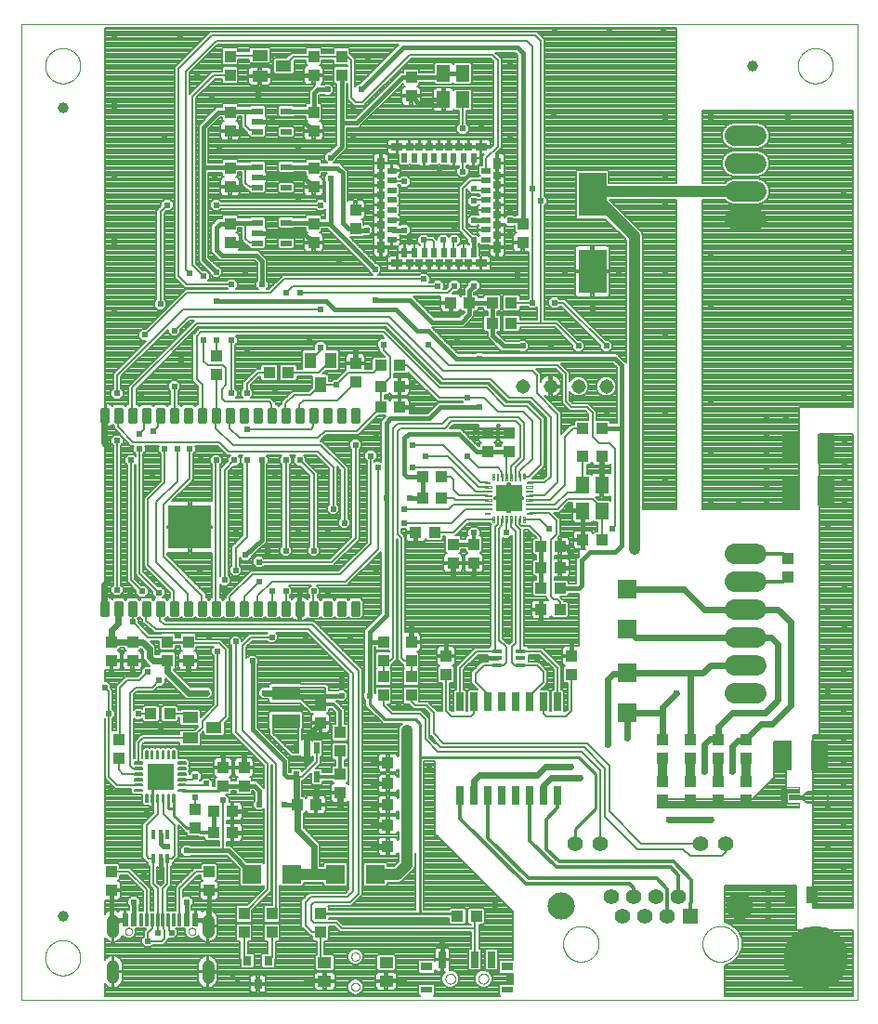
<source format=gtl>
G75*
%MOIN*%
%OFA0B0*%
%FSLAX25Y25*%
%IPPOS*%
%LPD*%
%AMOC8*
5,1,8,0,0,1.08239X$1,22.5*
%
%ADD10C,0.00000*%
%ADD11R,0.05906X0.11024*%
%ADD12R,0.04331X0.03937*%
%ADD13R,0.09843X0.15748*%
%ADD14R,0.03937X0.04331*%
%ADD15R,0.05504X0.05504*%
%ADD16C,0.05504*%
%ADD17C,0.09744*%
%ADD18C,0.04362*%
%ADD19R,0.02362X0.04528*%
%ADD20R,0.01181X0.04528*%
%ADD21C,0.07400*%
%ADD22C,0.05150*%
%ADD23R,0.06693X0.06693*%
%ADD24R,0.03150X0.03543*%
%ADD25R,0.10039X0.05118*%
%ADD26C,0.01831*%
%ADD27R,0.15748X0.15748*%
%ADD28R,0.04724X0.03937*%
%ADD29R,0.05512X0.03937*%
%ADD30R,0.03937X0.05512*%
%ADD31R,0.04331X0.06299*%
%ADD32R,0.03307X0.01969*%
%ADD33R,0.01969X0.03307*%
%ADD34R,0.02559X0.04331*%
%ADD35R,0.02559X0.02559*%
%ADD36R,0.04331X0.02559*%
%ADD37R,0.04000X0.02000*%
%ADD38C,0.00400*%
%ADD39R,0.02000X0.02000*%
%ADD40R,0.02992X0.06693*%
%ADD41R,0.03740X0.01575*%
%ADD42R,0.09646X0.09646*%
%ADD43C,0.00433*%
%ADD44C,0.00520*%
%ADD45R,0.01575X0.03740*%
%ADD46C,0.00551*%
%ADD47R,0.09449X0.09449*%
%ADD48R,0.02165X0.03937*%
%ADD49R,0.03937X0.02165*%
%ADD50R,0.04724X0.05906*%
%ADD51R,0.02756X0.05906*%
%ADD52R,0.03937X0.02362*%
%ADD53R,0.03937X0.03150*%
%ADD54C,0.23000*%
%ADD55C,0.03937*%
%ADD56C,0.02381*%
%ADD57C,0.01600*%
%ADD58C,0.01000*%
%ADD59C,0.02400*%
%ADD60C,0.01200*%
%ADD61C,0.00800*%
%ADD62C,0.03200*%
%ADD63C,0.04000*%
D10*
X0001394Y0011093D02*
X0001394Y0361093D01*
X0301394Y0361093D01*
X0301394Y0011093D01*
X0001394Y0011093D01*
X0010095Y0026093D02*
X0010097Y0026251D01*
X0010103Y0026409D01*
X0010113Y0026567D01*
X0010127Y0026725D01*
X0010145Y0026882D01*
X0010166Y0027039D01*
X0010192Y0027195D01*
X0010222Y0027351D01*
X0010255Y0027506D01*
X0010293Y0027659D01*
X0010334Y0027812D01*
X0010379Y0027964D01*
X0010428Y0028115D01*
X0010481Y0028264D01*
X0010537Y0028412D01*
X0010597Y0028558D01*
X0010661Y0028703D01*
X0010729Y0028846D01*
X0010800Y0028988D01*
X0010874Y0029128D01*
X0010952Y0029265D01*
X0011034Y0029401D01*
X0011118Y0029535D01*
X0011207Y0029666D01*
X0011298Y0029795D01*
X0011393Y0029922D01*
X0011490Y0030047D01*
X0011591Y0030169D01*
X0011695Y0030288D01*
X0011802Y0030405D01*
X0011912Y0030519D01*
X0012025Y0030630D01*
X0012140Y0030739D01*
X0012258Y0030844D01*
X0012379Y0030946D01*
X0012502Y0031046D01*
X0012628Y0031142D01*
X0012756Y0031235D01*
X0012886Y0031325D01*
X0013019Y0031411D01*
X0013154Y0031495D01*
X0013290Y0031574D01*
X0013429Y0031651D01*
X0013570Y0031723D01*
X0013712Y0031793D01*
X0013856Y0031858D01*
X0014002Y0031920D01*
X0014149Y0031978D01*
X0014298Y0032033D01*
X0014448Y0032084D01*
X0014599Y0032131D01*
X0014751Y0032174D01*
X0014904Y0032213D01*
X0015059Y0032249D01*
X0015214Y0032280D01*
X0015370Y0032308D01*
X0015526Y0032332D01*
X0015683Y0032352D01*
X0015841Y0032368D01*
X0015998Y0032380D01*
X0016157Y0032388D01*
X0016315Y0032392D01*
X0016473Y0032392D01*
X0016631Y0032388D01*
X0016790Y0032380D01*
X0016947Y0032368D01*
X0017105Y0032352D01*
X0017262Y0032332D01*
X0017418Y0032308D01*
X0017574Y0032280D01*
X0017729Y0032249D01*
X0017884Y0032213D01*
X0018037Y0032174D01*
X0018189Y0032131D01*
X0018340Y0032084D01*
X0018490Y0032033D01*
X0018639Y0031978D01*
X0018786Y0031920D01*
X0018932Y0031858D01*
X0019076Y0031793D01*
X0019218Y0031723D01*
X0019359Y0031651D01*
X0019498Y0031574D01*
X0019634Y0031495D01*
X0019769Y0031411D01*
X0019902Y0031325D01*
X0020032Y0031235D01*
X0020160Y0031142D01*
X0020286Y0031046D01*
X0020409Y0030946D01*
X0020530Y0030844D01*
X0020648Y0030739D01*
X0020763Y0030630D01*
X0020876Y0030519D01*
X0020986Y0030405D01*
X0021093Y0030288D01*
X0021197Y0030169D01*
X0021298Y0030047D01*
X0021395Y0029922D01*
X0021490Y0029795D01*
X0021581Y0029666D01*
X0021670Y0029535D01*
X0021754Y0029401D01*
X0021836Y0029265D01*
X0021914Y0029128D01*
X0021988Y0028988D01*
X0022059Y0028846D01*
X0022127Y0028703D01*
X0022191Y0028558D01*
X0022251Y0028412D01*
X0022307Y0028264D01*
X0022360Y0028115D01*
X0022409Y0027964D01*
X0022454Y0027812D01*
X0022495Y0027659D01*
X0022533Y0027506D01*
X0022566Y0027351D01*
X0022596Y0027195D01*
X0022622Y0027039D01*
X0022643Y0026882D01*
X0022661Y0026725D01*
X0022675Y0026567D01*
X0022685Y0026409D01*
X0022691Y0026251D01*
X0022693Y0026093D01*
X0022691Y0025935D01*
X0022685Y0025777D01*
X0022675Y0025619D01*
X0022661Y0025461D01*
X0022643Y0025304D01*
X0022622Y0025147D01*
X0022596Y0024991D01*
X0022566Y0024835D01*
X0022533Y0024680D01*
X0022495Y0024527D01*
X0022454Y0024374D01*
X0022409Y0024222D01*
X0022360Y0024071D01*
X0022307Y0023922D01*
X0022251Y0023774D01*
X0022191Y0023628D01*
X0022127Y0023483D01*
X0022059Y0023340D01*
X0021988Y0023198D01*
X0021914Y0023058D01*
X0021836Y0022921D01*
X0021754Y0022785D01*
X0021670Y0022651D01*
X0021581Y0022520D01*
X0021490Y0022391D01*
X0021395Y0022264D01*
X0021298Y0022139D01*
X0021197Y0022017D01*
X0021093Y0021898D01*
X0020986Y0021781D01*
X0020876Y0021667D01*
X0020763Y0021556D01*
X0020648Y0021447D01*
X0020530Y0021342D01*
X0020409Y0021240D01*
X0020286Y0021140D01*
X0020160Y0021044D01*
X0020032Y0020951D01*
X0019902Y0020861D01*
X0019769Y0020775D01*
X0019634Y0020691D01*
X0019498Y0020612D01*
X0019359Y0020535D01*
X0019218Y0020463D01*
X0019076Y0020393D01*
X0018932Y0020328D01*
X0018786Y0020266D01*
X0018639Y0020208D01*
X0018490Y0020153D01*
X0018340Y0020102D01*
X0018189Y0020055D01*
X0018037Y0020012D01*
X0017884Y0019973D01*
X0017729Y0019937D01*
X0017574Y0019906D01*
X0017418Y0019878D01*
X0017262Y0019854D01*
X0017105Y0019834D01*
X0016947Y0019818D01*
X0016790Y0019806D01*
X0016631Y0019798D01*
X0016473Y0019794D01*
X0016315Y0019794D01*
X0016157Y0019798D01*
X0015998Y0019806D01*
X0015841Y0019818D01*
X0015683Y0019834D01*
X0015526Y0019854D01*
X0015370Y0019878D01*
X0015214Y0019906D01*
X0015059Y0019937D01*
X0014904Y0019973D01*
X0014751Y0020012D01*
X0014599Y0020055D01*
X0014448Y0020102D01*
X0014298Y0020153D01*
X0014149Y0020208D01*
X0014002Y0020266D01*
X0013856Y0020328D01*
X0013712Y0020393D01*
X0013570Y0020463D01*
X0013429Y0020535D01*
X0013290Y0020612D01*
X0013154Y0020691D01*
X0013019Y0020775D01*
X0012886Y0020861D01*
X0012756Y0020951D01*
X0012628Y0021044D01*
X0012502Y0021140D01*
X0012379Y0021240D01*
X0012258Y0021342D01*
X0012140Y0021447D01*
X0012025Y0021556D01*
X0011912Y0021667D01*
X0011802Y0021781D01*
X0011695Y0021898D01*
X0011591Y0022017D01*
X0011490Y0022139D01*
X0011393Y0022264D01*
X0011298Y0022391D01*
X0011207Y0022520D01*
X0011118Y0022651D01*
X0011034Y0022785D01*
X0010952Y0022921D01*
X0010874Y0023058D01*
X0010800Y0023198D01*
X0010729Y0023340D01*
X0010661Y0023483D01*
X0010597Y0023628D01*
X0010537Y0023774D01*
X0010481Y0023922D01*
X0010428Y0024071D01*
X0010379Y0024222D01*
X0010334Y0024374D01*
X0010293Y0024527D01*
X0010255Y0024680D01*
X0010222Y0024835D01*
X0010192Y0024991D01*
X0010166Y0025147D01*
X0010145Y0025304D01*
X0010127Y0025461D01*
X0010113Y0025619D01*
X0010103Y0025777D01*
X0010097Y0025935D01*
X0010095Y0026093D01*
X0038736Y0035581D02*
X0038738Y0035652D01*
X0038744Y0035723D01*
X0038754Y0035794D01*
X0038768Y0035863D01*
X0038785Y0035932D01*
X0038807Y0036000D01*
X0038832Y0036067D01*
X0038861Y0036132D01*
X0038893Y0036195D01*
X0038929Y0036257D01*
X0038968Y0036316D01*
X0039011Y0036373D01*
X0039056Y0036428D01*
X0039105Y0036480D01*
X0039156Y0036529D01*
X0039210Y0036575D01*
X0039267Y0036619D01*
X0039325Y0036659D01*
X0039386Y0036695D01*
X0039449Y0036729D01*
X0039514Y0036758D01*
X0039580Y0036784D01*
X0039648Y0036807D01*
X0039716Y0036825D01*
X0039786Y0036840D01*
X0039856Y0036851D01*
X0039927Y0036858D01*
X0039998Y0036861D01*
X0040069Y0036860D01*
X0040140Y0036855D01*
X0040211Y0036846D01*
X0040281Y0036833D01*
X0040350Y0036817D01*
X0040418Y0036796D01*
X0040485Y0036772D01*
X0040551Y0036744D01*
X0040614Y0036712D01*
X0040676Y0036677D01*
X0040736Y0036639D01*
X0040794Y0036597D01*
X0040849Y0036553D01*
X0040902Y0036505D01*
X0040952Y0036454D01*
X0040999Y0036401D01*
X0041043Y0036345D01*
X0041084Y0036287D01*
X0041122Y0036226D01*
X0041156Y0036164D01*
X0041186Y0036099D01*
X0041213Y0036034D01*
X0041237Y0035966D01*
X0041256Y0035898D01*
X0041272Y0035829D01*
X0041284Y0035758D01*
X0041292Y0035688D01*
X0041296Y0035617D01*
X0041296Y0035545D01*
X0041292Y0035474D01*
X0041284Y0035404D01*
X0041272Y0035333D01*
X0041256Y0035264D01*
X0041237Y0035196D01*
X0041213Y0035128D01*
X0041186Y0035063D01*
X0041156Y0034998D01*
X0041122Y0034936D01*
X0041084Y0034875D01*
X0041043Y0034817D01*
X0040999Y0034761D01*
X0040952Y0034708D01*
X0040902Y0034657D01*
X0040849Y0034609D01*
X0040794Y0034565D01*
X0040736Y0034523D01*
X0040676Y0034485D01*
X0040614Y0034450D01*
X0040551Y0034418D01*
X0040485Y0034390D01*
X0040418Y0034366D01*
X0040350Y0034345D01*
X0040281Y0034329D01*
X0040211Y0034316D01*
X0040140Y0034307D01*
X0040069Y0034302D01*
X0039998Y0034301D01*
X0039927Y0034304D01*
X0039856Y0034311D01*
X0039786Y0034322D01*
X0039716Y0034337D01*
X0039648Y0034355D01*
X0039580Y0034378D01*
X0039514Y0034404D01*
X0039449Y0034433D01*
X0039386Y0034467D01*
X0039325Y0034503D01*
X0039267Y0034543D01*
X0039210Y0034587D01*
X0039156Y0034633D01*
X0039105Y0034682D01*
X0039056Y0034734D01*
X0039011Y0034789D01*
X0038968Y0034846D01*
X0038929Y0034905D01*
X0038893Y0034967D01*
X0038861Y0035030D01*
X0038832Y0035095D01*
X0038807Y0035162D01*
X0038785Y0035230D01*
X0038768Y0035299D01*
X0038754Y0035368D01*
X0038744Y0035439D01*
X0038738Y0035510D01*
X0038736Y0035581D01*
X0061492Y0035581D02*
X0061494Y0035652D01*
X0061500Y0035723D01*
X0061510Y0035794D01*
X0061524Y0035863D01*
X0061541Y0035932D01*
X0061563Y0036000D01*
X0061588Y0036067D01*
X0061617Y0036132D01*
X0061649Y0036195D01*
X0061685Y0036257D01*
X0061724Y0036316D01*
X0061767Y0036373D01*
X0061812Y0036428D01*
X0061861Y0036480D01*
X0061912Y0036529D01*
X0061966Y0036575D01*
X0062023Y0036619D01*
X0062081Y0036659D01*
X0062142Y0036695D01*
X0062205Y0036729D01*
X0062270Y0036758D01*
X0062336Y0036784D01*
X0062404Y0036807D01*
X0062472Y0036825D01*
X0062542Y0036840D01*
X0062612Y0036851D01*
X0062683Y0036858D01*
X0062754Y0036861D01*
X0062825Y0036860D01*
X0062896Y0036855D01*
X0062967Y0036846D01*
X0063037Y0036833D01*
X0063106Y0036817D01*
X0063174Y0036796D01*
X0063241Y0036772D01*
X0063307Y0036744D01*
X0063370Y0036712D01*
X0063432Y0036677D01*
X0063492Y0036639D01*
X0063550Y0036597D01*
X0063605Y0036553D01*
X0063658Y0036505D01*
X0063708Y0036454D01*
X0063755Y0036401D01*
X0063799Y0036345D01*
X0063840Y0036287D01*
X0063878Y0036226D01*
X0063912Y0036164D01*
X0063942Y0036099D01*
X0063969Y0036034D01*
X0063993Y0035966D01*
X0064012Y0035898D01*
X0064028Y0035829D01*
X0064040Y0035758D01*
X0064048Y0035688D01*
X0064052Y0035617D01*
X0064052Y0035545D01*
X0064048Y0035474D01*
X0064040Y0035404D01*
X0064028Y0035333D01*
X0064012Y0035264D01*
X0063993Y0035196D01*
X0063969Y0035128D01*
X0063942Y0035063D01*
X0063912Y0034998D01*
X0063878Y0034936D01*
X0063840Y0034875D01*
X0063799Y0034817D01*
X0063755Y0034761D01*
X0063708Y0034708D01*
X0063658Y0034657D01*
X0063605Y0034609D01*
X0063550Y0034565D01*
X0063492Y0034523D01*
X0063432Y0034485D01*
X0063370Y0034450D01*
X0063307Y0034418D01*
X0063241Y0034390D01*
X0063174Y0034366D01*
X0063106Y0034345D01*
X0063037Y0034329D01*
X0062967Y0034316D01*
X0062896Y0034307D01*
X0062825Y0034302D01*
X0062754Y0034301D01*
X0062683Y0034304D01*
X0062612Y0034311D01*
X0062542Y0034322D01*
X0062472Y0034337D01*
X0062404Y0034355D01*
X0062336Y0034378D01*
X0062270Y0034404D01*
X0062205Y0034433D01*
X0062142Y0034467D01*
X0062081Y0034503D01*
X0062023Y0034543D01*
X0061966Y0034587D01*
X0061912Y0034633D01*
X0061861Y0034682D01*
X0061812Y0034734D01*
X0061767Y0034789D01*
X0061724Y0034846D01*
X0061685Y0034905D01*
X0061649Y0034967D01*
X0061617Y0035030D01*
X0061588Y0035095D01*
X0061563Y0035162D01*
X0061541Y0035230D01*
X0061524Y0035299D01*
X0061510Y0035368D01*
X0061500Y0035439D01*
X0061494Y0035510D01*
X0061492Y0035581D01*
X0119918Y0026506D02*
X0119920Y0026583D01*
X0119926Y0026659D01*
X0119936Y0026735D01*
X0119950Y0026810D01*
X0119967Y0026885D01*
X0119989Y0026958D01*
X0120014Y0027031D01*
X0120044Y0027102D01*
X0120076Y0027171D01*
X0120113Y0027238D01*
X0120152Y0027304D01*
X0120195Y0027367D01*
X0120242Y0027428D01*
X0120291Y0027487D01*
X0120344Y0027543D01*
X0120399Y0027596D01*
X0120457Y0027646D01*
X0120517Y0027693D01*
X0120580Y0027737D01*
X0120645Y0027778D01*
X0120712Y0027815D01*
X0120781Y0027849D01*
X0120851Y0027879D01*
X0120923Y0027905D01*
X0120997Y0027927D01*
X0121071Y0027946D01*
X0121146Y0027961D01*
X0121222Y0027972D01*
X0121298Y0027979D01*
X0121375Y0027982D01*
X0121451Y0027981D01*
X0121528Y0027976D01*
X0121604Y0027967D01*
X0121680Y0027954D01*
X0121754Y0027937D01*
X0121828Y0027917D01*
X0121901Y0027892D01*
X0121972Y0027864D01*
X0122042Y0027832D01*
X0122110Y0027797D01*
X0122176Y0027758D01*
X0122240Y0027716D01*
X0122301Y0027670D01*
X0122361Y0027621D01*
X0122417Y0027570D01*
X0122471Y0027515D01*
X0122522Y0027458D01*
X0122570Y0027398D01*
X0122615Y0027336D01*
X0122656Y0027271D01*
X0122694Y0027205D01*
X0122729Y0027137D01*
X0122759Y0027066D01*
X0122787Y0026995D01*
X0122810Y0026922D01*
X0122830Y0026848D01*
X0122846Y0026773D01*
X0122858Y0026697D01*
X0122866Y0026621D01*
X0122870Y0026544D01*
X0122870Y0026468D01*
X0122866Y0026391D01*
X0122858Y0026315D01*
X0122846Y0026239D01*
X0122830Y0026164D01*
X0122810Y0026090D01*
X0122787Y0026017D01*
X0122759Y0025946D01*
X0122729Y0025875D01*
X0122694Y0025807D01*
X0122656Y0025741D01*
X0122615Y0025676D01*
X0122570Y0025614D01*
X0122522Y0025554D01*
X0122471Y0025497D01*
X0122417Y0025442D01*
X0122361Y0025391D01*
X0122301Y0025342D01*
X0122240Y0025296D01*
X0122176Y0025254D01*
X0122110Y0025215D01*
X0122042Y0025180D01*
X0121972Y0025148D01*
X0121901Y0025120D01*
X0121828Y0025095D01*
X0121754Y0025075D01*
X0121680Y0025058D01*
X0121604Y0025045D01*
X0121528Y0025036D01*
X0121451Y0025031D01*
X0121375Y0025030D01*
X0121298Y0025033D01*
X0121222Y0025040D01*
X0121146Y0025051D01*
X0121071Y0025066D01*
X0120997Y0025085D01*
X0120923Y0025107D01*
X0120851Y0025133D01*
X0120781Y0025163D01*
X0120712Y0025197D01*
X0120645Y0025234D01*
X0120580Y0025275D01*
X0120517Y0025319D01*
X0120457Y0025366D01*
X0120399Y0025416D01*
X0120344Y0025469D01*
X0120291Y0025525D01*
X0120242Y0025584D01*
X0120195Y0025645D01*
X0120152Y0025708D01*
X0120113Y0025774D01*
X0120076Y0025841D01*
X0120044Y0025910D01*
X0120014Y0025981D01*
X0119989Y0026054D01*
X0119967Y0026127D01*
X0119950Y0026202D01*
X0119936Y0026277D01*
X0119926Y0026353D01*
X0119920Y0026429D01*
X0119918Y0026506D01*
X0119918Y0015680D02*
X0119920Y0015757D01*
X0119926Y0015833D01*
X0119936Y0015909D01*
X0119950Y0015984D01*
X0119967Y0016059D01*
X0119989Y0016132D01*
X0120014Y0016205D01*
X0120044Y0016276D01*
X0120076Y0016345D01*
X0120113Y0016412D01*
X0120152Y0016478D01*
X0120195Y0016541D01*
X0120242Y0016602D01*
X0120291Y0016661D01*
X0120344Y0016717D01*
X0120399Y0016770D01*
X0120457Y0016820D01*
X0120517Y0016867D01*
X0120580Y0016911D01*
X0120645Y0016952D01*
X0120712Y0016989D01*
X0120781Y0017023D01*
X0120851Y0017053D01*
X0120923Y0017079D01*
X0120997Y0017101D01*
X0121071Y0017120D01*
X0121146Y0017135D01*
X0121222Y0017146D01*
X0121298Y0017153D01*
X0121375Y0017156D01*
X0121451Y0017155D01*
X0121528Y0017150D01*
X0121604Y0017141D01*
X0121680Y0017128D01*
X0121754Y0017111D01*
X0121828Y0017091D01*
X0121901Y0017066D01*
X0121972Y0017038D01*
X0122042Y0017006D01*
X0122110Y0016971D01*
X0122176Y0016932D01*
X0122240Y0016890D01*
X0122301Y0016844D01*
X0122361Y0016795D01*
X0122417Y0016744D01*
X0122471Y0016689D01*
X0122522Y0016632D01*
X0122570Y0016572D01*
X0122615Y0016510D01*
X0122656Y0016445D01*
X0122694Y0016379D01*
X0122729Y0016311D01*
X0122759Y0016240D01*
X0122787Y0016169D01*
X0122810Y0016096D01*
X0122830Y0016022D01*
X0122846Y0015947D01*
X0122858Y0015871D01*
X0122866Y0015795D01*
X0122870Y0015718D01*
X0122870Y0015642D01*
X0122866Y0015565D01*
X0122858Y0015489D01*
X0122846Y0015413D01*
X0122830Y0015338D01*
X0122810Y0015264D01*
X0122787Y0015191D01*
X0122759Y0015120D01*
X0122729Y0015049D01*
X0122694Y0014981D01*
X0122656Y0014915D01*
X0122615Y0014850D01*
X0122570Y0014788D01*
X0122522Y0014728D01*
X0122471Y0014671D01*
X0122417Y0014616D01*
X0122361Y0014565D01*
X0122301Y0014516D01*
X0122240Y0014470D01*
X0122176Y0014428D01*
X0122110Y0014389D01*
X0122042Y0014354D01*
X0121972Y0014322D01*
X0121901Y0014294D01*
X0121828Y0014269D01*
X0121754Y0014249D01*
X0121680Y0014232D01*
X0121604Y0014219D01*
X0121528Y0014210D01*
X0121451Y0014205D01*
X0121375Y0014204D01*
X0121298Y0014207D01*
X0121222Y0014214D01*
X0121146Y0014225D01*
X0121071Y0014240D01*
X0120997Y0014259D01*
X0120923Y0014281D01*
X0120851Y0014307D01*
X0120781Y0014337D01*
X0120712Y0014371D01*
X0120645Y0014408D01*
X0120580Y0014449D01*
X0120517Y0014493D01*
X0120457Y0014540D01*
X0120399Y0014590D01*
X0120344Y0014643D01*
X0120291Y0014699D01*
X0120242Y0014758D01*
X0120195Y0014819D01*
X0120152Y0014882D01*
X0120113Y0014948D01*
X0120076Y0015015D01*
X0120044Y0015084D01*
X0120014Y0015155D01*
X0119989Y0015228D01*
X0119967Y0015301D01*
X0119950Y0015376D01*
X0119936Y0015451D01*
X0119926Y0015527D01*
X0119920Y0015603D01*
X0119918Y0015680D01*
X0153716Y0018593D02*
X0153718Y0018677D01*
X0153724Y0018760D01*
X0153734Y0018843D01*
X0153748Y0018926D01*
X0153765Y0019008D01*
X0153787Y0019089D01*
X0153812Y0019168D01*
X0153841Y0019247D01*
X0153874Y0019324D01*
X0153910Y0019399D01*
X0153950Y0019473D01*
X0153993Y0019545D01*
X0154040Y0019614D01*
X0154090Y0019681D01*
X0154143Y0019746D01*
X0154199Y0019808D01*
X0154257Y0019868D01*
X0154319Y0019925D01*
X0154383Y0019978D01*
X0154450Y0020029D01*
X0154519Y0020076D01*
X0154590Y0020121D01*
X0154663Y0020161D01*
X0154738Y0020198D01*
X0154815Y0020232D01*
X0154893Y0020262D01*
X0154972Y0020288D01*
X0155053Y0020311D01*
X0155135Y0020329D01*
X0155217Y0020344D01*
X0155300Y0020355D01*
X0155383Y0020362D01*
X0155467Y0020365D01*
X0155551Y0020364D01*
X0155634Y0020359D01*
X0155718Y0020350D01*
X0155800Y0020337D01*
X0155882Y0020321D01*
X0155963Y0020300D01*
X0156044Y0020276D01*
X0156122Y0020248D01*
X0156200Y0020216D01*
X0156276Y0020180D01*
X0156350Y0020141D01*
X0156422Y0020099D01*
X0156492Y0020053D01*
X0156560Y0020004D01*
X0156625Y0019952D01*
X0156688Y0019897D01*
X0156748Y0019839D01*
X0156806Y0019778D01*
X0156860Y0019714D01*
X0156912Y0019648D01*
X0156960Y0019580D01*
X0157005Y0019509D01*
X0157046Y0019436D01*
X0157085Y0019362D01*
X0157119Y0019286D01*
X0157150Y0019208D01*
X0157177Y0019129D01*
X0157201Y0019048D01*
X0157220Y0018967D01*
X0157236Y0018885D01*
X0157248Y0018802D01*
X0157256Y0018718D01*
X0157260Y0018635D01*
X0157260Y0018551D01*
X0157256Y0018468D01*
X0157248Y0018384D01*
X0157236Y0018301D01*
X0157220Y0018219D01*
X0157201Y0018138D01*
X0157177Y0018057D01*
X0157150Y0017978D01*
X0157119Y0017900D01*
X0157085Y0017824D01*
X0157046Y0017750D01*
X0157005Y0017677D01*
X0156960Y0017606D01*
X0156912Y0017538D01*
X0156860Y0017472D01*
X0156806Y0017408D01*
X0156748Y0017347D01*
X0156688Y0017289D01*
X0156625Y0017234D01*
X0156560Y0017182D01*
X0156492Y0017133D01*
X0156422Y0017087D01*
X0156350Y0017045D01*
X0156276Y0017006D01*
X0156200Y0016970D01*
X0156122Y0016938D01*
X0156044Y0016910D01*
X0155963Y0016886D01*
X0155882Y0016865D01*
X0155800Y0016849D01*
X0155718Y0016836D01*
X0155634Y0016827D01*
X0155551Y0016822D01*
X0155467Y0016821D01*
X0155383Y0016824D01*
X0155300Y0016831D01*
X0155217Y0016842D01*
X0155135Y0016857D01*
X0155053Y0016875D01*
X0154972Y0016898D01*
X0154893Y0016924D01*
X0154815Y0016954D01*
X0154738Y0016988D01*
X0154663Y0017025D01*
X0154590Y0017065D01*
X0154519Y0017110D01*
X0154450Y0017157D01*
X0154383Y0017208D01*
X0154319Y0017261D01*
X0154257Y0017318D01*
X0154199Y0017378D01*
X0154143Y0017440D01*
X0154090Y0017505D01*
X0154040Y0017572D01*
X0153993Y0017641D01*
X0153950Y0017713D01*
X0153910Y0017787D01*
X0153874Y0017862D01*
X0153841Y0017939D01*
X0153812Y0018018D01*
X0153787Y0018097D01*
X0153765Y0018178D01*
X0153748Y0018260D01*
X0153734Y0018343D01*
X0153724Y0018426D01*
X0153718Y0018509D01*
X0153716Y0018593D01*
X0165527Y0018593D02*
X0165529Y0018677D01*
X0165535Y0018760D01*
X0165545Y0018843D01*
X0165559Y0018926D01*
X0165576Y0019008D01*
X0165598Y0019089D01*
X0165623Y0019168D01*
X0165652Y0019247D01*
X0165685Y0019324D01*
X0165721Y0019399D01*
X0165761Y0019473D01*
X0165804Y0019545D01*
X0165851Y0019614D01*
X0165901Y0019681D01*
X0165954Y0019746D01*
X0166010Y0019808D01*
X0166068Y0019868D01*
X0166130Y0019925D01*
X0166194Y0019978D01*
X0166261Y0020029D01*
X0166330Y0020076D01*
X0166401Y0020121D01*
X0166474Y0020161D01*
X0166549Y0020198D01*
X0166626Y0020232D01*
X0166704Y0020262D01*
X0166783Y0020288D01*
X0166864Y0020311D01*
X0166946Y0020329D01*
X0167028Y0020344D01*
X0167111Y0020355D01*
X0167194Y0020362D01*
X0167278Y0020365D01*
X0167362Y0020364D01*
X0167445Y0020359D01*
X0167529Y0020350D01*
X0167611Y0020337D01*
X0167693Y0020321D01*
X0167774Y0020300D01*
X0167855Y0020276D01*
X0167933Y0020248D01*
X0168011Y0020216D01*
X0168087Y0020180D01*
X0168161Y0020141D01*
X0168233Y0020099D01*
X0168303Y0020053D01*
X0168371Y0020004D01*
X0168436Y0019952D01*
X0168499Y0019897D01*
X0168559Y0019839D01*
X0168617Y0019778D01*
X0168671Y0019714D01*
X0168723Y0019648D01*
X0168771Y0019580D01*
X0168816Y0019509D01*
X0168857Y0019436D01*
X0168896Y0019362D01*
X0168930Y0019286D01*
X0168961Y0019208D01*
X0168988Y0019129D01*
X0169012Y0019048D01*
X0169031Y0018967D01*
X0169047Y0018885D01*
X0169059Y0018802D01*
X0169067Y0018718D01*
X0169071Y0018635D01*
X0169071Y0018551D01*
X0169067Y0018468D01*
X0169059Y0018384D01*
X0169047Y0018301D01*
X0169031Y0018219D01*
X0169012Y0018138D01*
X0168988Y0018057D01*
X0168961Y0017978D01*
X0168930Y0017900D01*
X0168896Y0017824D01*
X0168857Y0017750D01*
X0168816Y0017677D01*
X0168771Y0017606D01*
X0168723Y0017538D01*
X0168671Y0017472D01*
X0168617Y0017408D01*
X0168559Y0017347D01*
X0168499Y0017289D01*
X0168436Y0017234D01*
X0168371Y0017182D01*
X0168303Y0017133D01*
X0168233Y0017087D01*
X0168161Y0017045D01*
X0168087Y0017006D01*
X0168011Y0016970D01*
X0167933Y0016938D01*
X0167855Y0016910D01*
X0167774Y0016886D01*
X0167693Y0016865D01*
X0167611Y0016849D01*
X0167529Y0016836D01*
X0167445Y0016827D01*
X0167362Y0016822D01*
X0167278Y0016821D01*
X0167194Y0016824D01*
X0167111Y0016831D01*
X0167028Y0016842D01*
X0166946Y0016857D01*
X0166864Y0016875D01*
X0166783Y0016898D01*
X0166704Y0016924D01*
X0166626Y0016954D01*
X0166549Y0016988D01*
X0166474Y0017025D01*
X0166401Y0017065D01*
X0166330Y0017110D01*
X0166261Y0017157D01*
X0166194Y0017208D01*
X0166130Y0017261D01*
X0166068Y0017318D01*
X0166010Y0017378D01*
X0165954Y0017440D01*
X0165901Y0017505D01*
X0165851Y0017572D01*
X0165804Y0017641D01*
X0165761Y0017713D01*
X0165721Y0017787D01*
X0165685Y0017862D01*
X0165652Y0017939D01*
X0165623Y0018018D01*
X0165598Y0018097D01*
X0165576Y0018178D01*
X0165559Y0018260D01*
X0165545Y0018343D01*
X0165535Y0018426D01*
X0165529Y0018509D01*
X0165527Y0018593D01*
X0195901Y0031093D02*
X0195903Y0031253D01*
X0195909Y0031412D01*
X0195919Y0031571D01*
X0195933Y0031730D01*
X0195951Y0031889D01*
X0195972Y0032047D01*
X0195998Y0032204D01*
X0196028Y0032361D01*
X0196061Y0032517D01*
X0196099Y0032672D01*
X0196140Y0032826D01*
X0196185Y0032979D01*
X0196234Y0033131D01*
X0196287Y0033281D01*
X0196343Y0033430D01*
X0196403Y0033578D01*
X0196467Y0033724D01*
X0196535Y0033869D01*
X0196606Y0034012D01*
X0196680Y0034153D01*
X0196758Y0034292D01*
X0196840Y0034429D01*
X0196925Y0034564D01*
X0197013Y0034697D01*
X0197104Y0034828D01*
X0197199Y0034956D01*
X0197297Y0035082D01*
X0197398Y0035206D01*
X0197502Y0035326D01*
X0197609Y0035445D01*
X0197719Y0035560D01*
X0197832Y0035673D01*
X0197947Y0035783D01*
X0198066Y0035890D01*
X0198186Y0035994D01*
X0198310Y0036095D01*
X0198436Y0036193D01*
X0198564Y0036288D01*
X0198695Y0036379D01*
X0198828Y0036467D01*
X0198963Y0036552D01*
X0199100Y0036634D01*
X0199239Y0036712D01*
X0199380Y0036786D01*
X0199523Y0036857D01*
X0199668Y0036925D01*
X0199814Y0036989D01*
X0199962Y0037049D01*
X0200111Y0037105D01*
X0200261Y0037158D01*
X0200413Y0037207D01*
X0200566Y0037252D01*
X0200720Y0037293D01*
X0200875Y0037331D01*
X0201031Y0037364D01*
X0201188Y0037394D01*
X0201345Y0037420D01*
X0201503Y0037441D01*
X0201662Y0037459D01*
X0201821Y0037473D01*
X0201980Y0037483D01*
X0202139Y0037489D01*
X0202299Y0037491D01*
X0202459Y0037489D01*
X0202618Y0037483D01*
X0202777Y0037473D01*
X0202936Y0037459D01*
X0203095Y0037441D01*
X0203253Y0037420D01*
X0203410Y0037394D01*
X0203567Y0037364D01*
X0203723Y0037331D01*
X0203878Y0037293D01*
X0204032Y0037252D01*
X0204185Y0037207D01*
X0204337Y0037158D01*
X0204487Y0037105D01*
X0204636Y0037049D01*
X0204784Y0036989D01*
X0204930Y0036925D01*
X0205075Y0036857D01*
X0205218Y0036786D01*
X0205359Y0036712D01*
X0205498Y0036634D01*
X0205635Y0036552D01*
X0205770Y0036467D01*
X0205903Y0036379D01*
X0206034Y0036288D01*
X0206162Y0036193D01*
X0206288Y0036095D01*
X0206412Y0035994D01*
X0206532Y0035890D01*
X0206651Y0035783D01*
X0206766Y0035673D01*
X0206879Y0035560D01*
X0206989Y0035445D01*
X0207096Y0035326D01*
X0207200Y0035206D01*
X0207301Y0035082D01*
X0207399Y0034956D01*
X0207494Y0034828D01*
X0207585Y0034697D01*
X0207673Y0034564D01*
X0207758Y0034429D01*
X0207840Y0034292D01*
X0207918Y0034153D01*
X0207992Y0034012D01*
X0208063Y0033869D01*
X0208131Y0033724D01*
X0208195Y0033578D01*
X0208255Y0033430D01*
X0208311Y0033281D01*
X0208364Y0033131D01*
X0208413Y0032979D01*
X0208458Y0032826D01*
X0208499Y0032672D01*
X0208537Y0032517D01*
X0208570Y0032361D01*
X0208600Y0032204D01*
X0208626Y0032047D01*
X0208647Y0031889D01*
X0208665Y0031730D01*
X0208679Y0031571D01*
X0208689Y0031412D01*
X0208695Y0031253D01*
X0208697Y0031093D01*
X0208695Y0030933D01*
X0208689Y0030774D01*
X0208679Y0030615D01*
X0208665Y0030456D01*
X0208647Y0030297D01*
X0208626Y0030139D01*
X0208600Y0029982D01*
X0208570Y0029825D01*
X0208537Y0029669D01*
X0208499Y0029514D01*
X0208458Y0029360D01*
X0208413Y0029207D01*
X0208364Y0029055D01*
X0208311Y0028905D01*
X0208255Y0028756D01*
X0208195Y0028608D01*
X0208131Y0028462D01*
X0208063Y0028317D01*
X0207992Y0028174D01*
X0207918Y0028033D01*
X0207840Y0027894D01*
X0207758Y0027757D01*
X0207673Y0027622D01*
X0207585Y0027489D01*
X0207494Y0027358D01*
X0207399Y0027230D01*
X0207301Y0027104D01*
X0207200Y0026980D01*
X0207096Y0026860D01*
X0206989Y0026741D01*
X0206879Y0026626D01*
X0206766Y0026513D01*
X0206651Y0026403D01*
X0206532Y0026296D01*
X0206412Y0026192D01*
X0206288Y0026091D01*
X0206162Y0025993D01*
X0206034Y0025898D01*
X0205903Y0025807D01*
X0205770Y0025719D01*
X0205635Y0025634D01*
X0205498Y0025552D01*
X0205359Y0025474D01*
X0205218Y0025400D01*
X0205075Y0025329D01*
X0204930Y0025261D01*
X0204784Y0025197D01*
X0204636Y0025137D01*
X0204487Y0025081D01*
X0204337Y0025028D01*
X0204185Y0024979D01*
X0204032Y0024934D01*
X0203878Y0024893D01*
X0203723Y0024855D01*
X0203567Y0024822D01*
X0203410Y0024792D01*
X0203253Y0024766D01*
X0203095Y0024745D01*
X0202936Y0024727D01*
X0202777Y0024713D01*
X0202618Y0024703D01*
X0202459Y0024697D01*
X0202299Y0024695D01*
X0202139Y0024697D01*
X0201980Y0024703D01*
X0201821Y0024713D01*
X0201662Y0024727D01*
X0201503Y0024745D01*
X0201345Y0024766D01*
X0201188Y0024792D01*
X0201031Y0024822D01*
X0200875Y0024855D01*
X0200720Y0024893D01*
X0200566Y0024934D01*
X0200413Y0024979D01*
X0200261Y0025028D01*
X0200111Y0025081D01*
X0199962Y0025137D01*
X0199814Y0025197D01*
X0199668Y0025261D01*
X0199523Y0025329D01*
X0199380Y0025400D01*
X0199239Y0025474D01*
X0199100Y0025552D01*
X0198963Y0025634D01*
X0198828Y0025719D01*
X0198695Y0025807D01*
X0198564Y0025898D01*
X0198436Y0025993D01*
X0198310Y0026091D01*
X0198186Y0026192D01*
X0198066Y0026296D01*
X0197947Y0026403D01*
X0197832Y0026513D01*
X0197719Y0026626D01*
X0197609Y0026741D01*
X0197502Y0026860D01*
X0197398Y0026980D01*
X0197297Y0027104D01*
X0197199Y0027230D01*
X0197104Y0027358D01*
X0197013Y0027489D01*
X0196925Y0027622D01*
X0196840Y0027757D01*
X0196758Y0027894D01*
X0196680Y0028033D01*
X0196606Y0028174D01*
X0196535Y0028317D01*
X0196467Y0028462D01*
X0196403Y0028608D01*
X0196343Y0028756D01*
X0196287Y0028905D01*
X0196234Y0029055D01*
X0196185Y0029207D01*
X0196140Y0029360D01*
X0196099Y0029514D01*
X0196061Y0029669D01*
X0196028Y0029825D01*
X0195998Y0029982D01*
X0195972Y0030139D01*
X0195951Y0030297D01*
X0195933Y0030456D01*
X0195919Y0030615D01*
X0195909Y0030774D01*
X0195903Y0030933D01*
X0195901Y0031093D01*
X0245901Y0031093D02*
X0245903Y0031253D01*
X0245909Y0031412D01*
X0245919Y0031571D01*
X0245933Y0031730D01*
X0245951Y0031889D01*
X0245972Y0032047D01*
X0245998Y0032204D01*
X0246028Y0032361D01*
X0246061Y0032517D01*
X0246099Y0032672D01*
X0246140Y0032826D01*
X0246185Y0032979D01*
X0246234Y0033131D01*
X0246287Y0033281D01*
X0246343Y0033430D01*
X0246403Y0033578D01*
X0246467Y0033724D01*
X0246535Y0033869D01*
X0246606Y0034012D01*
X0246680Y0034153D01*
X0246758Y0034292D01*
X0246840Y0034429D01*
X0246925Y0034564D01*
X0247013Y0034697D01*
X0247104Y0034828D01*
X0247199Y0034956D01*
X0247297Y0035082D01*
X0247398Y0035206D01*
X0247502Y0035326D01*
X0247609Y0035445D01*
X0247719Y0035560D01*
X0247832Y0035673D01*
X0247947Y0035783D01*
X0248066Y0035890D01*
X0248186Y0035994D01*
X0248310Y0036095D01*
X0248436Y0036193D01*
X0248564Y0036288D01*
X0248695Y0036379D01*
X0248828Y0036467D01*
X0248963Y0036552D01*
X0249100Y0036634D01*
X0249239Y0036712D01*
X0249380Y0036786D01*
X0249523Y0036857D01*
X0249668Y0036925D01*
X0249814Y0036989D01*
X0249962Y0037049D01*
X0250111Y0037105D01*
X0250261Y0037158D01*
X0250413Y0037207D01*
X0250566Y0037252D01*
X0250720Y0037293D01*
X0250875Y0037331D01*
X0251031Y0037364D01*
X0251188Y0037394D01*
X0251345Y0037420D01*
X0251503Y0037441D01*
X0251662Y0037459D01*
X0251821Y0037473D01*
X0251980Y0037483D01*
X0252139Y0037489D01*
X0252299Y0037491D01*
X0252459Y0037489D01*
X0252618Y0037483D01*
X0252777Y0037473D01*
X0252936Y0037459D01*
X0253095Y0037441D01*
X0253253Y0037420D01*
X0253410Y0037394D01*
X0253567Y0037364D01*
X0253723Y0037331D01*
X0253878Y0037293D01*
X0254032Y0037252D01*
X0254185Y0037207D01*
X0254337Y0037158D01*
X0254487Y0037105D01*
X0254636Y0037049D01*
X0254784Y0036989D01*
X0254930Y0036925D01*
X0255075Y0036857D01*
X0255218Y0036786D01*
X0255359Y0036712D01*
X0255498Y0036634D01*
X0255635Y0036552D01*
X0255770Y0036467D01*
X0255903Y0036379D01*
X0256034Y0036288D01*
X0256162Y0036193D01*
X0256288Y0036095D01*
X0256412Y0035994D01*
X0256532Y0035890D01*
X0256651Y0035783D01*
X0256766Y0035673D01*
X0256879Y0035560D01*
X0256989Y0035445D01*
X0257096Y0035326D01*
X0257200Y0035206D01*
X0257301Y0035082D01*
X0257399Y0034956D01*
X0257494Y0034828D01*
X0257585Y0034697D01*
X0257673Y0034564D01*
X0257758Y0034429D01*
X0257840Y0034292D01*
X0257918Y0034153D01*
X0257992Y0034012D01*
X0258063Y0033869D01*
X0258131Y0033724D01*
X0258195Y0033578D01*
X0258255Y0033430D01*
X0258311Y0033281D01*
X0258364Y0033131D01*
X0258413Y0032979D01*
X0258458Y0032826D01*
X0258499Y0032672D01*
X0258537Y0032517D01*
X0258570Y0032361D01*
X0258600Y0032204D01*
X0258626Y0032047D01*
X0258647Y0031889D01*
X0258665Y0031730D01*
X0258679Y0031571D01*
X0258689Y0031412D01*
X0258695Y0031253D01*
X0258697Y0031093D01*
X0258695Y0030933D01*
X0258689Y0030774D01*
X0258679Y0030615D01*
X0258665Y0030456D01*
X0258647Y0030297D01*
X0258626Y0030139D01*
X0258600Y0029982D01*
X0258570Y0029825D01*
X0258537Y0029669D01*
X0258499Y0029514D01*
X0258458Y0029360D01*
X0258413Y0029207D01*
X0258364Y0029055D01*
X0258311Y0028905D01*
X0258255Y0028756D01*
X0258195Y0028608D01*
X0258131Y0028462D01*
X0258063Y0028317D01*
X0257992Y0028174D01*
X0257918Y0028033D01*
X0257840Y0027894D01*
X0257758Y0027757D01*
X0257673Y0027622D01*
X0257585Y0027489D01*
X0257494Y0027358D01*
X0257399Y0027230D01*
X0257301Y0027104D01*
X0257200Y0026980D01*
X0257096Y0026860D01*
X0256989Y0026741D01*
X0256879Y0026626D01*
X0256766Y0026513D01*
X0256651Y0026403D01*
X0256532Y0026296D01*
X0256412Y0026192D01*
X0256288Y0026091D01*
X0256162Y0025993D01*
X0256034Y0025898D01*
X0255903Y0025807D01*
X0255770Y0025719D01*
X0255635Y0025634D01*
X0255498Y0025552D01*
X0255359Y0025474D01*
X0255218Y0025400D01*
X0255075Y0025329D01*
X0254930Y0025261D01*
X0254784Y0025197D01*
X0254636Y0025137D01*
X0254487Y0025081D01*
X0254337Y0025028D01*
X0254185Y0024979D01*
X0254032Y0024934D01*
X0253878Y0024893D01*
X0253723Y0024855D01*
X0253567Y0024822D01*
X0253410Y0024792D01*
X0253253Y0024766D01*
X0253095Y0024745D01*
X0252936Y0024727D01*
X0252777Y0024713D01*
X0252618Y0024703D01*
X0252459Y0024697D01*
X0252299Y0024695D01*
X0252139Y0024697D01*
X0251980Y0024703D01*
X0251821Y0024713D01*
X0251662Y0024727D01*
X0251503Y0024745D01*
X0251345Y0024766D01*
X0251188Y0024792D01*
X0251031Y0024822D01*
X0250875Y0024855D01*
X0250720Y0024893D01*
X0250566Y0024934D01*
X0250413Y0024979D01*
X0250261Y0025028D01*
X0250111Y0025081D01*
X0249962Y0025137D01*
X0249814Y0025197D01*
X0249668Y0025261D01*
X0249523Y0025329D01*
X0249380Y0025400D01*
X0249239Y0025474D01*
X0249100Y0025552D01*
X0248963Y0025634D01*
X0248828Y0025719D01*
X0248695Y0025807D01*
X0248564Y0025898D01*
X0248436Y0025993D01*
X0248310Y0026091D01*
X0248186Y0026192D01*
X0248066Y0026296D01*
X0247947Y0026403D01*
X0247832Y0026513D01*
X0247719Y0026626D01*
X0247609Y0026741D01*
X0247502Y0026860D01*
X0247398Y0026980D01*
X0247297Y0027104D01*
X0247199Y0027230D01*
X0247104Y0027358D01*
X0247013Y0027489D01*
X0246925Y0027622D01*
X0246840Y0027757D01*
X0246758Y0027894D01*
X0246680Y0028033D01*
X0246606Y0028174D01*
X0246535Y0028317D01*
X0246467Y0028462D01*
X0246403Y0028608D01*
X0246343Y0028756D01*
X0246287Y0028905D01*
X0246234Y0029055D01*
X0246185Y0029207D01*
X0246140Y0029360D01*
X0246099Y0029514D01*
X0246061Y0029669D01*
X0246028Y0029825D01*
X0245998Y0029982D01*
X0245972Y0030139D01*
X0245951Y0030297D01*
X0245933Y0030456D01*
X0245919Y0030615D01*
X0245909Y0030774D01*
X0245903Y0030933D01*
X0245901Y0031093D01*
X0280095Y0346093D02*
X0280097Y0346251D01*
X0280103Y0346409D01*
X0280113Y0346567D01*
X0280127Y0346725D01*
X0280145Y0346882D01*
X0280166Y0347039D01*
X0280192Y0347195D01*
X0280222Y0347351D01*
X0280255Y0347506D01*
X0280293Y0347659D01*
X0280334Y0347812D01*
X0280379Y0347964D01*
X0280428Y0348115D01*
X0280481Y0348264D01*
X0280537Y0348412D01*
X0280597Y0348558D01*
X0280661Y0348703D01*
X0280729Y0348846D01*
X0280800Y0348988D01*
X0280874Y0349128D01*
X0280952Y0349265D01*
X0281034Y0349401D01*
X0281118Y0349535D01*
X0281207Y0349666D01*
X0281298Y0349795D01*
X0281393Y0349922D01*
X0281490Y0350047D01*
X0281591Y0350169D01*
X0281695Y0350288D01*
X0281802Y0350405D01*
X0281912Y0350519D01*
X0282025Y0350630D01*
X0282140Y0350739D01*
X0282258Y0350844D01*
X0282379Y0350946D01*
X0282502Y0351046D01*
X0282628Y0351142D01*
X0282756Y0351235D01*
X0282886Y0351325D01*
X0283019Y0351411D01*
X0283154Y0351495D01*
X0283290Y0351574D01*
X0283429Y0351651D01*
X0283570Y0351723D01*
X0283712Y0351793D01*
X0283856Y0351858D01*
X0284002Y0351920D01*
X0284149Y0351978D01*
X0284298Y0352033D01*
X0284448Y0352084D01*
X0284599Y0352131D01*
X0284751Y0352174D01*
X0284904Y0352213D01*
X0285059Y0352249D01*
X0285214Y0352280D01*
X0285370Y0352308D01*
X0285526Y0352332D01*
X0285683Y0352352D01*
X0285841Y0352368D01*
X0285998Y0352380D01*
X0286157Y0352388D01*
X0286315Y0352392D01*
X0286473Y0352392D01*
X0286631Y0352388D01*
X0286790Y0352380D01*
X0286947Y0352368D01*
X0287105Y0352352D01*
X0287262Y0352332D01*
X0287418Y0352308D01*
X0287574Y0352280D01*
X0287729Y0352249D01*
X0287884Y0352213D01*
X0288037Y0352174D01*
X0288189Y0352131D01*
X0288340Y0352084D01*
X0288490Y0352033D01*
X0288639Y0351978D01*
X0288786Y0351920D01*
X0288932Y0351858D01*
X0289076Y0351793D01*
X0289218Y0351723D01*
X0289359Y0351651D01*
X0289498Y0351574D01*
X0289634Y0351495D01*
X0289769Y0351411D01*
X0289902Y0351325D01*
X0290032Y0351235D01*
X0290160Y0351142D01*
X0290286Y0351046D01*
X0290409Y0350946D01*
X0290530Y0350844D01*
X0290648Y0350739D01*
X0290763Y0350630D01*
X0290876Y0350519D01*
X0290986Y0350405D01*
X0291093Y0350288D01*
X0291197Y0350169D01*
X0291298Y0350047D01*
X0291395Y0349922D01*
X0291490Y0349795D01*
X0291581Y0349666D01*
X0291670Y0349535D01*
X0291754Y0349401D01*
X0291836Y0349265D01*
X0291914Y0349128D01*
X0291988Y0348988D01*
X0292059Y0348846D01*
X0292127Y0348703D01*
X0292191Y0348558D01*
X0292251Y0348412D01*
X0292307Y0348264D01*
X0292360Y0348115D01*
X0292409Y0347964D01*
X0292454Y0347812D01*
X0292495Y0347659D01*
X0292533Y0347506D01*
X0292566Y0347351D01*
X0292596Y0347195D01*
X0292622Y0347039D01*
X0292643Y0346882D01*
X0292661Y0346725D01*
X0292675Y0346567D01*
X0292685Y0346409D01*
X0292691Y0346251D01*
X0292693Y0346093D01*
X0292691Y0345935D01*
X0292685Y0345777D01*
X0292675Y0345619D01*
X0292661Y0345461D01*
X0292643Y0345304D01*
X0292622Y0345147D01*
X0292596Y0344991D01*
X0292566Y0344835D01*
X0292533Y0344680D01*
X0292495Y0344527D01*
X0292454Y0344374D01*
X0292409Y0344222D01*
X0292360Y0344071D01*
X0292307Y0343922D01*
X0292251Y0343774D01*
X0292191Y0343628D01*
X0292127Y0343483D01*
X0292059Y0343340D01*
X0291988Y0343198D01*
X0291914Y0343058D01*
X0291836Y0342921D01*
X0291754Y0342785D01*
X0291670Y0342651D01*
X0291581Y0342520D01*
X0291490Y0342391D01*
X0291395Y0342264D01*
X0291298Y0342139D01*
X0291197Y0342017D01*
X0291093Y0341898D01*
X0290986Y0341781D01*
X0290876Y0341667D01*
X0290763Y0341556D01*
X0290648Y0341447D01*
X0290530Y0341342D01*
X0290409Y0341240D01*
X0290286Y0341140D01*
X0290160Y0341044D01*
X0290032Y0340951D01*
X0289902Y0340861D01*
X0289769Y0340775D01*
X0289634Y0340691D01*
X0289498Y0340612D01*
X0289359Y0340535D01*
X0289218Y0340463D01*
X0289076Y0340393D01*
X0288932Y0340328D01*
X0288786Y0340266D01*
X0288639Y0340208D01*
X0288490Y0340153D01*
X0288340Y0340102D01*
X0288189Y0340055D01*
X0288037Y0340012D01*
X0287884Y0339973D01*
X0287729Y0339937D01*
X0287574Y0339906D01*
X0287418Y0339878D01*
X0287262Y0339854D01*
X0287105Y0339834D01*
X0286947Y0339818D01*
X0286790Y0339806D01*
X0286631Y0339798D01*
X0286473Y0339794D01*
X0286315Y0339794D01*
X0286157Y0339798D01*
X0285998Y0339806D01*
X0285841Y0339818D01*
X0285683Y0339834D01*
X0285526Y0339854D01*
X0285370Y0339878D01*
X0285214Y0339906D01*
X0285059Y0339937D01*
X0284904Y0339973D01*
X0284751Y0340012D01*
X0284599Y0340055D01*
X0284448Y0340102D01*
X0284298Y0340153D01*
X0284149Y0340208D01*
X0284002Y0340266D01*
X0283856Y0340328D01*
X0283712Y0340393D01*
X0283570Y0340463D01*
X0283429Y0340535D01*
X0283290Y0340612D01*
X0283154Y0340691D01*
X0283019Y0340775D01*
X0282886Y0340861D01*
X0282756Y0340951D01*
X0282628Y0341044D01*
X0282502Y0341140D01*
X0282379Y0341240D01*
X0282258Y0341342D01*
X0282140Y0341447D01*
X0282025Y0341556D01*
X0281912Y0341667D01*
X0281802Y0341781D01*
X0281695Y0341898D01*
X0281591Y0342017D01*
X0281490Y0342139D01*
X0281393Y0342264D01*
X0281298Y0342391D01*
X0281207Y0342520D01*
X0281118Y0342651D01*
X0281034Y0342785D01*
X0280952Y0342921D01*
X0280874Y0343058D01*
X0280800Y0343198D01*
X0280729Y0343340D01*
X0280661Y0343483D01*
X0280597Y0343628D01*
X0280537Y0343774D01*
X0280481Y0343922D01*
X0280428Y0344071D01*
X0280379Y0344222D01*
X0280334Y0344374D01*
X0280293Y0344527D01*
X0280255Y0344680D01*
X0280222Y0344835D01*
X0280192Y0344991D01*
X0280166Y0345147D01*
X0280145Y0345304D01*
X0280127Y0345461D01*
X0280113Y0345619D01*
X0280103Y0345777D01*
X0280097Y0345935D01*
X0280095Y0346093D01*
X0010095Y0346093D02*
X0010097Y0346251D01*
X0010103Y0346409D01*
X0010113Y0346567D01*
X0010127Y0346725D01*
X0010145Y0346882D01*
X0010166Y0347039D01*
X0010192Y0347195D01*
X0010222Y0347351D01*
X0010255Y0347506D01*
X0010293Y0347659D01*
X0010334Y0347812D01*
X0010379Y0347964D01*
X0010428Y0348115D01*
X0010481Y0348264D01*
X0010537Y0348412D01*
X0010597Y0348558D01*
X0010661Y0348703D01*
X0010729Y0348846D01*
X0010800Y0348988D01*
X0010874Y0349128D01*
X0010952Y0349265D01*
X0011034Y0349401D01*
X0011118Y0349535D01*
X0011207Y0349666D01*
X0011298Y0349795D01*
X0011393Y0349922D01*
X0011490Y0350047D01*
X0011591Y0350169D01*
X0011695Y0350288D01*
X0011802Y0350405D01*
X0011912Y0350519D01*
X0012025Y0350630D01*
X0012140Y0350739D01*
X0012258Y0350844D01*
X0012379Y0350946D01*
X0012502Y0351046D01*
X0012628Y0351142D01*
X0012756Y0351235D01*
X0012886Y0351325D01*
X0013019Y0351411D01*
X0013154Y0351495D01*
X0013290Y0351574D01*
X0013429Y0351651D01*
X0013570Y0351723D01*
X0013712Y0351793D01*
X0013856Y0351858D01*
X0014002Y0351920D01*
X0014149Y0351978D01*
X0014298Y0352033D01*
X0014448Y0352084D01*
X0014599Y0352131D01*
X0014751Y0352174D01*
X0014904Y0352213D01*
X0015059Y0352249D01*
X0015214Y0352280D01*
X0015370Y0352308D01*
X0015526Y0352332D01*
X0015683Y0352352D01*
X0015841Y0352368D01*
X0015998Y0352380D01*
X0016157Y0352388D01*
X0016315Y0352392D01*
X0016473Y0352392D01*
X0016631Y0352388D01*
X0016790Y0352380D01*
X0016947Y0352368D01*
X0017105Y0352352D01*
X0017262Y0352332D01*
X0017418Y0352308D01*
X0017574Y0352280D01*
X0017729Y0352249D01*
X0017884Y0352213D01*
X0018037Y0352174D01*
X0018189Y0352131D01*
X0018340Y0352084D01*
X0018490Y0352033D01*
X0018639Y0351978D01*
X0018786Y0351920D01*
X0018932Y0351858D01*
X0019076Y0351793D01*
X0019218Y0351723D01*
X0019359Y0351651D01*
X0019498Y0351574D01*
X0019634Y0351495D01*
X0019769Y0351411D01*
X0019902Y0351325D01*
X0020032Y0351235D01*
X0020160Y0351142D01*
X0020286Y0351046D01*
X0020409Y0350946D01*
X0020530Y0350844D01*
X0020648Y0350739D01*
X0020763Y0350630D01*
X0020876Y0350519D01*
X0020986Y0350405D01*
X0021093Y0350288D01*
X0021197Y0350169D01*
X0021298Y0350047D01*
X0021395Y0349922D01*
X0021490Y0349795D01*
X0021581Y0349666D01*
X0021670Y0349535D01*
X0021754Y0349401D01*
X0021836Y0349265D01*
X0021914Y0349128D01*
X0021988Y0348988D01*
X0022059Y0348846D01*
X0022127Y0348703D01*
X0022191Y0348558D01*
X0022251Y0348412D01*
X0022307Y0348264D01*
X0022360Y0348115D01*
X0022409Y0347964D01*
X0022454Y0347812D01*
X0022495Y0347659D01*
X0022533Y0347506D01*
X0022566Y0347351D01*
X0022596Y0347195D01*
X0022622Y0347039D01*
X0022643Y0346882D01*
X0022661Y0346725D01*
X0022675Y0346567D01*
X0022685Y0346409D01*
X0022691Y0346251D01*
X0022693Y0346093D01*
X0022691Y0345935D01*
X0022685Y0345777D01*
X0022675Y0345619D01*
X0022661Y0345461D01*
X0022643Y0345304D01*
X0022622Y0345147D01*
X0022596Y0344991D01*
X0022566Y0344835D01*
X0022533Y0344680D01*
X0022495Y0344527D01*
X0022454Y0344374D01*
X0022409Y0344222D01*
X0022360Y0344071D01*
X0022307Y0343922D01*
X0022251Y0343774D01*
X0022191Y0343628D01*
X0022127Y0343483D01*
X0022059Y0343340D01*
X0021988Y0343198D01*
X0021914Y0343058D01*
X0021836Y0342921D01*
X0021754Y0342785D01*
X0021670Y0342651D01*
X0021581Y0342520D01*
X0021490Y0342391D01*
X0021395Y0342264D01*
X0021298Y0342139D01*
X0021197Y0342017D01*
X0021093Y0341898D01*
X0020986Y0341781D01*
X0020876Y0341667D01*
X0020763Y0341556D01*
X0020648Y0341447D01*
X0020530Y0341342D01*
X0020409Y0341240D01*
X0020286Y0341140D01*
X0020160Y0341044D01*
X0020032Y0340951D01*
X0019902Y0340861D01*
X0019769Y0340775D01*
X0019634Y0340691D01*
X0019498Y0340612D01*
X0019359Y0340535D01*
X0019218Y0340463D01*
X0019076Y0340393D01*
X0018932Y0340328D01*
X0018786Y0340266D01*
X0018639Y0340208D01*
X0018490Y0340153D01*
X0018340Y0340102D01*
X0018189Y0340055D01*
X0018037Y0340012D01*
X0017884Y0339973D01*
X0017729Y0339937D01*
X0017574Y0339906D01*
X0017418Y0339878D01*
X0017262Y0339854D01*
X0017105Y0339834D01*
X0016947Y0339818D01*
X0016790Y0339806D01*
X0016631Y0339798D01*
X0016473Y0339794D01*
X0016315Y0339794D01*
X0016157Y0339798D01*
X0015998Y0339806D01*
X0015841Y0339818D01*
X0015683Y0339834D01*
X0015526Y0339854D01*
X0015370Y0339878D01*
X0015214Y0339906D01*
X0015059Y0339937D01*
X0014904Y0339973D01*
X0014751Y0340012D01*
X0014599Y0340055D01*
X0014448Y0340102D01*
X0014298Y0340153D01*
X0014149Y0340208D01*
X0014002Y0340266D01*
X0013856Y0340328D01*
X0013712Y0340393D01*
X0013570Y0340463D01*
X0013429Y0340535D01*
X0013290Y0340612D01*
X0013154Y0340691D01*
X0013019Y0340775D01*
X0012886Y0340861D01*
X0012756Y0340951D01*
X0012628Y0341044D01*
X0012502Y0341140D01*
X0012379Y0341240D01*
X0012258Y0341342D01*
X0012140Y0341447D01*
X0012025Y0341556D01*
X0011912Y0341667D01*
X0011802Y0341781D01*
X0011695Y0341898D01*
X0011591Y0342017D01*
X0011490Y0342139D01*
X0011393Y0342264D01*
X0011298Y0342391D01*
X0011207Y0342520D01*
X0011118Y0342651D01*
X0011034Y0342785D01*
X0010952Y0342921D01*
X0010874Y0343058D01*
X0010800Y0343198D01*
X0010729Y0343340D01*
X0010661Y0343483D01*
X0010597Y0343628D01*
X0010537Y0343774D01*
X0010481Y0343922D01*
X0010428Y0344071D01*
X0010379Y0344222D01*
X0010334Y0344374D01*
X0010293Y0344527D01*
X0010255Y0344680D01*
X0010222Y0344835D01*
X0010192Y0344991D01*
X0010166Y0345147D01*
X0010145Y0345304D01*
X0010127Y0345461D01*
X0010113Y0345619D01*
X0010103Y0345777D01*
X0010097Y0345935D01*
X0010095Y0346093D01*
D11*
X0274898Y0098593D03*
X0287890Y0098593D03*
X0290390Y0193593D03*
X0277398Y0193593D03*
X0277398Y0208593D03*
X0290390Y0208593D03*
D12*
X0209740Y0206093D03*
X0203047Y0206093D03*
X0203047Y0216093D03*
X0209740Y0216093D03*
X0177240Y0253593D03*
X0170547Y0253593D03*
X0170547Y0261093D03*
X0177240Y0261093D03*
X0162240Y0261093D03*
X0155547Y0261093D03*
X0137240Y0238593D03*
X0137240Y0231093D03*
X0137240Y0223593D03*
X0130547Y0223593D03*
X0130547Y0231093D03*
X0130547Y0238593D03*
X0097240Y0236093D03*
X0090547Y0236093D03*
X0143047Y0178593D03*
X0149740Y0178593D03*
X0152240Y0191093D03*
X0152240Y0198593D03*
X0145547Y0198593D03*
X0145547Y0191093D03*
X0188047Y0173593D03*
X0194740Y0173593D03*
X0194740Y0166093D03*
X0188047Y0166093D03*
X0188047Y0158593D03*
X0194740Y0158593D03*
X0194740Y0151093D03*
X0188047Y0151093D03*
X0203047Y0176093D03*
X0209740Y0176093D03*
X0139740Y0096093D03*
X0133047Y0096093D03*
X0133047Y0088593D03*
X0139740Y0088593D03*
X0139740Y0081093D03*
X0133047Y0081093D03*
X0133047Y0073593D03*
X0139740Y0073593D03*
X0139740Y0066093D03*
X0133047Y0066093D03*
X0107240Y0081093D03*
X0100547Y0081093D03*
X0077240Y0078593D03*
X0070547Y0078593D03*
X0070547Y0071093D03*
X0077240Y0071093D03*
X0054740Y0113593D03*
X0048047Y0113593D03*
X0158047Y0041093D03*
X0164740Y0041093D03*
D13*
X0206394Y0272313D03*
X0206394Y0299872D03*
D14*
X0181394Y0289439D03*
X0181394Y0282746D03*
X0141394Y0335246D03*
X0141394Y0341939D03*
X0116394Y0342746D03*
X0116394Y0349439D03*
X0106394Y0349439D03*
X0106394Y0342746D03*
X0106394Y0329439D03*
X0106394Y0322746D03*
X0106394Y0309439D03*
X0106394Y0302746D03*
X0106394Y0289439D03*
X0106394Y0282746D03*
X0121394Y0287746D03*
X0121394Y0294439D03*
X0076394Y0289439D03*
X0076394Y0282746D03*
X0076394Y0302746D03*
X0076394Y0309439D03*
X0076394Y0322746D03*
X0076394Y0329439D03*
X0076394Y0342746D03*
X0076394Y0349439D03*
X0071394Y0241939D03*
X0071394Y0235246D03*
X0121394Y0232746D03*
X0121394Y0239439D03*
X0168894Y0214439D03*
X0168894Y0207746D03*
X0176394Y0207746D03*
X0176394Y0214439D03*
X0163894Y0174439D03*
X0163894Y0167746D03*
X0156394Y0167746D03*
X0156394Y0174439D03*
X0141394Y0139439D03*
X0141394Y0132746D03*
X0141394Y0126939D03*
X0141394Y0120246D03*
X0131394Y0120246D03*
X0131394Y0126939D03*
X0131394Y0132746D03*
X0131394Y0139439D03*
X0153894Y0134439D03*
X0153894Y0127746D03*
X0115894Y0106939D03*
X0115894Y0100246D03*
X0115894Y0091939D03*
X0115894Y0085246D03*
X0108894Y0110246D03*
X0108894Y0116939D03*
X0081394Y0094439D03*
X0081394Y0087746D03*
X0073894Y0087746D03*
X0073894Y0094439D03*
X0063894Y0079439D03*
X0063894Y0072746D03*
X0068894Y0056939D03*
X0068894Y0050246D03*
X0081394Y0041939D03*
X0081394Y0035246D03*
X0091394Y0035246D03*
X0091394Y0041939D03*
X0108894Y0041939D03*
X0108894Y0035246D03*
X0033894Y0050246D03*
X0033894Y0056939D03*
X0036394Y0097746D03*
X0036394Y0104439D03*
X0033894Y0132746D03*
X0033894Y0139439D03*
X0041394Y0139439D03*
X0041394Y0132746D03*
X0053894Y0132746D03*
X0053894Y0139439D03*
X0061394Y0139439D03*
X0061394Y0132746D03*
X0198894Y0134439D03*
X0198894Y0127746D03*
X0231394Y0104439D03*
X0231394Y0097746D03*
X0231394Y0089439D03*
X0231394Y0082746D03*
X0241394Y0082746D03*
X0241394Y0089439D03*
X0241394Y0097746D03*
X0241394Y0104439D03*
X0251394Y0104439D03*
X0251394Y0097746D03*
X0251394Y0089439D03*
X0251394Y0082746D03*
X0261394Y0082746D03*
X0261394Y0089439D03*
X0261394Y0097746D03*
X0261394Y0104439D03*
X0276394Y0162746D03*
X0276394Y0169439D03*
D15*
X0241394Y0041093D03*
D16*
X0237378Y0048101D03*
X0229346Y0048101D03*
X0225331Y0041093D03*
X0233362Y0041093D03*
X0221315Y0048101D03*
X0213283Y0048101D03*
X0217299Y0041093D03*
X0209307Y0067117D03*
X0200291Y0067117D03*
X0245291Y0067117D03*
X0254307Y0067117D03*
D17*
X0259307Y0044597D03*
X0195291Y0044597D03*
D18*
X0068402Y0039731D02*
X0068402Y0035369D01*
X0068402Y0023274D02*
X0068402Y0018912D01*
X0034386Y0018912D02*
X0034386Y0023274D01*
X0034386Y0035369D02*
X0034386Y0039731D01*
D19*
X0038795Y0039813D03*
X0041945Y0039813D03*
X0060843Y0039813D03*
X0063992Y0039813D03*
D20*
X0058283Y0039813D03*
X0056315Y0039813D03*
X0054346Y0039813D03*
X0052378Y0039813D03*
X0050409Y0039813D03*
X0048441Y0039813D03*
X0046472Y0039813D03*
X0044504Y0039813D03*
D21*
X0257694Y0121093D02*
X0265094Y0121093D01*
X0265094Y0131093D02*
X0257694Y0131093D01*
X0257694Y0141093D02*
X0265094Y0141093D01*
X0265094Y0151093D02*
X0257694Y0151093D01*
X0257694Y0161093D02*
X0265094Y0161093D01*
X0265094Y0171093D02*
X0257694Y0171093D01*
X0257694Y0291093D02*
X0265094Y0291093D01*
X0265094Y0301093D02*
X0257694Y0301093D01*
X0257694Y0311093D02*
X0265094Y0311093D01*
X0265094Y0321093D02*
X0257694Y0321093D01*
D22*
X0211394Y0231093D03*
X0201394Y0231093D03*
X0191394Y0231093D03*
X0181394Y0231093D03*
D23*
X0218894Y0158180D03*
X0218894Y0144006D03*
X0218894Y0128180D03*
X0218894Y0114006D03*
X0128480Y0056093D03*
X0114307Y0056093D03*
X0098480Y0056093D03*
X0084307Y0056093D03*
D24*
X0082654Y0025030D03*
X0090134Y0025030D03*
X0086394Y0016762D03*
D25*
X0096394Y0111172D03*
X0096394Y0121014D03*
D26*
X0097289Y0149469D02*
X0097289Y0153347D01*
X0097289Y0149469D02*
X0095459Y0149469D01*
X0095459Y0153347D01*
X0097289Y0153347D01*
X0097289Y0151299D02*
X0095459Y0151299D01*
X0095459Y0153129D02*
X0097289Y0153129D01*
X0092289Y0153347D02*
X0092289Y0149469D01*
X0090459Y0149469D01*
X0090459Y0153347D01*
X0092289Y0153347D01*
X0092289Y0151299D02*
X0090459Y0151299D01*
X0090459Y0153129D02*
X0092289Y0153129D01*
X0087289Y0153347D02*
X0087289Y0149469D01*
X0085459Y0149469D01*
X0085459Y0153347D01*
X0087289Y0153347D01*
X0087289Y0151299D02*
X0085459Y0151299D01*
X0085459Y0153129D02*
X0087289Y0153129D01*
X0082289Y0153347D02*
X0082289Y0149469D01*
X0080459Y0149469D01*
X0080459Y0153347D01*
X0082289Y0153347D01*
X0082289Y0151299D02*
X0080459Y0151299D01*
X0080459Y0153129D02*
X0082289Y0153129D01*
X0077289Y0153347D02*
X0077289Y0149469D01*
X0075459Y0149469D01*
X0075459Y0153347D01*
X0077289Y0153347D01*
X0077289Y0151299D02*
X0075459Y0151299D01*
X0075459Y0153129D02*
X0077289Y0153129D01*
X0072289Y0153347D02*
X0072289Y0149469D01*
X0070459Y0149469D01*
X0070459Y0153347D01*
X0072289Y0153347D01*
X0072289Y0151299D02*
X0070459Y0151299D01*
X0070459Y0153129D02*
X0072289Y0153129D01*
X0067289Y0153347D02*
X0067289Y0149469D01*
X0065459Y0149469D01*
X0065459Y0153347D01*
X0067289Y0153347D01*
X0067289Y0151299D02*
X0065459Y0151299D01*
X0065459Y0153129D02*
X0067289Y0153129D01*
X0062289Y0153347D02*
X0062289Y0149469D01*
X0060459Y0149469D01*
X0060459Y0153347D01*
X0062289Y0153347D01*
X0062289Y0151299D02*
X0060459Y0151299D01*
X0060459Y0153129D02*
X0062289Y0153129D01*
X0057289Y0153347D02*
X0057289Y0149469D01*
X0055459Y0149469D01*
X0055459Y0153347D01*
X0057289Y0153347D01*
X0057289Y0151299D02*
X0055459Y0151299D01*
X0055459Y0153129D02*
X0057289Y0153129D01*
X0052289Y0153347D02*
X0052289Y0149469D01*
X0050459Y0149469D01*
X0050459Y0153347D01*
X0052289Y0153347D01*
X0052289Y0151299D02*
X0050459Y0151299D01*
X0050459Y0153129D02*
X0052289Y0153129D01*
X0047289Y0153347D02*
X0047289Y0149469D01*
X0045459Y0149469D01*
X0045459Y0153347D01*
X0047289Y0153347D01*
X0047289Y0151299D02*
X0045459Y0151299D01*
X0045459Y0153129D02*
X0047289Y0153129D01*
X0042289Y0153347D02*
X0042289Y0149469D01*
X0040459Y0149469D01*
X0040459Y0153347D01*
X0042289Y0153347D01*
X0042289Y0151299D02*
X0040459Y0151299D01*
X0040459Y0153129D02*
X0042289Y0153129D01*
X0037289Y0153347D02*
X0037289Y0149469D01*
X0035459Y0149469D01*
X0035459Y0153347D01*
X0037289Y0153347D01*
X0037289Y0151299D02*
X0035459Y0151299D01*
X0035459Y0153129D02*
X0037289Y0153129D01*
X0032289Y0153347D02*
X0032289Y0149469D01*
X0030459Y0149469D01*
X0030459Y0153347D01*
X0032289Y0153347D01*
X0032289Y0151299D02*
X0030459Y0151299D01*
X0030459Y0153129D02*
X0032289Y0153129D01*
X0030459Y0218839D02*
X0030459Y0222717D01*
X0032289Y0222717D01*
X0032289Y0218839D01*
X0030459Y0218839D01*
X0030459Y0220669D02*
X0032289Y0220669D01*
X0032289Y0222499D02*
X0030459Y0222499D01*
X0035459Y0222717D02*
X0035459Y0218839D01*
X0035459Y0222717D02*
X0037289Y0222717D01*
X0037289Y0218839D01*
X0035459Y0218839D01*
X0035459Y0220669D02*
X0037289Y0220669D01*
X0037289Y0222499D02*
X0035459Y0222499D01*
X0040459Y0222717D02*
X0040459Y0218839D01*
X0040459Y0222717D02*
X0042289Y0222717D01*
X0042289Y0218839D01*
X0040459Y0218839D01*
X0040459Y0220669D02*
X0042289Y0220669D01*
X0042289Y0222499D02*
X0040459Y0222499D01*
X0045459Y0222717D02*
X0045459Y0218839D01*
X0045459Y0222717D02*
X0047289Y0222717D01*
X0047289Y0218839D01*
X0045459Y0218839D01*
X0045459Y0220669D02*
X0047289Y0220669D01*
X0047289Y0222499D02*
X0045459Y0222499D01*
X0050459Y0222717D02*
X0050459Y0218839D01*
X0050459Y0222717D02*
X0052289Y0222717D01*
X0052289Y0218839D01*
X0050459Y0218839D01*
X0050459Y0220669D02*
X0052289Y0220669D01*
X0052289Y0222499D02*
X0050459Y0222499D01*
X0055459Y0222717D02*
X0055459Y0218839D01*
X0055459Y0222717D02*
X0057289Y0222717D01*
X0057289Y0218839D01*
X0055459Y0218839D01*
X0055459Y0220669D02*
X0057289Y0220669D01*
X0057289Y0222499D02*
X0055459Y0222499D01*
X0060459Y0222717D02*
X0060459Y0218839D01*
X0060459Y0222717D02*
X0062289Y0222717D01*
X0062289Y0218839D01*
X0060459Y0218839D01*
X0060459Y0220669D02*
X0062289Y0220669D01*
X0062289Y0222499D02*
X0060459Y0222499D01*
X0065459Y0222717D02*
X0065459Y0218839D01*
X0065459Y0222717D02*
X0067289Y0222717D01*
X0067289Y0218839D01*
X0065459Y0218839D01*
X0065459Y0220669D02*
X0067289Y0220669D01*
X0067289Y0222499D02*
X0065459Y0222499D01*
X0070459Y0222717D02*
X0070459Y0218839D01*
X0070459Y0222717D02*
X0072289Y0222717D01*
X0072289Y0218839D01*
X0070459Y0218839D01*
X0070459Y0220669D02*
X0072289Y0220669D01*
X0072289Y0222499D02*
X0070459Y0222499D01*
X0075459Y0222717D02*
X0075459Y0218839D01*
X0075459Y0222717D02*
X0077289Y0222717D01*
X0077289Y0218839D01*
X0075459Y0218839D01*
X0075459Y0220669D02*
X0077289Y0220669D01*
X0077289Y0222499D02*
X0075459Y0222499D01*
X0080459Y0222717D02*
X0080459Y0218839D01*
X0080459Y0222717D02*
X0082289Y0222717D01*
X0082289Y0218839D01*
X0080459Y0218839D01*
X0080459Y0220669D02*
X0082289Y0220669D01*
X0082289Y0222499D02*
X0080459Y0222499D01*
X0085459Y0222717D02*
X0085459Y0218839D01*
X0085459Y0222717D02*
X0087289Y0222717D01*
X0087289Y0218839D01*
X0085459Y0218839D01*
X0085459Y0220669D02*
X0087289Y0220669D01*
X0087289Y0222499D02*
X0085459Y0222499D01*
X0090459Y0222717D02*
X0090459Y0218839D01*
X0090459Y0222717D02*
X0092289Y0222717D01*
X0092289Y0218839D01*
X0090459Y0218839D01*
X0090459Y0220669D02*
X0092289Y0220669D01*
X0092289Y0222499D02*
X0090459Y0222499D01*
X0095459Y0222717D02*
X0095459Y0218839D01*
X0095459Y0222717D02*
X0097289Y0222717D01*
X0097289Y0218839D01*
X0095459Y0218839D01*
X0095459Y0220669D02*
X0097289Y0220669D01*
X0097289Y0222499D02*
X0095459Y0222499D01*
X0100459Y0222717D02*
X0100459Y0218839D01*
X0100459Y0222717D02*
X0102289Y0222717D01*
X0102289Y0218839D01*
X0100459Y0218839D01*
X0100459Y0220669D02*
X0102289Y0220669D01*
X0102289Y0222499D02*
X0100459Y0222499D01*
X0105459Y0222717D02*
X0105459Y0218839D01*
X0105459Y0222717D02*
X0107289Y0222717D01*
X0107289Y0218839D01*
X0105459Y0218839D01*
X0105459Y0220669D02*
X0107289Y0220669D01*
X0107289Y0222499D02*
X0105459Y0222499D01*
X0110459Y0222717D02*
X0110459Y0218839D01*
X0110459Y0222717D02*
X0112289Y0222717D01*
X0112289Y0218839D01*
X0110459Y0218839D01*
X0110459Y0220669D02*
X0112289Y0220669D01*
X0112289Y0222499D02*
X0110459Y0222499D01*
X0115459Y0222717D02*
X0115459Y0218839D01*
X0115459Y0222717D02*
X0117289Y0222717D01*
X0117289Y0218839D01*
X0115459Y0218839D01*
X0115459Y0220669D02*
X0117289Y0220669D01*
X0117289Y0222499D02*
X0115459Y0222499D01*
X0120459Y0222717D02*
X0120459Y0218839D01*
X0120459Y0222717D02*
X0122289Y0222717D01*
X0122289Y0218839D01*
X0120459Y0218839D01*
X0120459Y0220669D02*
X0122289Y0220669D01*
X0122289Y0222499D02*
X0120459Y0222499D01*
X0122289Y0153347D02*
X0122289Y0149469D01*
X0120459Y0149469D01*
X0120459Y0153347D01*
X0122289Y0153347D01*
X0122289Y0151299D02*
X0120459Y0151299D01*
X0120459Y0153129D02*
X0122289Y0153129D01*
X0117289Y0153347D02*
X0117289Y0149469D01*
X0115459Y0149469D01*
X0115459Y0153347D01*
X0117289Y0153347D01*
X0117289Y0151299D02*
X0115459Y0151299D01*
X0115459Y0153129D02*
X0117289Y0153129D01*
X0112289Y0153347D02*
X0112289Y0149469D01*
X0110459Y0149469D01*
X0110459Y0153347D01*
X0112289Y0153347D01*
X0112289Y0151299D02*
X0110459Y0151299D01*
X0110459Y0153129D02*
X0112289Y0153129D01*
X0107289Y0153347D02*
X0107289Y0149469D01*
X0105459Y0149469D01*
X0105459Y0153347D01*
X0107289Y0153347D01*
X0107289Y0151299D02*
X0105459Y0151299D01*
X0105459Y0153129D02*
X0107289Y0153129D01*
X0102289Y0153347D02*
X0102289Y0149469D01*
X0100459Y0149469D01*
X0100459Y0153347D01*
X0102289Y0153347D01*
X0102289Y0151299D02*
X0100459Y0151299D01*
X0100459Y0153129D02*
X0102289Y0153129D01*
D27*
X0062043Y0180660D03*
D28*
X0110370Y0024439D03*
X0110370Y0017746D03*
X0132417Y0017746D03*
X0132417Y0024439D03*
D29*
X0070724Y0108593D03*
X0062063Y0112333D03*
X0062063Y0104853D03*
X0087063Y0342353D03*
X0087063Y0349833D03*
X0095724Y0346093D03*
D30*
X0105154Y0240424D03*
X0112634Y0240424D03*
X0108894Y0231762D03*
D31*
X0277654Y0048593D03*
X0285134Y0048593D03*
D32*
X0168362Y0283691D03*
X0168362Y0287235D03*
X0168362Y0290778D03*
X0168362Y0294321D03*
X0168362Y0297865D03*
X0168362Y0301408D03*
X0168362Y0304951D03*
X0168362Y0308494D03*
X0134425Y0308494D03*
X0134425Y0304951D03*
X0134425Y0301408D03*
X0134425Y0297865D03*
X0134425Y0294321D03*
X0134425Y0290778D03*
X0134425Y0287235D03*
X0134425Y0283691D03*
D33*
X0138992Y0279124D03*
X0142535Y0279124D03*
X0146079Y0279124D03*
X0149622Y0279124D03*
X0153165Y0279124D03*
X0156709Y0279124D03*
X0160252Y0279124D03*
X0163795Y0279124D03*
X0163795Y0313061D03*
X0160252Y0313061D03*
X0156709Y0313061D03*
X0153165Y0313061D03*
X0149622Y0313061D03*
X0146079Y0313061D03*
X0142535Y0313061D03*
X0138992Y0313061D03*
D34*
X0130508Y0311152D03*
X0130508Y0281034D03*
X0172280Y0281034D03*
X0172280Y0311152D03*
D35*
X0172280Y0306723D03*
X0172280Y0303180D03*
X0172280Y0299636D03*
X0172280Y0296093D03*
X0172280Y0292550D03*
X0172280Y0289006D03*
X0172280Y0285463D03*
X0162024Y0275207D03*
X0158480Y0275207D03*
X0154937Y0275207D03*
X0151394Y0275207D03*
X0147850Y0275207D03*
X0144307Y0275207D03*
X0140764Y0275207D03*
X0130508Y0285463D03*
X0130508Y0289006D03*
X0130508Y0292550D03*
X0130508Y0296093D03*
X0130508Y0299636D03*
X0130508Y0303180D03*
X0130508Y0306723D03*
X0140764Y0316979D03*
X0144307Y0316979D03*
X0147850Y0316979D03*
X0151394Y0316979D03*
X0154937Y0316979D03*
X0158480Y0316979D03*
X0162024Y0316979D03*
D36*
X0166453Y0316979D03*
X0136335Y0316979D03*
X0136335Y0275207D03*
X0166453Y0275207D03*
D37*
X0278894Y0083593D03*
D38*
X0280694Y0085393D02*
X0280694Y0087193D01*
X0274094Y0087193D01*
X0274094Y0079993D01*
X0280694Y0079993D01*
X0280694Y0081793D01*
X0276094Y0081793D01*
X0276094Y0085393D01*
X0280694Y0085393D01*
X0280694Y0085615D02*
X0274094Y0085615D01*
X0274094Y0086013D02*
X0280694Y0086013D01*
X0280694Y0086412D02*
X0274094Y0086412D01*
X0274094Y0086810D02*
X0280694Y0086810D01*
X0280694Y0081629D02*
X0274094Y0081629D01*
X0274094Y0081231D02*
X0280694Y0081231D01*
X0280694Y0080832D02*
X0274094Y0080832D01*
X0274094Y0080434D02*
X0280694Y0080434D01*
X0280694Y0080035D02*
X0274094Y0080035D01*
X0274094Y0082028D02*
X0276094Y0082028D01*
X0276094Y0082426D02*
X0274094Y0082426D01*
X0274094Y0082825D02*
X0276094Y0082825D01*
X0276094Y0083223D02*
X0274094Y0083223D01*
X0274094Y0083622D02*
X0276094Y0083622D01*
X0276094Y0084020D02*
X0274094Y0084020D01*
X0274094Y0084419D02*
X0276094Y0084419D01*
X0276094Y0084818D02*
X0274094Y0084818D01*
X0274094Y0085216D02*
X0276094Y0085216D01*
D39*
X0274894Y0083593D03*
D40*
X0193894Y0084343D03*
X0188894Y0084343D03*
X0183894Y0084343D03*
X0178894Y0084343D03*
X0173894Y0084343D03*
X0168894Y0084343D03*
X0163894Y0084343D03*
X0158894Y0084343D03*
X0158894Y0117843D03*
X0163894Y0117843D03*
X0168894Y0117843D03*
X0173894Y0117843D03*
X0178894Y0117843D03*
X0183894Y0117843D03*
X0188894Y0117843D03*
X0193894Y0117843D03*
D41*
X0180724Y0131034D03*
X0180724Y0133593D03*
X0180724Y0136152D03*
X0172063Y0136152D03*
X0172063Y0133593D03*
X0172063Y0131034D03*
D42*
X0176394Y0191093D03*
D43*
X0176964Y0197411D02*
X0176964Y0199735D01*
X0177398Y0199735D01*
X0177398Y0197411D01*
X0176964Y0197411D01*
X0176964Y0197843D02*
X0177398Y0197843D01*
X0177398Y0198275D02*
X0176964Y0198275D01*
X0176964Y0198707D02*
X0177398Y0198707D01*
X0177398Y0199139D02*
X0176964Y0199139D01*
X0176964Y0199571D02*
X0177398Y0199571D01*
X0178539Y0199735D02*
X0178539Y0197411D01*
X0178539Y0199735D02*
X0178973Y0199735D01*
X0178973Y0197411D01*
X0178539Y0197411D01*
X0178539Y0197843D02*
X0178973Y0197843D01*
X0178973Y0198275D02*
X0178539Y0198275D01*
X0178539Y0198707D02*
X0178973Y0198707D01*
X0178973Y0199139D02*
X0178539Y0199139D01*
X0178539Y0199571D02*
X0178973Y0199571D01*
X0180114Y0199735D02*
X0180114Y0197411D01*
X0180114Y0199735D02*
X0180548Y0199735D01*
X0180548Y0197411D01*
X0180114Y0197411D01*
X0180114Y0197843D02*
X0180548Y0197843D01*
X0180548Y0198275D02*
X0180114Y0198275D01*
X0180114Y0198707D02*
X0180548Y0198707D01*
X0180548Y0199139D02*
X0180114Y0199139D01*
X0180114Y0199571D02*
X0180548Y0199571D01*
X0182673Y0195247D02*
X0184997Y0195247D01*
X0184997Y0194813D01*
X0182673Y0194813D01*
X0182673Y0195247D01*
X0182673Y0195245D02*
X0184997Y0195245D01*
X0184997Y0193672D02*
X0182673Y0193672D01*
X0184997Y0193672D02*
X0184997Y0193238D01*
X0182673Y0193238D01*
X0182673Y0193672D01*
X0182673Y0193670D02*
X0184997Y0193670D01*
X0184997Y0192097D02*
X0182673Y0192097D01*
X0184997Y0192097D02*
X0184997Y0191663D01*
X0182673Y0191663D01*
X0182673Y0192097D01*
X0182673Y0192095D02*
X0184997Y0192095D01*
X0184997Y0190523D02*
X0182673Y0190523D01*
X0184997Y0190523D02*
X0184997Y0190089D01*
X0182673Y0190089D01*
X0182673Y0190523D01*
X0182673Y0190521D02*
X0184997Y0190521D01*
X0184997Y0188948D02*
X0182673Y0188948D01*
X0184997Y0188948D02*
X0184997Y0188514D01*
X0182673Y0188514D01*
X0182673Y0188948D01*
X0182673Y0188946D02*
X0184997Y0188946D01*
X0184997Y0187373D02*
X0182673Y0187373D01*
X0184997Y0187373D02*
X0184997Y0186939D01*
X0182673Y0186939D01*
X0182673Y0187373D01*
X0182673Y0187371D02*
X0184997Y0187371D01*
X0184957Y0185798D02*
X0183027Y0185798D01*
X0184957Y0185798D02*
X0184957Y0185364D01*
X0183027Y0185364D01*
X0183027Y0185798D01*
X0183027Y0185796D02*
X0184957Y0185796D01*
X0182123Y0184381D02*
X0182123Y0182451D01*
X0181689Y0182451D01*
X0181689Y0184381D01*
X0182123Y0184381D01*
X0182123Y0182883D02*
X0181689Y0182883D01*
X0181689Y0183315D02*
X0182123Y0183315D01*
X0182123Y0183747D02*
X0181689Y0183747D01*
X0181689Y0184179D02*
X0182123Y0184179D01*
X0180548Y0184775D02*
X0180548Y0182451D01*
X0180114Y0182451D01*
X0180114Y0184775D01*
X0180548Y0184775D01*
X0180548Y0182883D02*
X0180114Y0182883D01*
X0180114Y0183315D02*
X0180548Y0183315D01*
X0180548Y0183747D02*
X0180114Y0183747D01*
X0180114Y0184179D02*
X0180548Y0184179D01*
X0180548Y0184611D02*
X0180114Y0184611D01*
X0178973Y0184775D02*
X0178973Y0182451D01*
X0178539Y0182451D01*
X0178539Y0184775D01*
X0178973Y0184775D01*
X0178973Y0182883D02*
X0178539Y0182883D01*
X0178539Y0183315D02*
X0178973Y0183315D01*
X0178973Y0183747D02*
X0178539Y0183747D01*
X0178539Y0184179D02*
X0178973Y0184179D01*
X0178973Y0184611D02*
X0178539Y0184611D01*
X0177398Y0184775D02*
X0177398Y0182451D01*
X0176964Y0182451D01*
X0176964Y0184775D01*
X0177398Y0184775D01*
X0177398Y0182883D02*
X0176964Y0182883D01*
X0176964Y0183315D02*
X0177398Y0183315D01*
X0177398Y0183747D02*
X0176964Y0183747D01*
X0176964Y0184179D02*
X0177398Y0184179D01*
X0177398Y0184611D02*
X0176964Y0184611D01*
X0175823Y0184775D02*
X0175823Y0182451D01*
X0175389Y0182451D01*
X0175389Y0184775D01*
X0175823Y0184775D01*
X0175823Y0182883D02*
X0175389Y0182883D01*
X0175389Y0183315D02*
X0175823Y0183315D01*
X0175823Y0183747D02*
X0175389Y0183747D01*
X0175389Y0184179D02*
X0175823Y0184179D01*
X0175823Y0184611D02*
X0175389Y0184611D01*
X0174248Y0184775D02*
X0174248Y0182451D01*
X0173814Y0182451D01*
X0173814Y0184775D01*
X0174248Y0184775D01*
X0174248Y0182883D02*
X0173814Y0182883D01*
X0173814Y0183315D02*
X0174248Y0183315D01*
X0174248Y0183747D02*
X0173814Y0183747D01*
X0173814Y0184179D02*
X0174248Y0184179D01*
X0174248Y0184611D02*
X0173814Y0184611D01*
X0172674Y0184775D02*
X0172674Y0182451D01*
X0172240Y0182451D01*
X0172240Y0184775D01*
X0172674Y0184775D01*
X0172674Y0182883D02*
X0172240Y0182883D01*
X0172240Y0183315D02*
X0172674Y0183315D01*
X0172674Y0183747D02*
X0172240Y0183747D01*
X0172240Y0184179D02*
X0172674Y0184179D01*
X0172674Y0184611D02*
X0172240Y0184611D01*
X0171060Y0184381D02*
X0171060Y0182451D01*
X0170626Y0182451D01*
X0170626Y0184381D01*
X0171060Y0184381D01*
X0171060Y0182883D02*
X0170626Y0182883D01*
X0170626Y0183315D02*
X0171060Y0183315D01*
X0171060Y0183747D02*
X0170626Y0183747D01*
X0170626Y0184179D02*
X0171060Y0184179D01*
X0169721Y0185364D02*
X0167791Y0185364D01*
X0167791Y0185798D01*
X0169721Y0185798D01*
X0169721Y0185364D01*
X0169721Y0185796D02*
X0167791Y0185796D01*
X0167751Y0186939D02*
X0170075Y0186939D01*
X0167751Y0186939D02*
X0167751Y0187373D01*
X0170075Y0187373D01*
X0170075Y0186939D01*
X0170075Y0187371D02*
X0167751Y0187371D01*
X0167751Y0188514D02*
X0170075Y0188514D01*
X0167751Y0188514D02*
X0167751Y0188948D01*
X0170075Y0188948D01*
X0170075Y0188514D01*
X0170075Y0188946D02*
X0167751Y0188946D01*
X0167751Y0190089D02*
X0170075Y0190089D01*
X0167751Y0190089D02*
X0167751Y0190523D01*
X0170075Y0190523D01*
X0170075Y0190089D01*
X0170075Y0190521D02*
X0167751Y0190521D01*
X0167751Y0191663D02*
X0170075Y0191663D01*
X0167751Y0191663D02*
X0167751Y0192097D01*
X0170075Y0192097D01*
X0170075Y0191663D01*
X0170075Y0192095D02*
X0167751Y0192095D01*
X0167751Y0193238D02*
X0170075Y0193238D01*
X0167751Y0193238D02*
X0167751Y0193672D01*
X0170075Y0193672D01*
X0170075Y0193238D01*
X0170075Y0193670D02*
X0167751Y0193670D01*
X0167751Y0194813D02*
X0170075Y0194813D01*
X0167751Y0194813D02*
X0167751Y0195247D01*
X0170075Y0195247D01*
X0170075Y0194813D01*
X0170075Y0195245D02*
X0167751Y0195245D01*
X0167791Y0196388D02*
X0169721Y0196388D01*
X0167791Y0196388D02*
X0167791Y0196822D01*
X0169721Y0196822D01*
X0169721Y0196388D01*
X0169721Y0196820D02*
X0167791Y0196820D01*
X0170665Y0197805D02*
X0170665Y0199735D01*
X0171099Y0199735D01*
X0171099Y0197805D01*
X0170665Y0197805D01*
X0170665Y0198237D02*
X0171099Y0198237D01*
X0171099Y0198669D02*
X0170665Y0198669D01*
X0170665Y0199101D02*
X0171099Y0199101D01*
X0171099Y0199533D02*
X0170665Y0199533D01*
X0172240Y0199735D02*
X0172240Y0197411D01*
X0172240Y0199735D02*
X0172674Y0199735D01*
X0172674Y0197411D01*
X0172240Y0197411D01*
X0172240Y0197843D02*
X0172674Y0197843D01*
X0172674Y0198275D02*
X0172240Y0198275D01*
X0172240Y0198707D02*
X0172674Y0198707D01*
X0172674Y0199139D02*
X0172240Y0199139D01*
X0172240Y0199571D02*
X0172674Y0199571D01*
X0173814Y0199735D02*
X0173814Y0197411D01*
X0173814Y0199735D02*
X0174248Y0199735D01*
X0174248Y0197411D01*
X0173814Y0197411D01*
X0173814Y0197843D02*
X0174248Y0197843D01*
X0174248Y0198275D02*
X0173814Y0198275D01*
X0173814Y0198707D02*
X0174248Y0198707D01*
X0174248Y0199139D02*
X0173814Y0199139D01*
X0173814Y0199571D02*
X0174248Y0199571D01*
X0175389Y0199735D02*
X0175389Y0197411D01*
X0175389Y0199735D02*
X0175823Y0199735D01*
X0175823Y0197411D01*
X0175389Y0197411D01*
X0175389Y0197843D02*
X0175823Y0197843D01*
X0175823Y0198275D02*
X0175389Y0198275D01*
X0175389Y0198707D02*
X0175823Y0198707D01*
X0175823Y0199139D02*
X0175389Y0199139D01*
X0175389Y0199571D02*
X0175823Y0199571D01*
D44*
X0181772Y0199691D02*
X0181772Y0197849D01*
X0181772Y0199691D02*
X0182118Y0199691D01*
X0182118Y0197849D01*
X0181772Y0197849D01*
X0181772Y0198368D02*
X0182118Y0198368D01*
X0182118Y0198887D02*
X0181772Y0198887D01*
X0181772Y0199406D02*
X0182118Y0199406D01*
X0183150Y0196738D02*
X0184992Y0196738D01*
X0184992Y0196392D01*
X0183150Y0196392D01*
X0183150Y0196738D01*
D45*
X0053953Y0070424D03*
X0051394Y0070424D03*
X0048835Y0070424D03*
X0048835Y0061762D03*
X0051394Y0061762D03*
X0053953Y0061762D03*
D46*
X0054070Y0081919D02*
X0054070Y0084519D01*
X0054622Y0084519D01*
X0054622Y0081919D01*
X0054070Y0081919D01*
X0054070Y0082469D02*
X0054622Y0082469D01*
X0054622Y0083019D02*
X0054070Y0083019D01*
X0054070Y0083569D02*
X0054622Y0083569D01*
X0054622Y0084119D02*
X0054070Y0084119D01*
X0052102Y0084519D02*
X0052102Y0081919D01*
X0052102Y0084519D02*
X0052654Y0084519D01*
X0052654Y0081919D01*
X0052102Y0081919D01*
X0052102Y0082469D02*
X0052654Y0082469D01*
X0052654Y0083019D02*
X0052102Y0083019D01*
X0052102Y0083569D02*
X0052654Y0083569D01*
X0052654Y0084119D02*
X0052102Y0084119D01*
X0050133Y0084519D02*
X0050133Y0081919D01*
X0050133Y0084519D02*
X0050685Y0084519D01*
X0050685Y0081919D01*
X0050133Y0081919D01*
X0050133Y0082469D02*
X0050685Y0082469D01*
X0050685Y0083019D02*
X0050133Y0083019D01*
X0050133Y0083569D02*
X0050685Y0083569D01*
X0050685Y0084119D02*
X0050133Y0084119D01*
X0048165Y0084519D02*
X0048165Y0081919D01*
X0048165Y0084519D02*
X0048717Y0084519D01*
X0048717Y0081919D01*
X0048165Y0081919D01*
X0048165Y0082469D02*
X0048717Y0082469D01*
X0048717Y0083019D02*
X0048165Y0083019D01*
X0048165Y0083569D02*
X0048717Y0083569D01*
X0048717Y0084119D02*
X0048165Y0084119D01*
X0046196Y0084519D02*
X0046196Y0081919D01*
X0046196Y0084519D02*
X0046748Y0084519D01*
X0046748Y0081919D01*
X0046196Y0081919D01*
X0046196Y0082469D02*
X0046748Y0082469D01*
X0046748Y0083019D02*
X0046196Y0083019D01*
X0046196Y0083569D02*
X0046748Y0083569D01*
X0046748Y0084119D02*
X0046196Y0084119D01*
X0044820Y0085896D02*
X0042220Y0085896D01*
X0042220Y0086448D01*
X0044820Y0086448D01*
X0044820Y0085896D01*
X0044820Y0086446D02*
X0042220Y0086446D01*
X0042220Y0087864D02*
X0044820Y0087864D01*
X0042220Y0087864D02*
X0042220Y0088416D01*
X0044820Y0088416D01*
X0044820Y0087864D01*
X0044820Y0088414D02*
X0042220Y0088414D01*
X0042220Y0089833D02*
X0044820Y0089833D01*
X0042220Y0089833D02*
X0042220Y0090385D01*
X0044820Y0090385D01*
X0044820Y0089833D01*
X0044820Y0090383D02*
X0042220Y0090383D01*
X0042220Y0091801D02*
X0044820Y0091801D01*
X0042220Y0091801D02*
X0042220Y0092353D01*
X0044820Y0092353D01*
X0044820Y0091801D01*
X0044820Y0092351D02*
X0042220Y0092351D01*
X0042220Y0093770D02*
X0044820Y0093770D01*
X0042220Y0093770D02*
X0042220Y0094322D01*
X0044820Y0094322D01*
X0044820Y0093770D01*
X0044820Y0094320D02*
X0042220Y0094320D01*
X0042220Y0095738D02*
X0044820Y0095738D01*
X0042220Y0095738D02*
X0042220Y0096290D01*
X0044820Y0096290D01*
X0044820Y0095738D01*
X0044820Y0096288D02*
X0042220Y0096288D01*
X0046748Y0097667D02*
X0046748Y0100267D01*
X0046748Y0097667D02*
X0046196Y0097667D01*
X0046196Y0100267D01*
X0046748Y0100267D01*
X0046748Y0098217D02*
X0046196Y0098217D01*
X0046196Y0098767D02*
X0046748Y0098767D01*
X0046748Y0099317D02*
X0046196Y0099317D01*
X0046196Y0099867D02*
X0046748Y0099867D01*
X0048717Y0100267D02*
X0048717Y0097667D01*
X0048165Y0097667D01*
X0048165Y0100267D01*
X0048717Y0100267D01*
X0048717Y0098217D02*
X0048165Y0098217D01*
X0048165Y0098767D02*
X0048717Y0098767D01*
X0048717Y0099317D02*
X0048165Y0099317D01*
X0048165Y0099867D02*
X0048717Y0099867D01*
X0050685Y0100267D02*
X0050685Y0097667D01*
X0050133Y0097667D01*
X0050133Y0100267D01*
X0050685Y0100267D01*
X0050685Y0098217D02*
X0050133Y0098217D01*
X0050133Y0098767D02*
X0050685Y0098767D01*
X0050685Y0099317D02*
X0050133Y0099317D01*
X0050133Y0099867D02*
X0050685Y0099867D01*
X0052654Y0100267D02*
X0052654Y0097667D01*
X0052102Y0097667D01*
X0052102Y0100267D01*
X0052654Y0100267D01*
X0052654Y0098217D02*
X0052102Y0098217D01*
X0052102Y0098767D02*
X0052654Y0098767D01*
X0052654Y0099317D02*
X0052102Y0099317D01*
X0052102Y0099867D02*
X0052654Y0099867D01*
X0054622Y0100267D02*
X0054622Y0097667D01*
X0054070Y0097667D01*
X0054070Y0100267D01*
X0054622Y0100267D01*
X0054622Y0098217D02*
X0054070Y0098217D01*
X0054070Y0098767D02*
X0054622Y0098767D01*
X0054622Y0099317D02*
X0054070Y0099317D01*
X0054070Y0099867D02*
X0054622Y0099867D01*
X0056591Y0100267D02*
X0056591Y0097667D01*
X0056039Y0097667D01*
X0056039Y0100267D01*
X0056591Y0100267D01*
X0056591Y0098217D02*
X0056039Y0098217D01*
X0056039Y0098767D02*
X0056591Y0098767D01*
X0056591Y0099317D02*
X0056039Y0099317D01*
X0056039Y0099867D02*
X0056591Y0099867D01*
X0057968Y0096290D02*
X0060568Y0096290D01*
X0060568Y0095738D01*
X0057968Y0095738D01*
X0057968Y0096290D01*
X0057968Y0096288D02*
X0060568Y0096288D01*
X0060568Y0094322D02*
X0057968Y0094322D01*
X0060568Y0094322D02*
X0060568Y0093770D01*
X0057968Y0093770D01*
X0057968Y0094322D01*
X0057968Y0094320D02*
X0060568Y0094320D01*
X0060568Y0092353D02*
X0057968Y0092353D01*
X0060568Y0092353D02*
X0060568Y0091801D01*
X0057968Y0091801D01*
X0057968Y0092353D01*
X0057968Y0092351D02*
X0060568Y0092351D01*
X0060568Y0090385D02*
X0057968Y0090385D01*
X0060568Y0090385D02*
X0060568Y0089833D01*
X0057968Y0089833D01*
X0057968Y0090385D01*
X0057968Y0090383D02*
X0060568Y0090383D01*
X0060568Y0088416D02*
X0057968Y0088416D01*
X0060568Y0088416D02*
X0060568Y0087864D01*
X0057968Y0087864D01*
X0057968Y0088416D01*
X0057968Y0088414D02*
X0060568Y0088414D01*
X0060568Y0086448D02*
X0057968Y0086448D01*
X0060568Y0086448D02*
X0060568Y0085896D01*
X0057968Y0085896D01*
X0057968Y0086448D01*
X0057968Y0086446D02*
X0060568Y0086446D01*
X0056039Y0084519D02*
X0056039Y0081919D01*
X0056039Y0084519D02*
X0056591Y0084519D01*
X0056591Y0081919D01*
X0056039Y0081919D01*
X0056039Y0082469D02*
X0056591Y0082469D01*
X0056591Y0083019D02*
X0056039Y0083019D01*
X0056039Y0083569D02*
X0056591Y0083569D01*
X0056591Y0084119D02*
X0056039Y0084119D01*
D47*
X0051394Y0091093D03*
D48*
X0100154Y0090975D03*
X0100154Y0101211D03*
X0103894Y0101211D03*
X0107634Y0101211D03*
X0107634Y0090975D03*
D49*
X0096512Y0282353D03*
X0096512Y0289833D03*
X0086276Y0289833D03*
X0086276Y0286093D03*
X0086276Y0282353D03*
X0086276Y0302353D03*
X0086276Y0306093D03*
X0086276Y0309833D03*
X0096512Y0309833D03*
X0096512Y0302353D03*
X0096512Y0322353D03*
X0096512Y0329833D03*
X0086276Y0329833D03*
X0086276Y0326093D03*
X0086276Y0322353D03*
D50*
X0153047Y0333869D03*
X0159740Y0333869D03*
X0159740Y0343317D03*
X0153047Y0343317D03*
X0203047Y0195817D03*
X0209740Y0195817D03*
X0209740Y0186369D03*
X0203047Y0186369D03*
D51*
X0170252Y0025483D03*
X0164346Y0025483D03*
X0152535Y0025483D03*
D52*
X0147024Y0014656D03*
X0175764Y0014656D03*
D53*
X0175764Y0022924D03*
X0147024Y0022924D03*
D54*
X0286394Y0026093D03*
D55*
X0263894Y0346093D03*
X0016394Y0331093D03*
X0016394Y0041093D03*
D56*
X0041894Y0046093D03*
X0045394Y0056093D03*
X0051394Y0056093D03*
X0053894Y0066093D03*
X0060894Y0064593D03*
X0060894Y0046093D03*
X0055394Y0035093D03*
X0050394Y0035093D03*
X0046894Y0032093D03*
X0081894Y0071093D03*
X0081894Y0078593D03*
X0086894Y0081093D03*
X0095894Y0081093D03*
X0107394Y0085593D03*
X0115894Y0080593D03*
X0127894Y0081093D03*
X0127894Y0088593D03*
X0127894Y0096093D03*
X0139894Y0107593D03*
X0136894Y0117093D03*
X0126394Y0120093D03*
X0116394Y0120093D03*
X0116394Y0125593D03*
X0119394Y0140593D03*
X0111394Y0157593D03*
X0106394Y0157593D03*
X0101394Y0157593D03*
X0096394Y0157593D03*
X0091394Y0157593D03*
X0086894Y0161093D03*
X0086894Y0168093D03*
X0089894Y0172093D03*
X0096394Y0172093D03*
X0100894Y0178593D03*
X0106394Y0172093D03*
X0111394Y0178593D03*
X0117394Y0182093D03*
X0113394Y0187093D03*
X0109894Y0198593D03*
X0100894Y0198593D03*
X0101394Y0204593D03*
X0096394Y0204593D03*
X0092394Y0198593D03*
X0087894Y0204593D03*
X0082394Y0204593D03*
X0077894Y0204593D03*
X0078394Y0198593D03*
X0071394Y0204593D03*
X0065894Y0204593D03*
X0061894Y0208593D03*
X0057394Y0208593D03*
X0052894Y0208593D03*
X0048894Y0215093D03*
X0043894Y0214093D03*
X0043894Y0208593D03*
X0040894Y0204593D03*
X0035894Y0211593D03*
X0032994Y0208843D03*
X0048394Y0199593D03*
X0062194Y0180693D03*
X0065394Y0164593D03*
X0074394Y0161593D03*
X0074394Y0157093D03*
X0078394Y0165093D03*
X0081894Y0170593D03*
X0078394Y0178593D03*
X0050894Y0157093D03*
X0044894Y0157593D03*
X0040394Y0157593D03*
X0035894Y0158093D03*
X0032894Y0161593D03*
X0041394Y0146593D03*
X0041394Y0128593D03*
X0046894Y0128593D03*
X0050894Y0125593D03*
X0043394Y0113593D03*
X0051394Y0108593D03*
X0063894Y0091093D03*
X0067894Y0088593D03*
X0063894Y0083593D03*
X0073894Y0082593D03*
X0073894Y0098593D03*
X0081394Y0098593D03*
X0088894Y0121093D03*
X0084394Y0132593D03*
X0078394Y0139593D03*
X0071894Y0136093D03*
X0068894Y0141593D03*
X0061394Y0128593D03*
X0067894Y0121093D03*
X0091394Y0141093D03*
X0103394Y0140593D03*
X0128894Y0165093D03*
X0142894Y0174093D03*
X0138894Y0182093D03*
X0138894Y0187093D03*
X0140894Y0191093D03*
X0132394Y0191093D03*
X0129394Y0202093D03*
X0126894Y0206093D03*
X0124394Y0202093D03*
X0121394Y0210093D03*
X0128894Y0213593D03*
X0141894Y0210093D03*
X0146394Y0206093D03*
X0141894Y0202093D03*
X0141894Y0223593D03*
X0141894Y0231093D03*
X0147394Y0246093D03*
X0157894Y0247593D03*
X0155394Y0257093D03*
X0156894Y0267093D03*
X0150894Y0267093D03*
X0145894Y0269593D03*
X0145894Y0283593D03*
X0140894Y0283593D03*
X0138894Y0287093D03*
X0138894Y0291093D03*
X0138894Y0304593D03*
X0151394Y0308093D03*
X0159894Y0308093D03*
X0163894Y0302093D03*
X0163894Y0297593D03*
X0163894Y0294093D03*
X0163894Y0290593D03*
X0163894Y0283593D03*
X0156894Y0283593D03*
X0152894Y0283593D03*
X0156894Y0288093D03*
X0163894Y0267093D03*
X0179394Y0271093D03*
X0184894Y0261093D03*
X0192894Y0261093D03*
X0196394Y0272593D03*
X0206394Y0285093D03*
X0215894Y0272593D03*
X0206394Y0259093D03*
X0211394Y0245593D03*
X0201394Y0245593D03*
X0191394Y0245593D03*
X0181394Y0245593D03*
X0165894Y0241093D03*
X0161394Y0227093D03*
X0165894Y0223593D03*
X0164894Y0214593D03*
X0161394Y0206093D03*
X0176394Y0191093D03*
X0175394Y0178593D03*
X0175894Y0175093D03*
X0183394Y0177593D03*
X0190894Y0180093D03*
X0197394Y0186593D03*
X0188394Y0199593D03*
X0209894Y0202093D03*
X0211394Y0221593D03*
X0232394Y0221593D03*
X0248894Y0225093D03*
X0248894Y0207593D03*
X0248894Y0190093D03*
X0258894Y0190093D03*
X0268894Y0190093D03*
X0268894Y0195593D03*
X0268894Y0201093D03*
X0268894Y0206593D03*
X0268894Y0212593D03*
X0268894Y0219093D03*
X0275894Y0219093D03*
X0296394Y0227593D03*
X0296894Y0211593D03*
X0296894Y0204093D03*
X0296894Y0196593D03*
X0296894Y0189093D03*
X0290894Y0181593D03*
X0296894Y0174093D03*
X0290894Y0166593D03*
X0296894Y0159593D03*
X0290894Y0151593D03*
X0296894Y0144093D03*
X0290894Y0136593D03*
X0296394Y0129093D03*
X0290894Y0121593D03*
X0296394Y0114093D03*
X0296394Y0105093D03*
X0296394Y0097093D03*
X0296394Y0088593D03*
X0290894Y0081093D03*
X0296394Y0073593D03*
X0290894Y0066093D03*
X0296394Y0058593D03*
X0290894Y0055093D03*
X0296394Y0051093D03*
X0290894Y0047093D03*
X0269394Y0045093D03*
X0269394Y0049593D03*
X0269394Y0040593D03*
X0248894Y0075593D03*
X0233894Y0075593D03*
X0246394Y0093093D03*
X0256394Y0093093D03*
X0236394Y0121093D03*
X0218894Y0105093D03*
X0211894Y0102593D03*
X0201894Y0090593D03*
X0198394Y0094593D03*
X0186394Y0133593D03*
X0187894Y0146593D03*
X0175894Y0142593D03*
X0175894Y0155093D03*
X0175894Y0166093D03*
X0163894Y0162593D03*
X0156394Y0162593D03*
X0163894Y0178593D03*
X0141394Y0144093D03*
X0153894Y0139593D03*
X0166394Y0133593D03*
X0198894Y0139593D03*
X0198894Y0166093D03*
X0198894Y0171093D03*
X0213394Y0180093D03*
X0221394Y0172593D03*
X0232394Y0197093D03*
X0248894Y0242593D03*
X0248894Y0260093D03*
X0248894Y0277593D03*
X0232394Y0272593D03*
X0232394Y0295593D03*
X0232394Y0307093D03*
X0232394Y0327593D03*
X0248894Y0327593D03*
X0231894Y0358093D03*
X0212394Y0358093D03*
X0192894Y0358093D03*
X0176894Y0347093D03*
X0167394Y0345593D03*
X0166394Y0323593D03*
X0159894Y0323593D03*
X0145894Y0332093D03*
X0125894Y0349093D03*
X0123394Y0337593D03*
X0120394Y0330093D03*
X0120394Y0320593D03*
X0112394Y0313093D03*
X0112394Y0305593D03*
X0108894Y0296093D03*
X0100894Y0299093D03*
X0091394Y0306093D03*
X0100894Y0316593D03*
X0091394Y0326093D03*
X0086394Y0335593D03*
X0080894Y0321593D03*
X0072394Y0316593D03*
X0070894Y0305593D03*
X0071394Y0296093D03*
X0080894Y0301593D03*
X0091394Y0286093D03*
X0080894Y0281593D03*
X0081894Y0272093D03*
X0076894Y0267593D03*
X0071394Y0272093D03*
X0066894Y0270593D03*
X0061894Y0271593D03*
X0071394Y0261593D03*
X0071394Y0247593D03*
X0066894Y0247593D03*
X0058894Y0240593D03*
X0056394Y0231093D03*
X0044394Y0227093D03*
X0035894Y0228593D03*
X0045894Y0249593D03*
X0056394Y0251093D03*
X0051394Y0260593D03*
X0034894Y0258593D03*
X0034894Y0283093D03*
X0053894Y0296093D03*
X0034894Y0307093D03*
X0052894Y0319593D03*
X0069894Y0334593D03*
X0064394Y0342593D03*
X0058394Y0356093D03*
X0034894Y0356093D03*
X0034894Y0331593D03*
X0087894Y0267593D03*
X0096394Y0264593D03*
X0101394Y0264593D03*
X0108894Y0258593D03*
X0104894Y0247593D03*
X0108894Y0245093D03*
X0121394Y0244093D03*
X0131394Y0246093D03*
X0128394Y0262093D03*
X0128394Y0273093D03*
X0125394Y0287093D03*
X0125394Y0294593D03*
X0115394Y0275593D03*
X0082394Y0243093D03*
X0076894Y0247593D03*
X0092394Y0230093D03*
X0082394Y0228593D03*
X0076894Y0228593D03*
X0082394Y0215593D03*
X0114394Y0231593D03*
X0176894Y0286593D03*
X0176894Y0290593D03*
X0176894Y0294593D03*
X0184894Y0302093D03*
X0187894Y0297593D03*
X0176894Y0321093D03*
X0192394Y0328093D03*
X0232394Y0250093D03*
X0296394Y0245093D03*
X0296394Y0262593D03*
X0296394Y0280093D03*
X0296394Y0300093D03*
X0296394Y0317593D03*
X0276394Y0327593D03*
X0111394Y0337593D03*
X0101394Y0342593D03*
X0033894Y0128593D03*
X0031394Y0123093D03*
X0032894Y0113593D03*
X0033394Y0086093D03*
X0046394Y0078593D03*
X0103894Y0096593D03*
X0127894Y0073593D03*
X0127894Y0066093D03*
X0147894Y0094093D03*
X0171394Y0045093D03*
X0152394Y0031593D03*
X0138894Y0018093D03*
X0103894Y0018093D03*
X0176394Y0018593D03*
D57*
X0152535Y0025483D02*
X0152394Y0025624D01*
X0152394Y0031593D01*
X0138894Y0018093D02*
X0132764Y0018093D01*
X0132417Y0017746D01*
X0110370Y0017746D02*
X0110024Y0018093D01*
X0103894Y0018093D01*
X0084307Y0056093D02*
X0075807Y0064593D01*
X0073894Y0064593D01*
X0060894Y0064593D01*
X0053894Y0066093D02*
X0052394Y0066093D01*
X0051394Y0067093D01*
X0051394Y0070424D01*
X0051394Y0061762D02*
X0051394Y0056093D01*
X0041894Y0046093D02*
X0041945Y0046042D01*
X0041945Y0039813D01*
X0038795Y0039813D02*
X0036650Y0039813D01*
X0034386Y0037550D01*
X0033894Y0038042D01*
X0033894Y0050246D01*
X0060843Y0039813D02*
X0060894Y0039865D01*
X0060894Y0046093D01*
X0063992Y0039813D02*
X0066138Y0039813D01*
X0068402Y0037550D01*
X0068894Y0038042D01*
X0068894Y0050246D01*
X0070547Y0071093D02*
X0070547Y0078593D01*
X0077240Y0078593D02*
X0081894Y0078593D01*
X0086894Y0081093D02*
X0086894Y0086093D01*
X0085240Y0087746D01*
X0081394Y0087746D01*
X0073894Y0087746D01*
X0073894Y0094439D02*
X0073894Y0098593D01*
X0081394Y0098593D02*
X0081394Y0094439D01*
X0084394Y0108093D02*
X0084394Y0132593D01*
X0101374Y0151408D02*
X0101374Y0157613D01*
X0101394Y0157593D01*
X0087894Y0176093D02*
X0087894Y0204593D01*
X0087894Y0176093D02*
X0081894Y0170593D01*
X0061394Y0132746D02*
X0061394Y0128593D01*
X0084394Y0108093D02*
X0095894Y0096593D01*
X0095894Y0092093D01*
X0097012Y0090975D01*
X0100154Y0090975D01*
X0100547Y0081093D02*
X0095894Y0081093D01*
X0081894Y0071093D02*
X0077240Y0071093D01*
X0108894Y0120093D02*
X0116394Y0120093D01*
X0126394Y0120093D02*
X0126394Y0139593D01*
X0126547Y0139439D01*
X0131394Y0139439D01*
X0126394Y0139593D02*
X0126394Y0143093D01*
X0132394Y0149093D01*
X0132394Y0191093D01*
X0132394Y0218093D01*
X0133894Y0219593D01*
X0147894Y0219593D01*
X0151894Y0223593D01*
X0165894Y0223593D01*
X0158394Y0214093D02*
X0164740Y0207746D01*
X0168894Y0207746D01*
X0176394Y0207746D01*
X0158394Y0214093D02*
X0140394Y0214093D01*
X0138894Y0212593D01*
X0138894Y0199593D01*
X0139894Y0198593D01*
X0145547Y0198593D01*
X0145547Y0191093D01*
X0140894Y0191093D01*
X0143047Y0178593D02*
X0142894Y0178439D01*
X0142894Y0174093D01*
X0156394Y0174439D02*
X0163894Y0174439D01*
X0163894Y0167746D02*
X0163894Y0162593D01*
X0156394Y0162593D02*
X0156394Y0167746D01*
X0141394Y0144093D02*
X0141394Y0139439D01*
X0153894Y0139593D02*
X0153894Y0134439D01*
X0166394Y0133593D02*
X0172063Y0133593D01*
X0187894Y0146593D02*
X0187894Y0150939D01*
X0188047Y0151093D01*
X0188047Y0158593D02*
X0188047Y0166093D01*
X0188047Y0173593D01*
X0194740Y0173593D02*
X0196394Y0173593D01*
X0198894Y0171093D01*
X0202394Y0168593D02*
X0205394Y0171593D01*
X0214394Y0171593D01*
X0216894Y0174093D01*
X0216894Y0216093D01*
X0209740Y0216093D01*
X0216894Y0216093D02*
X0216894Y0238593D01*
X0214394Y0241093D01*
X0165894Y0241093D01*
X0157394Y0241093D01*
X0147394Y0251093D01*
X0143394Y0251093D01*
X0135894Y0258593D01*
X0113894Y0258593D01*
X0110894Y0261593D01*
X0071394Y0261593D01*
X0071394Y0272093D02*
X0066894Y0276593D01*
X0066894Y0310093D01*
X0067394Y0309593D01*
X0076394Y0309593D01*
X0076394Y0309439D01*
X0076787Y0309833D01*
X0081894Y0309833D01*
X0086276Y0309833D01*
X0086276Y0306093D02*
X0091394Y0306093D01*
X0103047Y0306093D01*
X0106394Y0302746D01*
X0112394Y0305593D02*
X0112394Y0289093D01*
X0112047Y0289439D01*
X0106394Y0289439D01*
X0106000Y0289833D01*
X0096512Y0289833D01*
X0091394Y0286093D02*
X0086276Y0286093D01*
X0086276Y0289833D02*
X0082394Y0289833D01*
X0076787Y0289833D01*
X0076394Y0289439D01*
X0072740Y0289439D01*
X0071394Y0288093D01*
X0071394Y0280093D01*
X0073394Y0278093D01*
X0085894Y0278093D01*
X0087894Y0276093D01*
X0087894Y0267593D01*
X0080894Y0281593D02*
X0077547Y0281593D01*
X0076394Y0282746D01*
X0091394Y0286093D02*
X0103047Y0286093D01*
X0106394Y0282746D01*
X0112394Y0289093D02*
X0128394Y0273093D01*
X0128394Y0262093D02*
X0140894Y0262093D01*
X0148894Y0254093D01*
X0159394Y0254093D01*
X0162240Y0256939D01*
X0162240Y0261093D01*
X0170547Y0261093D01*
X0170547Y0253593D01*
X0170547Y0249439D01*
X0174394Y0245593D01*
X0181394Y0245593D01*
X0162240Y0261093D02*
X0162240Y0265439D01*
X0163894Y0267093D01*
X0155547Y0261093D02*
X0155394Y0260939D01*
X0155394Y0257093D01*
X0163894Y0279223D02*
X0163894Y0283593D01*
X0163894Y0290593D02*
X0164079Y0290778D01*
X0168362Y0290778D01*
X0176894Y0290593D02*
X0180240Y0290593D01*
X0181394Y0289439D01*
X0181394Y0350593D01*
X0179394Y0352593D01*
X0138394Y0352593D01*
X0123394Y0337593D01*
X0116394Y0342746D02*
X0116394Y0325593D01*
X0116394Y0317093D01*
X0112394Y0313093D01*
X0115047Y0309439D02*
X0116894Y0307593D01*
X0116894Y0289593D01*
X0118740Y0287746D01*
X0121394Y0287746D01*
X0122047Y0287093D01*
X0125394Y0287093D01*
X0125394Y0294593D02*
X0121547Y0294593D01*
X0121394Y0294439D01*
X0115047Y0309439D02*
X0106394Y0309439D01*
X0106000Y0309833D01*
X0096512Y0309833D01*
X0106394Y0322746D02*
X0103047Y0326093D01*
X0091394Y0326093D01*
X0086276Y0326093D01*
X0086276Y0329833D02*
X0081894Y0329833D01*
X0076787Y0329833D01*
X0076394Y0329439D01*
X0072240Y0329439D01*
X0066894Y0324093D01*
X0066894Y0310093D01*
X0076394Y0302746D02*
X0077547Y0301593D01*
X0080894Y0301593D01*
X0080894Y0321593D02*
X0077547Y0321593D01*
X0076394Y0322746D01*
X0096512Y0329833D02*
X0106000Y0329833D01*
X0106394Y0329439D01*
X0106547Y0329593D01*
X0106547Y0336246D01*
X0107894Y0337593D01*
X0111394Y0337593D01*
X0106240Y0342593D02*
X0106394Y0342746D01*
X0106240Y0342593D02*
X0101394Y0342593D01*
X0087323Y0342593D01*
X0087063Y0342353D01*
X0116394Y0325593D02*
X0121894Y0325593D01*
X0138240Y0341939D01*
X0141394Y0341939D01*
X0151669Y0341939D01*
X0153047Y0343317D01*
X0159740Y0343317D01*
X0153047Y0333869D02*
X0151272Y0332093D01*
X0145894Y0332093D01*
X0144547Y0332093D01*
X0141394Y0335246D01*
X0138894Y0287093D02*
X0134894Y0287093D01*
X0134752Y0287235D01*
X0134425Y0287235D01*
X0121394Y0244093D02*
X0121394Y0239439D01*
X0137240Y0231093D02*
X0141894Y0231093D01*
X0141894Y0223593D02*
X0137240Y0223593D01*
X0194740Y0166093D02*
X0198894Y0166093D01*
X0202394Y0168593D02*
X0202394Y0159593D01*
X0201394Y0158593D01*
X0194740Y0158593D01*
X0203047Y0176093D02*
X0203047Y0186369D01*
X0202823Y0186593D01*
X0197394Y0186593D01*
X0209740Y0195817D02*
X0209894Y0195971D01*
X0209894Y0202093D01*
X0209894Y0205939D01*
X0209740Y0206093D01*
X0198894Y0139593D02*
X0198894Y0134439D01*
X0133047Y0096093D02*
X0127894Y0096093D01*
X0127894Y0088593D02*
X0133047Y0088593D01*
X0133047Y0081093D02*
X0127894Y0081093D01*
D58*
X0144394Y0098093D02*
X0144394Y0110093D01*
X0142894Y0111593D01*
X0131894Y0111593D01*
X0126394Y0117093D01*
X0126394Y0120093D01*
X0108894Y0120093D02*
X0108894Y0116939D01*
X0073894Y0087746D02*
X0072319Y0086172D01*
X0059268Y0086172D01*
X0056315Y0083219D02*
X0056315Y0079593D01*
X0054346Y0079593D01*
X0054346Y0083219D01*
X0056315Y0079593D02*
X0056315Y0077172D01*
X0060894Y0072593D01*
X0063740Y0072593D01*
X0063894Y0072746D01*
X0048441Y0080640D02*
X0046394Y0078593D01*
X0048441Y0080640D02*
X0048441Y0083219D01*
X0048441Y0088140D01*
X0051394Y0091093D01*
X0053894Y0139439D02*
X0061394Y0139439D01*
X0144394Y0098093D02*
X0144394Y0041939D01*
X0157201Y0041939D01*
X0158047Y0041093D01*
X0144394Y0041939D02*
X0108894Y0041939D01*
X0144394Y0098093D02*
X0201394Y0098093D01*
X0207394Y0092093D01*
X0207394Y0079593D01*
X0200291Y0072491D01*
X0200291Y0067117D01*
D59*
X0188894Y0084343D02*
X0188894Y0088093D01*
X0191394Y0090593D01*
X0201894Y0090593D01*
X0198394Y0094593D02*
X0189394Y0094593D01*
X0186394Y0091593D01*
X0165894Y0091593D01*
X0163894Y0089593D01*
X0163894Y0084343D01*
X0133047Y0073593D02*
X0127894Y0073593D01*
X0127894Y0066093D02*
X0133047Y0066093D01*
X0115894Y0080593D02*
X0115894Y0085246D01*
X0107394Y0085593D02*
X0107240Y0085439D01*
X0107240Y0081093D01*
X0100547Y0081093D02*
X0100154Y0081487D01*
X0100154Y0090975D01*
X0103894Y0096593D02*
X0103894Y0101211D01*
X0103894Y0105246D01*
X0108894Y0110246D01*
X0096394Y0121014D02*
X0096315Y0121093D01*
X0088894Y0121093D01*
X0067894Y0121093D02*
X0061394Y0121093D01*
X0053894Y0128593D01*
X0053894Y0132746D01*
X0048740Y0132746D01*
X0047394Y0134093D01*
X0047394Y0137093D01*
X0045047Y0139439D01*
X0041394Y0139439D01*
X0033894Y0139439D01*
X0033894Y0143593D01*
X0036374Y0146073D01*
X0036374Y0151408D01*
X0031374Y0151408D02*
X0031374Y0160073D01*
X0032894Y0161593D01*
X0032994Y0208843D02*
X0031394Y0210443D01*
X0031394Y0211093D01*
X0031374Y0211113D01*
X0031374Y0220778D01*
X0100547Y0081093D02*
X0100547Y0071939D01*
X0106394Y0066093D01*
X0106394Y0056093D01*
X0211894Y0102593D02*
X0211894Y0126093D01*
X0213894Y0128093D01*
X0216307Y0128093D01*
X0218894Y0128180D01*
X0241394Y0128180D01*
X0241394Y0104439D01*
X0246394Y0102593D02*
X0248394Y0104593D01*
X0251240Y0104593D01*
X0251394Y0104439D01*
X0251394Y0109093D01*
X0256394Y0114093D01*
X0268394Y0114093D01*
X0272894Y0118593D01*
X0272894Y0138593D01*
X0270394Y0141093D01*
X0261394Y0141093D01*
X0221807Y0141093D01*
X0218894Y0144006D01*
X0218894Y0158180D02*
X0239307Y0158180D01*
X0246394Y0151093D01*
X0261394Y0151093D01*
X0272894Y0151093D01*
X0277394Y0146593D01*
X0277394Y0116593D01*
X0270894Y0110093D01*
X0266894Y0110093D01*
X0261394Y0104593D01*
X0261394Y0104439D01*
X0261047Y0104093D01*
X0258394Y0104093D01*
X0256394Y0102093D01*
X0256394Y0093093D01*
X0246394Y0093093D02*
X0246394Y0102593D01*
X0231394Y0104439D02*
X0231394Y0114093D01*
X0231307Y0114006D01*
X0218894Y0114006D01*
X0218894Y0105093D01*
X0231394Y0114093D02*
X0231394Y0116093D01*
X0236394Y0121093D01*
X0241394Y0128180D02*
X0245980Y0128180D01*
X0248894Y0131093D01*
X0261394Y0131093D01*
X0248894Y0075593D02*
X0233894Y0075593D01*
D60*
X0235394Y0060593D02*
X0194394Y0060593D01*
X0189894Y0065093D01*
X0189894Y0075593D01*
X0193894Y0080093D01*
X0193894Y0084343D01*
X0183894Y0084343D02*
X0183894Y0068093D01*
X0193394Y0058593D01*
X0234394Y0058593D01*
X0237378Y0055609D01*
X0237378Y0048101D01*
X0233362Y0050624D02*
X0229394Y0054593D01*
X0183394Y0054593D01*
X0168894Y0069093D01*
X0168894Y0084343D01*
X0158894Y0084343D02*
X0158894Y0076093D01*
X0182394Y0052593D01*
X0219894Y0052593D01*
X0221315Y0051172D01*
X0221315Y0048101D01*
X0233362Y0050624D02*
X0233362Y0041093D01*
X0241394Y0041093D02*
X0241394Y0045593D01*
X0241894Y0046093D01*
X0241894Y0054093D01*
X0235394Y0060593D01*
X0261394Y0161093D02*
X0274740Y0161093D01*
X0276394Y0162746D01*
X0276394Y0169439D02*
X0274740Y0171093D01*
X0261394Y0171093D01*
X0163894Y0174439D02*
X0163894Y0178593D01*
X0113547Y0116939D02*
X0115894Y0114593D01*
X0115894Y0106939D01*
X0115894Y0100246D02*
X0115894Y0091939D01*
X0115429Y0090975D01*
X0107634Y0090975D01*
X0108894Y0116939D02*
X0113547Y0116939D01*
X0070547Y0071093D02*
X0065894Y0071093D01*
X0064240Y0072746D01*
X0063894Y0072746D01*
X0068402Y0021093D02*
X0075894Y0021093D01*
X0080224Y0016762D01*
X0086394Y0016762D01*
D61*
X0086781Y0016682D02*
X0106608Y0016682D01*
X0106608Y0017346D02*
X0106608Y0015594D01*
X0106703Y0015238D01*
X0106888Y0014918D01*
X0107148Y0014658D01*
X0107467Y0014473D01*
X0107824Y0014378D01*
X0109970Y0014378D01*
X0109970Y0017346D01*
X0110770Y0017346D01*
X0110770Y0014378D01*
X0112917Y0014378D01*
X0113273Y0014473D01*
X0113592Y0014658D01*
X0113853Y0014918D01*
X0114037Y0015238D01*
X0114132Y0015594D01*
X0114132Y0017346D01*
X0110770Y0017346D01*
X0110770Y0018146D01*
X0114132Y0018146D01*
X0114132Y0019899D01*
X0114037Y0020255D01*
X0113853Y0020575D01*
X0113592Y0020835D01*
X0113273Y0021020D01*
X0112917Y0021115D01*
X0110770Y0021115D01*
X0110770Y0018146D01*
X0109970Y0018146D01*
X0109970Y0017346D01*
X0106608Y0017346D01*
X0106608Y0018146D02*
X0109970Y0018146D01*
X0109970Y0021115D01*
X0107824Y0021115D01*
X0107467Y0021020D01*
X0107148Y0020835D01*
X0106888Y0020575D01*
X0106703Y0020255D01*
X0106608Y0019899D01*
X0106608Y0018146D01*
X0106608Y0018280D02*
X0089368Y0018280D01*
X0089368Y0018718D02*
X0089273Y0019074D01*
X0089089Y0019393D01*
X0088828Y0019654D01*
X0088509Y0019838D01*
X0088153Y0019934D01*
X0086781Y0019934D01*
X0086781Y0017150D01*
X0086006Y0017150D01*
X0086006Y0019934D01*
X0084635Y0019934D01*
X0084279Y0019838D01*
X0083959Y0019654D01*
X0083699Y0019393D01*
X0083514Y0019074D01*
X0083419Y0018718D01*
X0083419Y0017150D01*
X0086006Y0017150D01*
X0086006Y0016375D01*
X0083419Y0016375D01*
X0083419Y0014806D01*
X0083514Y0014450D01*
X0083699Y0014131D01*
X0083959Y0013870D01*
X0084279Y0013686D01*
X0084635Y0013591D01*
X0086006Y0013591D01*
X0086006Y0016375D01*
X0086781Y0016375D01*
X0086781Y0017150D01*
X0089368Y0017150D01*
X0089368Y0018718D01*
X0089271Y0019078D02*
X0106608Y0019078D01*
X0106608Y0019877D02*
X0088367Y0019877D01*
X0086781Y0019877D02*
X0086006Y0019877D01*
X0086006Y0019078D02*
X0086781Y0019078D01*
X0086781Y0018280D02*
X0086006Y0018280D01*
X0086006Y0017481D02*
X0086781Y0017481D01*
X0086781Y0016375D02*
X0089368Y0016375D01*
X0089368Y0014806D01*
X0089273Y0014450D01*
X0089089Y0014131D01*
X0088828Y0013870D01*
X0088509Y0013686D01*
X0088153Y0013591D01*
X0086781Y0013591D01*
X0086781Y0016375D01*
X0086781Y0015884D02*
X0086006Y0015884D01*
X0086006Y0016682D02*
X0071219Y0016682D01*
X0071183Y0016629D02*
X0071575Y0017216D01*
X0071845Y0017867D01*
X0071983Y0018559D01*
X0071983Y0020902D01*
X0068592Y0020902D01*
X0068592Y0015331D01*
X0068754Y0015331D01*
X0069446Y0015468D01*
X0070098Y0015738D01*
X0070684Y0016130D01*
X0071183Y0016629D01*
X0071685Y0017481D02*
X0083419Y0017481D01*
X0083419Y0018280D02*
X0071927Y0018280D01*
X0071983Y0019078D02*
X0083516Y0019078D01*
X0084421Y0019877D02*
X0071983Y0019877D01*
X0071983Y0020675D02*
X0106988Y0020675D01*
X0107594Y0021471D02*
X0113146Y0021471D01*
X0113732Y0022057D01*
X0113732Y0026822D01*
X0113146Y0027408D01*
X0110294Y0027408D01*
X0110294Y0032081D01*
X0111276Y0032081D01*
X0111862Y0032667D01*
X0111862Y0037193D01*
X0113814Y0037193D01*
X0115814Y0035193D01*
X0162946Y0035193D01*
X0162946Y0029435D01*
X0162554Y0029435D01*
X0161969Y0028850D01*
X0161969Y0022116D01*
X0162554Y0021530D01*
X0166102Y0021530D01*
X0165503Y0021282D01*
X0164610Y0020390D01*
X0164128Y0019224D01*
X0164128Y0017962D01*
X0164610Y0016796D01*
X0165503Y0015904D01*
X0166668Y0015421D01*
X0167930Y0015421D01*
X0169096Y0015904D01*
X0169988Y0016796D01*
X0170471Y0017962D01*
X0170471Y0019224D01*
X0169988Y0020390D01*
X0169096Y0021282D01*
X0168497Y0021530D01*
X0172044Y0021530D01*
X0172630Y0022116D01*
X0172630Y0028850D01*
X0172044Y0029435D01*
X0168460Y0029435D01*
X0167874Y0028850D01*
X0167874Y0022116D01*
X0168434Y0021556D01*
X0167930Y0021765D01*
X0166668Y0021765D01*
X0166165Y0021556D01*
X0166724Y0022116D01*
X0166724Y0028850D01*
X0166139Y0029435D01*
X0165746Y0029435D01*
X0165746Y0038124D01*
X0167320Y0038124D01*
X0167905Y0038710D01*
X0167905Y0043476D01*
X0167320Y0044061D01*
X0162161Y0044061D01*
X0161575Y0043476D01*
X0161575Y0038710D01*
X0162161Y0038124D01*
X0162946Y0038124D01*
X0162946Y0037993D01*
X0116974Y0037993D01*
X0115794Y0039173D01*
X0114974Y0039993D01*
X0111862Y0039993D01*
X0111862Y0040439D01*
X0154882Y0040439D01*
X0154882Y0038710D01*
X0155468Y0038124D01*
X0160627Y0038124D01*
X0161213Y0038710D01*
X0161213Y0043476D01*
X0160627Y0044061D01*
X0155468Y0044061D01*
X0154882Y0043476D01*
X0154882Y0043439D01*
X0145894Y0043439D01*
X0145894Y0096593D01*
X0149894Y0096593D01*
X0149894Y0070093D01*
X0150394Y0070093D01*
X0177894Y0042593D01*
X0177894Y0025498D01*
X0173381Y0025498D01*
X0172795Y0024913D01*
X0172795Y0020935D01*
X0173381Y0020349D01*
X0177894Y0020349D01*
X0177894Y0016837D01*
X0173381Y0016837D01*
X0172795Y0016251D01*
X0172795Y0013061D01*
X0173363Y0012493D01*
X0149424Y0012493D01*
X0149992Y0013061D01*
X0149992Y0016251D01*
X0149406Y0016837D01*
X0144641Y0016837D01*
X0144055Y0016251D01*
X0144055Y0013061D01*
X0144623Y0012493D01*
X0031394Y0012493D01*
X0031394Y0016944D01*
X0031604Y0016629D01*
X0032103Y0016130D01*
X0032690Y0015738D01*
X0033341Y0015468D01*
X0034033Y0015331D01*
X0034195Y0015331D01*
X0034195Y0020902D01*
X0034576Y0020902D01*
X0034576Y0015331D01*
X0034739Y0015331D01*
X0035430Y0015468D01*
X0036082Y0015738D01*
X0036669Y0016130D01*
X0037167Y0016629D01*
X0037559Y0017216D01*
X0037829Y0017867D01*
X0037967Y0018559D01*
X0037967Y0020902D01*
X0034576Y0020902D01*
X0034576Y0021283D01*
X0034576Y0021284D02*
X0034195Y0021284D01*
X0034195Y0026855D01*
X0034033Y0026855D01*
X0033341Y0026717D01*
X0032690Y0026448D01*
X0032103Y0026056D01*
X0031604Y0025557D01*
X0031394Y0025242D01*
X0031394Y0033401D01*
X0031604Y0033086D01*
X0032103Y0032587D01*
X0032690Y0032195D01*
X0033341Y0031925D01*
X0034033Y0031787D01*
X0034195Y0031787D01*
X0034195Y0037359D01*
X0034576Y0037359D01*
X0034576Y0031787D01*
X0034739Y0031787D01*
X0035430Y0031925D01*
X0036082Y0032195D01*
X0036669Y0032587D01*
X0037167Y0033086D01*
X0037559Y0033672D01*
X0037733Y0034091D01*
X0037744Y0034063D01*
X0038498Y0033310D01*
X0039483Y0032902D01*
X0040549Y0032902D01*
X0041534Y0033310D01*
X0042287Y0034063D01*
X0042695Y0035048D01*
X0042695Y0036114D01*
X0042515Y0036550D01*
X0046371Y0036550D01*
X0046314Y0036493D01*
X0045494Y0035673D01*
X0045494Y0033791D01*
X0044703Y0033000D01*
X0044703Y0031186D01*
X0045986Y0029902D01*
X0047801Y0029902D01*
X0048592Y0030693D01*
X0052474Y0030693D01*
X0053474Y0031693D01*
X0054294Y0032513D01*
X0054294Y0033095D01*
X0054486Y0032902D01*
X0056301Y0032902D01*
X0057584Y0034186D01*
X0057584Y0036000D01*
X0057035Y0036550D01*
X0060273Y0036550D01*
X0060092Y0036114D01*
X0060092Y0035048D01*
X0060500Y0034063D01*
X0061254Y0033310D01*
X0062239Y0032902D01*
X0063305Y0032902D01*
X0064289Y0033310D01*
X0065043Y0034063D01*
X0065055Y0034091D01*
X0065228Y0033672D01*
X0065620Y0033086D01*
X0066119Y0032587D01*
X0066705Y0032195D01*
X0067357Y0031925D01*
X0068049Y0031787D01*
X0068211Y0031787D01*
X0068211Y0037359D01*
X0068592Y0037359D01*
X0068592Y0031787D01*
X0068754Y0031787D01*
X0069446Y0031925D01*
X0070098Y0032195D01*
X0070684Y0032587D01*
X0071183Y0033086D01*
X0071575Y0033672D01*
X0071845Y0034324D01*
X0071983Y0035016D01*
X0071983Y0037359D01*
X0068592Y0037359D01*
X0068592Y0037740D01*
X0071983Y0037740D01*
X0071983Y0040083D01*
X0071845Y0040775D01*
X0071575Y0041427D01*
X0071183Y0042014D01*
X0070684Y0042512D01*
X0070098Y0042904D01*
X0069446Y0043174D01*
X0068754Y0043312D01*
X0068592Y0043312D01*
X0068592Y0037740D01*
X0068211Y0037740D01*
X0068211Y0043312D01*
X0068049Y0043312D01*
X0067357Y0043174D01*
X0066705Y0042904D01*
X0066422Y0042715D01*
X0066293Y0042937D01*
X0066033Y0043197D01*
X0065714Y0043382D01*
X0065358Y0043477D01*
X0064183Y0043477D01*
X0064183Y0040004D01*
X0063802Y0040004D01*
X0063802Y0043477D01*
X0062694Y0043477D01*
X0062694Y0044795D01*
X0063084Y0045186D01*
X0063084Y0047000D01*
X0061801Y0048283D01*
X0059986Y0048283D01*
X0059683Y0047981D01*
X0059683Y0050403D01*
X0064820Y0055539D01*
X0065925Y0055539D01*
X0065925Y0054360D01*
X0066511Y0053774D01*
X0066600Y0053774D01*
X0066385Y0053716D01*
X0066066Y0053532D01*
X0065805Y0053271D01*
X0065621Y0052952D01*
X0065525Y0052596D01*
X0065525Y0050646D01*
X0068494Y0050646D01*
X0068494Y0049846D01*
X0069294Y0049846D01*
X0069294Y0046681D01*
X0071047Y0046681D01*
X0071403Y0046777D01*
X0071722Y0046961D01*
X0071982Y0047221D01*
X0072167Y0047541D01*
X0072262Y0047897D01*
X0072262Y0049846D01*
X0069294Y0049846D01*
X0069294Y0050646D01*
X0072262Y0050646D01*
X0072262Y0052596D01*
X0072167Y0052952D01*
X0071982Y0053271D01*
X0071722Y0053532D01*
X0071403Y0053716D01*
X0071187Y0053774D01*
X0071276Y0053774D01*
X0071862Y0054360D01*
X0071862Y0059519D01*
X0071276Y0060105D01*
X0066511Y0060105D01*
X0065925Y0059519D01*
X0065925Y0058339D01*
X0063660Y0058339D01*
X0062840Y0057519D01*
X0056883Y0051563D01*
X0056883Y0043077D01*
X0053778Y0043077D01*
X0053778Y0050497D01*
X0054474Y0051193D01*
X0055294Y0052013D01*
X0055294Y0059031D01*
X0055740Y0059478D01*
X0055740Y0060362D01*
X0056143Y0060362D01*
X0056974Y0061193D01*
X0057794Y0062013D01*
X0057794Y0073572D01*
X0059394Y0071972D01*
X0060272Y0071093D01*
X0060925Y0071093D01*
X0060925Y0070167D01*
X0061511Y0069581D01*
X0065143Y0069581D01*
X0065231Y0069493D01*
X0067382Y0069493D01*
X0067382Y0068710D01*
X0067968Y0068124D01*
X0072494Y0068124D01*
X0072494Y0066393D01*
X0062192Y0066393D01*
X0061801Y0066783D01*
X0059986Y0066783D01*
X0058703Y0065500D01*
X0058703Y0063686D01*
X0059986Y0062402D01*
X0061801Y0062402D01*
X0062192Y0062793D01*
X0075061Y0062793D01*
X0079961Y0057894D01*
X0079961Y0052332D01*
X0080546Y0051746D01*
X0088068Y0051746D01*
X0088494Y0052172D01*
X0088494Y0051173D01*
X0082426Y0045105D01*
X0079011Y0045105D01*
X0078425Y0044519D01*
X0078425Y0039360D01*
X0079011Y0038774D01*
X0083776Y0038774D01*
X0084362Y0039360D01*
X0084362Y0043082D01*
X0090474Y0049193D01*
X0091294Y0050013D01*
X0091294Y0095213D01*
X0091494Y0095013D01*
X0091494Y0045105D01*
X0089011Y0045105D01*
X0088425Y0044519D01*
X0088425Y0039360D01*
X0089011Y0038774D01*
X0093776Y0038774D01*
X0094362Y0039360D01*
X0094362Y0044519D01*
X0094294Y0044587D01*
X0094294Y0052172D01*
X0094720Y0051746D01*
X0102241Y0051746D01*
X0102827Y0052332D01*
X0102827Y0053093D01*
X0109961Y0053093D01*
X0109961Y0052332D01*
X0110546Y0051746D01*
X0118068Y0051746D01*
X0118654Y0052332D01*
X0118654Y0059854D01*
X0118068Y0060439D01*
X0110546Y0060439D01*
X0109961Y0059854D01*
X0109961Y0059093D01*
X0108594Y0059093D01*
X0108594Y0067004D01*
X0107305Y0068293D01*
X0102747Y0072851D01*
X0102747Y0078124D01*
X0103127Y0078124D01*
X0103713Y0078710D01*
X0103713Y0078799D01*
X0103770Y0078584D01*
X0103955Y0078265D01*
X0104215Y0078004D01*
X0104534Y0077820D01*
X0104890Y0077724D01*
X0106840Y0077724D01*
X0106840Y0080693D01*
X0107640Y0080693D01*
X0107640Y0077724D01*
X0109590Y0077724D01*
X0109946Y0077820D01*
X0110265Y0078004D01*
X0110526Y0078265D01*
X0110710Y0078584D01*
X0110805Y0078940D01*
X0110805Y0080693D01*
X0107640Y0080693D01*
X0107640Y0081493D01*
X0106840Y0081493D01*
X0106840Y0084461D01*
X0104890Y0084461D01*
X0104534Y0084366D01*
X0104215Y0084182D01*
X0103955Y0083921D01*
X0103770Y0083602D01*
X0103713Y0083387D01*
X0103713Y0083476D01*
X0103127Y0084061D01*
X0102354Y0084061D01*
X0102354Y0089575D01*
X0102855Y0089575D01*
X0105551Y0092271D01*
X0105551Y0088592D01*
X0106137Y0088006D01*
X0109131Y0088006D01*
X0109717Y0088592D01*
X0109717Y0089375D01*
X0112925Y0089375D01*
X0112925Y0089360D01*
X0113511Y0088774D01*
X0113600Y0088774D01*
X0113385Y0088716D01*
X0113066Y0088532D01*
X0112805Y0088271D01*
X0112621Y0087952D01*
X0112525Y0087596D01*
X0112525Y0085646D01*
X0115494Y0085646D01*
X0115494Y0084846D01*
X0116294Y0084846D01*
X0116294Y0081681D01*
X0118047Y0081681D01*
X0118403Y0081777D01*
X0118722Y0081961D01*
X0118982Y0082221D01*
X0118994Y0082241D01*
X0118994Y0050673D01*
X0117814Y0049493D01*
X0104814Y0049493D01*
X0103994Y0048673D01*
X0101994Y0046673D01*
X0101994Y0037013D01*
X0102814Y0036193D01*
X0105160Y0033846D01*
X0105925Y0033846D01*
X0105925Y0032667D01*
X0106511Y0032081D01*
X0107494Y0032081D01*
X0107494Y0027308D01*
X0107008Y0026822D01*
X0107008Y0022057D01*
X0107594Y0021471D01*
X0107591Y0021474D02*
X0071983Y0021474D01*
X0071983Y0021283D02*
X0071983Y0023627D01*
X0071845Y0024319D01*
X0071575Y0024970D01*
X0071183Y0025557D01*
X0070684Y0026056D01*
X0070098Y0026448D01*
X0069446Y0026717D01*
X0068754Y0026855D01*
X0068592Y0026855D01*
X0068592Y0021284D01*
X0068211Y0021284D01*
X0068211Y0026855D01*
X0068049Y0026855D01*
X0067357Y0026717D01*
X0066705Y0026448D01*
X0066119Y0026056D01*
X0065620Y0025557D01*
X0065228Y0024970D01*
X0064958Y0024319D01*
X0064820Y0023627D01*
X0064820Y0021283D01*
X0068211Y0021283D01*
X0068211Y0020902D01*
X0068592Y0020902D01*
X0068592Y0021283D01*
X0071983Y0021283D01*
X0071983Y0022272D02*
X0080651Y0022272D01*
X0080665Y0022258D02*
X0084643Y0022258D01*
X0085228Y0022844D01*
X0085228Y0027216D01*
X0084643Y0027802D01*
X0082794Y0027802D01*
X0082794Y0032081D01*
X0083776Y0032081D01*
X0084362Y0032667D01*
X0084362Y0037826D01*
X0083776Y0038412D01*
X0079011Y0038412D01*
X0078425Y0037826D01*
X0078425Y0032667D01*
X0079011Y0032081D01*
X0079994Y0032081D01*
X0079994Y0025710D01*
X0080079Y0025625D01*
X0080079Y0022844D01*
X0080665Y0022258D01*
X0080079Y0023071D02*
X0071983Y0023071D01*
X0071934Y0023869D02*
X0080079Y0023869D01*
X0080079Y0024668D02*
X0071700Y0024668D01*
X0071244Y0025466D02*
X0080079Y0025466D01*
X0079994Y0026265D02*
X0070372Y0026265D01*
X0068592Y0026265D02*
X0068211Y0026265D01*
X0068211Y0025466D02*
X0068592Y0025466D01*
X0068592Y0024668D02*
X0068211Y0024668D01*
X0068211Y0023869D02*
X0068592Y0023869D01*
X0068592Y0023071D02*
X0068211Y0023071D01*
X0068211Y0022272D02*
X0068592Y0022272D01*
X0068592Y0021474D02*
X0068211Y0021474D01*
X0068211Y0020902D02*
X0064820Y0020902D01*
X0064820Y0018559D01*
X0064958Y0017867D01*
X0065228Y0017216D01*
X0065620Y0016629D01*
X0066119Y0016130D01*
X0066705Y0015738D01*
X0067357Y0015468D01*
X0068049Y0015331D01*
X0068211Y0015331D01*
X0068211Y0020902D01*
X0068211Y0020675D02*
X0068592Y0020675D01*
X0068592Y0019877D02*
X0068211Y0019877D01*
X0068211Y0019078D02*
X0068592Y0019078D01*
X0068592Y0018280D02*
X0068211Y0018280D01*
X0068211Y0017481D02*
X0068592Y0017481D01*
X0068592Y0016682D02*
X0068211Y0016682D01*
X0068211Y0015884D02*
X0068592Y0015884D01*
X0070316Y0015884D02*
X0083419Y0015884D01*
X0083419Y0015085D02*
X0031394Y0015085D01*
X0031394Y0014287D02*
X0083609Y0014287D01*
X0086006Y0014287D02*
X0086781Y0014287D01*
X0086781Y0015085D02*
X0086006Y0015085D01*
X0089179Y0014287D02*
X0118857Y0014287D01*
X0118955Y0014050D02*
X0119764Y0013241D01*
X0120822Y0012803D01*
X0121966Y0012803D01*
X0123023Y0013241D01*
X0123832Y0014050D01*
X0124270Y0015107D01*
X0124270Y0016252D01*
X0123832Y0017309D01*
X0123023Y0018118D01*
X0121966Y0018556D01*
X0120822Y0018556D01*
X0119764Y0018118D01*
X0118955Y0017309D01*
X0118517Y0016252D01*
X0118517Y0015107D01*
X0118955Y0014050D01*
X0119517Y0013488D02*
X0031394Y0013488D01*
X0031394Y0012690D02*
X0144426Y0012690D01*
X0144055Y0013488D02*
X0123270Y0013488D01*
X0123930Y0014287D02*
X0144055Y0014287D01*
X0144055Y0015085D02*
X0135996Y0015085D01*
X0136084Y0015238D02*
X0136180Y0015594D01*
X0136180Y0017346D01*
X0132817Y0017346D01*
X0132817Y0014378D01*
X0134964Y0014378D01*
X0135320Y0014473D01*
X0135639Y0014658D01*
X0135900Y0014918D01*
X0136084Y0015238D01*
X0136180Y0015884D02*
X0144055Y0015884D01*
X0144486Y0016682D02*
X0136180Y0016682D01*
X0136180Y0018146D02*
X0136180Y0019899D01*
X0136084Y0020255D01*
X0135900Y0020575D01*
X0135639Y0020835D01*
X0135320Y0021020D01*
X0134964Y0021115D01*
X0132817Y0021115D01*
X0132817Y0018146D01*
X0136180Y0018146D01*
X0136180Y0018280D02*
X0152317Y0018280D01*
X0152317Y0017962D02*
X0152317Y0019224D01*
X0152799Y0020390D01*
X0153540Y0021130D01*
X0152824Y0021130D01*
X0152824Y0025194D01*
X0152246Y0025194D01*
X0149757Y0025194D01*
X0149757Y0025147D01*
X0149406Y0025498D01*
X0144641Y0025498D01*
X0144055Y0024913D01*
X0144055Y0020935D01*
X0144641Y0020349D01*
X0149406Y0020349D01*
X0149992Y0020935D01*
X0149992Y0021748D01*
X0150037Y0021670D01*
X0150298Y0021410D01*
X0150617Y0021225D01*
X0150973Y0021130D01*
X0152246Y0021130D01*
X0152246Y0025194D01*
X0152246Y0025772D01*
X0149757Y0025772D01*
X0149757Y0028620D01*
X0149853Y0028976D01*
X0150037Y0029295D01*
X0150298Y0029556D01*
X0150617Y0029740D01*
X0150973Y0029835D01*
X0152246Y0029835D01*
X0152246Y0025772D01*
X0152824Y0025772D01*
X0152824Y0029835D01*
X0154098Y0029835D01*
X0154454Y0029740D01*
X0154773Y0029556D01*
X0155034Y0029295D01*
X0155218Y0028976D01*
X0155313Y0028620D01*
X0155313Y0025772D01*
X0152824Y0025772D01*
X0152824Y0025194D01*
X0155313Y0025194D01*
X0155313Y0022346D01*
X0155218Y0021990D01*
X0155088Y0021765D01*
X0156119Y0021765D01*
X0157285Y0021282D01*
X0158177Y0020390D01*
X0158660Y0019224D01*
X0158660Y0017962D01*
X0158177Y0016796D01*
X0157285Y0015904D01*
X0156119Y0015421D01*
X0154857Y0015421D01*
X0153692Y0015904D01*
X0152799Y0016796D01*
X0152317Y0017962D01*
X0152516Y0017481D02*
X0132817Y0017481D01*
X0132817Y0017346D02*
X0132817Y0018146D01*
X0132017Y0018146D01*
X0132017Y0017346D01*
X0132817Y0017346D01*
X0132817Y0016682D02*
X0132017Y0016682D01*
X0132017Y0017346D02*
X0132017Y0014378D01*
X0129871Y0014378D01*
X0129515Y0014473D01*
X0129195Y0014658D01*
X0128935Y0014918D01*
X0128751Y0015238D01*
X0128655Y0015594D01*
X0128655Y0017346D01*
X0132017Y0017346D01*
X0132017Y0017481D02*
X0123660Y0017481D01*
X0124092Y0016682D02*
X0128655Y0016682D01*
X0128655Y0015884D02*
X0124270Y0015884D01*
X0124261Y0015085D02*
X0128838Y0015085D01*
X0128655Y0018146D02*
X0132017Y0018146D01*
X0132017Y0021115D01*
X0129871Y0021115D01*
X0129515Y0021020D01*
X0129195Y0020835D01*
X0128935Y0020575D01*
X0128751Y0020255D01*
X0128655Y0019899D01*
X0128655Y0018146D01*
X0128655Y0018280D02*
X0122633Y0018280D01*
X0120154Y0018280D02*
X0114132Y0018280D01*
X0114132Y0019078D02*
X0128655Y0019078D01*
X0128655Y0019877D02*
X0114132Y0019877D01*
X0113752Y0020675D02*
X0129035Y0020675D01*
X0129641Y0021471D02*
X0135194Y0021471D01*
X0135780Y0022057D01*
X0135780Y0026822D01*
X0135194Y0027408D01*
X0129641Y0027408D01*
X0129055Y0026822D01*
X0129055Y0022057D01*
X0129641Y0021471D01*
X0129638Y0021474D02*
X0113149Y0021474D01*
X0113732Y0022272D02*
X0129055Y0022272D01*
X0129055Y0023071D02*
X0113732Y0023071D01*
X0113732Y0023869D02*
X0120244Y0023869D01*
X0119764Y0024068D02*
X0120822Y0023630D01*
X0121966Y0023630D01*
X0123023Y0024068D01*
X0123832Y0024877D01*
X0124270Y0025934D01*
X0124270Y0027078D01*
X0123832Y0028136D01*
X0123023Y0028945D01*
X0121966Y0029383D01*
X0120822Y0029383D01*
X0119764Y0028945D01*
X0118955Y0028136D01*
X0118517Y0027078D01*
X0118517Y0025934D01*
X0118955Y0024877D01*
X0119764Y0024068D01*
X0119165Y0024668D02*
X0113732Y0024668D01*
X0113732Y0025466D02*
X0118711Y0025466D01*
X0118517Y0026265D02*
X0113732Y0026265D01*
X0113491Y0027063D02*
X0118517Y0027063D01*
X0118842Y0027862D02*
X0110294Y0027862D01*
X0110294Y0028660D02*
X0119480Y0028660D01*
X0123308Y0028660D02*
X0149768Y0028660D01*
X0149757Y0027862D02*
X0123946Y0027862D01*
X0124270Y0027063D02*
X0129296Y0027063D01*
X0129055Y0026265D02*
X0124270Y0026265D01*
X0124076Y0025466D02*
X0129055Y0025466D01*
X0129055Y0024668D02*
X0123623Y0024668D01*
X0122543Y0023869D02*
X0129055Y0023869D01*
X0132017Y0020675D02*
X0132817Y0020675D01*
X0132817Y0019877D02*
X0132017Y0019877D01*
X0132017Y0019078D02*
X0132817Y0019078D01*
X0132817Y0018280D02*
X0132017Y0018280D01*
X0132017Y0015884D02*
X0132817Y0015884D01*
X0132817Y0015085D02*
X0132017Y0015085D01*
X0136180Y0019078D02*
X0152317Y0019078D01*
X0152587Y0019877D02*
X0136180Y0019877D01*
X0135799Y0020675D02*
X0144315Y0020675D01*
X0144055Y0021474D02*
X0135196Y0021474D01*
X0135780Y0022272D02*
X0144055Y0022272D01*
X0144055Y0023071D02*
X0135780Y0023071D01*
X0135780Y0023869D02*
X0144055Y0023869D01*
X0144055Y0024668D02*
X0135780Y0024668D01*
X0135780Y0025466D02*
X0144609Y0025466D01*
X0149439Y0025466D02*
X0152246Y0025466D01*
X0152824Y0025466D02*
X0161969Y0025466D01*
X0161969Y0024668D02*
X0155313Y0024668D01*
X0155313Y0023869D02*
X0161969Y0023869D01*
X0161969Y0023071D02*
X0155313Y0023071D01*
X0155294Y0022272D02*
X0161969Y0022272D01*
X0164896Y0020675D02*
X0157891Y0020675D01*
X0158389Y0019877D02*
X0164398Y0019877D01*
X0164128Y0019078D02*
X0158660Y0019078D01*
X0158660Y0018280D02*
X0164128Y0018280D01*
X0164327Y0017481D02*
X0158461Y0017481D01*
X0158063Y0016682D02*
X0164724Y0016682D01*
X0165551Y0015884D02*
X0157236Y0015884D01*
X0153740Y0015884D02*
X0149992Y0015884D01*
X0149992Y0015085D02*
X0172795Y0015085D01*
X0172795Y0014287D02*
X0149992Y0014287D01*
X0149992Y0013488D02*
X0172795Y0013488D01*
X0173166Y0012690D02*
X0149621Y0012690D01*
X0149561Y0016682D02*
X0152913Y0016682D01*
X0153085Y0020675D02*
X0149733Y0020675D01*
X0149992Y0021474D02*
X0150234Y0021474D01*
X0152246Y0021474D02*
X0152824Y0021474D01*
X0152824Y0022272D02*
X0152246Y0022272D01*
X0152246Y0023071D02*
X0152824Y0023071D01*
X0152824Y0023869D02*
X0152246Y0023869D01*
X0152246Y0024668D02*
X0152824Y0024668D01*
X0152824Y0026265D02*
X0152246Y0026265D01*
X0152246Y0027063D02*
X0152824Y0027063D01*
X0152824Y0027862D02*
X0152246Y0027862D01*
X0152246Y0028660D02*
X0152824Y0028660D01*
X0152824Y0029459D02*
X0152246Y0029459D01*
X0150201Y0029459D02*
X0110294Y0029459D01*
X0110294Y0030257D02*
X0162946Y0030257D01*
X0162946Y0029459D02*
X0154870Y0029459D01*
X0155303Y0028660D02*
X0161969Y0028660D01*
X0161969Y0027862D02*
X0155313Y0027862D01*
X0155313Y0027063D02*
X0161969Y0027063D01*
X0161969Y0026265D02*
X0155313Y0026265D01*
X0156822Y0021474D02*
X0165966Y0021474D01*
X0166724Y0022272D02*
X0167874Y0022272D01*
X0167874Y0023071D02*
X0166724Y0023071D01*
X0166724Y0023869D02*
X0167874Y0023869D01*
X0167874Y0024668D02*
X0166724Y0024668D01*
X0166724Y0025466D02*
X0167874Y0025466D01*
X0167874Y0026265D02*
X0166724Y0026265D01*
X0166724Y0027063D02*
X0167874Y0027063D01*
X0167874Y0027862D02*
X0166724Y0027862D01*
X0166724Y0028660D02*
X0167874Y0028660D01*
X0165746Y0029459D02*
X0177894Y0029459D01*
X0177894Y0030257D02*
X0165746Y0030257D01*
X0165746Y0031056D02*
X0177894Y0031056D01*
X0177894Y0031854D02*
X0165746Y0031854D01*
X0165746Y0032653D02*
X0177894Y0032653D01*
X0177894Y0033451D02*
X0165746Y0033451D01*
X0165746Y0034250D02*
X0177894Y0034250D01*
X0177894Y0035048D02*
X0165746Y0035048D01*
X0165746Y0035847D02*
X0177894Y0035847D01*
X0177894Y0036645D02*
X0165746Y0036645D01*
X0165746Y0037444D02*
X0177894Y0037444D01*
X0177894Y0038242D02*
X0167438Y0038242D01*
X0167905Y0039041D02*
X0177894Y0039041D01*
X0177894Y0039839D02*
X0167905Y0039839D01*
X0167905Y0040638D02*
X0177894Y0040638D01*
X0177894Y0041436D02*
X0167905Y0041436D01*
X0167905Y0042235D02*
X0177894Y0042235D01*
X0177453Y0043033D02*
X0167905Y0043033D01*
X0167549Y0043832D02*
X0176655Y0043832D01*
X0175856Y0044630D02*
X0145894Y0044630D01*
X0145894Y0043832D02*
X0155238Y0043832D01*
X0154882Y0039839D02*
X0115127Y0039839D01*
X0115926Y0039041D02*
X0154882Y0039041D01*
X0155350Y0038242D02*
X0116724Y0038242D01*
X0116394Y0036593D02*
X0114394Y0038593D01*
X0106394Y0038593D01*
X0105394Y0039593D01*
X0105394Y0045093D01*
X0106394Y0046093D01*
X0119394Y0046093D01*
X0122394Y0049093D01*
X0122394Y0129093D01*
X0105894Y0145593D01*
X0052894Y0145593D01*
X0051374Y0147113D01*
X0051374Y0151408D01*
X0052161Y0155262D02*
X0053084Y0156186D01*
X0053084Y0158000D01*
X0051801Y0159283D01*
X0050683Y0159283D01*
X0045294Y0164673D01*
X0045294Y0206895D01*
X0046084Y0207686D01*
X0046084Y0209500D01*
X0045892Y0209693D01*
X0050896Y0209693D01*
X0050703Y0209500D01*
X0050703Y0207686D01*
X0051494Y0206895D01*
X0051494Y0197173D01*
X0045494Y0191173D01*
X0045494Y0166513D01*
X0046314Y0165693D01*
X0054974Y0157033D01*
X0054974Y0155262D01*
X0054665Y0155262D01*
X0053874Y0154471D01*
X0053083Y0155262D01*
X0052161Y0155262D01*
X0052522Y0155623D02*
X0054974Y0155623D01*
X0054974Y0156422D02*
X0053084Y0156422D01*
X0053084Y0157220D02*
X0054786Y0157220D01*
X0053988Y0158019D02*
X0053066Y0158019D01*
X0053189Y0158818D02*
X0052267Y0158818D01*
X0052391Y0159616D02*
X0050350Y0159616D01*
X0049552Y0160415D02*
X0051592Y0160415D01*
X0050794Y0161213D02*
X0048753Y0161213D01*
X0047955Y0162012D02*
X0049995Y0162012D01*
X0049197Y0162810D02*
X0047156Y0162810D01*
X0046358Y0163609D02*
X0048398Y0163609D01*
X0047600Y0164407D02*
X0045559Y0164407D01*
X0045294Y0165206D02*
X0046801Y0165206D01*
X0046003Y0166004D02*
X0045294Y0166004D01*
X0045294Y0166803D02*
X0045494Y0166803D01*
X0045494Y0167601D02*
X0045294Y0167601D01*
X0045294Y0168400D02*
X0045494Y0168400D01*
X0045494Y0169198D02*
X0045294Y0169198D01*
X0045294Y0169997D02*
X0045494Y0169997D01*
X0045494Y0170795D02*
X0045294Y0170795D01*
X0045294Y0171594D02*
X0045494Y0171594D01*
X0045494Y0172392D02*
X0045294Y0172392D01*
X0045294Y0173191D02*
X0045494Y0173191D01*
X0045494Y0173989D02*
X0045294Y0173989D01*
X0045294Y0174788D02*
X0045494Y0174788D01*
X0045494Y0175586D02*
X0045294Y0175586D01*
X0045294Y0176385D02*
X0045494Y0176385D01*
X0045494Y0177183D02*
X0045294Y0177183D01*
X0045294Y0177982D02*
X0045494Y0177982D01*
X0045494Y0178780D02*
X0045294Y0178780D01*
X0045294Y0179579D02*
X0045494Y0179579D01*
X0045494Y0180377D02*
X0045294Y0180377D01*
X0045294Y0181176D02*
X0045494Y0181176D01*
X0045494Y0181974D02*
X0045294Y0181974D01*
X0045294Y0182773D02*
X0045494Y0182773D01*
X0045494Y0183571D02*
X0045294Y0183571D01*
X0045294Y0184370D02*
X0045494Y0184370D01*
X0045494Y0185168D02*
X0045294Y0185168D01*
X0045294Y0185967D02*
X0045494Y0185967D01*
X0045494Y0186765D02*
X0045294Y0186765D01*
X0045294Y0187564D02*
X0045494Y0187564D01*
X0045494Y0188362D02*
X0045294Y0188362D01*
X0045294Y0189161D02*
X0045494Y0189161D01*
X0045494Y0189959D02*
X0045294Y0189959D01*
X0045294Y0190758D02*
X0045494Y0190758D01*
X0045294Y0191556D02*
X0045877Y0191556D01*
X0045294Y0192355D02*
X0046676Y0192355D01*
X0047474Y0193153D02*
X0045294Y0193153D01*
X0045294Y0193952D02*
X0048273Y0193952D01*
X0049071Y0194751D02*
X0045294Y0194751D01*
X0045294Y0195549D02*
X0049870Y0195549D01*
X0050668Y0196348D02*
X0045294Y0196348D01*
X0045294Y0197146D02*
X0051467Y0197146D01*
X0051494Y0197945D02*
X0045294Y0197945D01*
X0045294Y0198743D02*
X0051494Y0198743D01*
X0051494Y0199542D02*
X0045294Y0199542D01*
X0045294Y0200340D02*
X0051494Y0200340D01*
X0051494Y0201139D02*
X0045294Y0201139D01*
X0045294Y0201937D02*
X0051494Y0201937D01*
X0051494Y0202736D02*
X0045294Y0202736D01*
X0045294Y0203534D02*
X0051494Y0203534D01*
X0051494Y0204333D02*
X0045294Y0204333D01*
X0045294Y0205131D02*
X0051494Y0205131D01*
X0051494Y0205930D02*
X0045294Y0205930D01*
X0045294Y0206728D02*
X0051494Y0206728D01*
X0050862Y0207527D02*
X0045925Y0207527D01*
X0046084Y0208325D02*
X0050703Y0208325D01*
X0050703Y0209124D02*
X0046084Y0209124D01*
X0043894Y0208593D02*
X0043894Y0164093D01*
X0050894Y0157093D01*
X0049265Y0155623D02*
X0046022Y0155623D01*
X0045801Y0155402D02*
X0047084Y0156686D01*
X0047084Y0158500D01*
X0045801Y0159783D01*
X0044683Y0159783D01*
X0042294Y0162173D01*
X0042294Y0202895D01*
X0042494Y0203095D01*
X0042494Y0163513D01*
X0043314Y0162693D01*
X0048703Y0157304D01*
X0048703Y0156186D01*
X0049646Y0155243D01*
X0048874Y0154471D01*
X0048083Y0155262D01*
X0044665Y0155262D01*
X0043874Y0154471D01*
X0043083Y0155262D01*
X0039665Y0155262D01*
X0038874Y0154471D01*
X0038083Y0155262D01*
X0034665Y0155262D01*
X0034143Y0154740D01*
X0034088Y0154823D01*
X0033765Y0155145D01*
X0033386Y0155399D01*
X0032965Y0155573D01*
X0032517Y0155662D01*
X0031774Y0155662D01*
X0031774Y0151808D01*
X0031394Y0151808D01*
X0031394Y0220378D01*
X0031774Y0220378D01*
X0031774Y0216524D01*
X0032517Y0216524D01*
X0032965Y0216613D01*
X0033386Y0216787D01*
X0033765Y0217041D01*
X0034088Y0217363D01*
X0034143Y0217446D01*
X0034665Y0216924D01*
X0034974Y0216924D01*
X0034974Y0216646D01*
X0034948Y0216100D01*
X0034974Y0216071D01*
X0034974Y0216033D01*
X0035361Y0215646D01*
X0039994Y0210552D01*
X0039994Y0210513D01*
X0040380Y0210126D01*
X0040748Y0209722D01*
X0040787Y0209720D01*
X0040814Y0209693D01*
X0041360Y0209693D01*
X0041872Y0209669D01*
X0041703Y0209500D01*
X0041703Y0207686D01*
X0042494Y0206895D01*
X0042494Y0206091D01*
X0041801Y0206783D01*
X0039986Y0206783D01*
X0038703Y0205500D01*
X0038703Y0203686D01*
X0039494Y0202895D01*
X0039494Y0161013D01*
X0040314Y0160193D01*
X0042703Y0157804D01*
X0042703Y0156686D01*
X0043986Y0155402D01*
X0045801Y0155402D01*
X0046821Y0156422D02*
X0048703Y0156422D01*
X0048703Y0157220D02*
X0047084Y0157220D01*
X0047084Y0158019D02*
X0047988Y0158019D01*
X0047189Y0158818D02*
X0046767Y0158818D01*
X0046391Y0159616D02*
X0045968Y0159616D01*
X0045592Y0160415D02*
X0044052Y0160415D01*
X0044794Y0161213D02*
X0043253Y0161213D01*
X0043995Y0162012D02*
X0042455Y0162012D01*
X0042294Y0162810D02*
X0043197Y0162810D01*
X0042494Y0163609D02*
X0042294Y0163609D01*
X0042294Y0164407D02*
X0042494Y0164407D01*
X0042494Y0165206D02*
X0042294Y0165206D01*
X0042294Y0166004D02*
X0042494Y0166004D01*
X0042494Y0166803D02*
X0042294Y0166803D01*
X0042294Y0167601D02*
X0042494Y0167601D01*
X0042494Y0168400D02*
X0042294Y0168400D01*
X0042294Y0169198D02*
X0042494Y0169198D01*
X0042494Y0169997D02*
X0042294Y0169997D01*
X0042294Y0170795D02*
X0042494Y0170795D01*
X0042494Y0171594D02*
X0042294Y0171594D01*
X0042294Y0172392D02*
X0042494Y0172392D01*
X0042494Y0173191D02*
X0042294Y0173191D01*
X0042294Y0173989D02*
X0042494Y0173989D01*
X0042494Y0174788D02*
X0042294Y0174788D01*
X0042294Y0175586D02*
X0042494Y0175586D01*
X0042494Y0176385D02*
X0042294Y0176385D01*
X0042294Y0177183D02*
X0042494Y0177183D01*
X0042494Y0177982D02*
X0042294Y0177982D01*
X0042294Y0178780D02*
X0042494Y0178780D01*
X0042494Y0179579D02*
X0042294Y0179579D01*
X0042294Y0180377D02*
X0042494Y0180377D01*
X0042494Y0181176D02*
X0042294Y0181176D01*
X0042294Y0181974D02*
X0042494Y0181974D01*
X0042494Y0182773D02*
X0042294Y0182773D01*
X0042294Y0183571D02*
X0042494Y0183571D01*
X0042494Y0184370D02*
X0042294Y0184370D01*
X0042294Y0185168D02*
X0042494Y0185168D01*
X0042494Y0185967D02*
X0042294Y0185967D01*
X0042294Y0186765D02*
X0042494Y0186765D01*
X0042494Y0187564D02*
X0042294Y0187564D01*
X0042294Y0188362D02*
X0042494Y0188362D01*
X0042494Y0189161D02*
X0042294Y0189161D01*
X0042294Y0189959D02*
X0042494Y0189959D01*
X0042494Y0190758D02*
X0042294Y0190758D01*
X0042294Y0191556D02*
X0042494Y0191556D01*
X0042494Y0192355D02*
X0042294Y0192355D01*
X0042294Y0193153D02*
X0042494Y0193153D01*
X0042494Y0193952D02*
X0042294Y0193952D01*
X0042294Y0194751D02*
X0042494Y0194751D01*
X0042494Y0195549D02*
X0042294Y0195549D01*
X0042294Y0196348D02*
X0042494Y0196348D01*
X0042494Y0197146D02*
X0042294Y0197146D01*
X0042294Y0197945D02*
X0042494Y0197945D01*
X0042494Y0198743D02*
X0042294Y0198743D01*
X0042294Y0199542D02*
X0042494Y0199542D01*
X0042494Y0200340D02*
X0042294Y0200340D01*
X0042294Y0201139D02*
X0042494Y0201139D01*
X0042494Y0201937D02*
X0042294Y0201937D01*
X0042294Y0202736D02*
X0042494Y0202736D01*
X0040894Y0204593D02*
X0040894Y0161593D01*
X0044894Y0157593D01*
X0042703Y0157220D02*
X0038084Y0157220D01*
X0038084Y0157186D02*
X0036801Y0155902D01*
X0034986Y0155902D01*
X0033703Y0157186D01*
X0033703Y0159000D01*
X0034494Y0159791D01*
X0034494Y0209895D01*
X0033703Y0210686D01*
X0033703Y0212500D01*
X0034986Y0213783D01*
X0036801Y0213783D01*
X0038084Y0212500D01*
X0038084Y0210686D01*
X0037294Y0209895D01*
X0037294Y0159791D01*
X0038084Y0159000D01*
X0038084Y0157186D01*
X0038084Y0158019D02*
X0042488Y0158019D01*
X0041689Y0158818D02*
X0038084Y0158818D01*
X0037468Y0159616D02*
X0040891Y0159616D01*
X0040092Y0160415D02*
X0037294Y0160415D01*
X0037294Y0161213D02*
X0039494Y0161213D01*
X0039494Y0162012D02*
X0037294Y0162012D01*
X0037294Y0162810D02*
X0039494Y0162810D01*
X0039494Y0163609D02*
X0037294Y0163609D01*
X0037294Y0164407D02*
X0039494Y0164407D01*
X0039494Y0165206D02*
X0037294Y0165206D01*
X0037294Y0166004D02*
X0039494Y0166004D01*
X0039494Y0166803D02*
X0037294Y0166803D01*
X0037294Y0167601D02*
X0039494Y0167601D01*
X0039494Y0168400D02*
X0037294Y0168400D01*
X0037294Y0169198D02*
X0039494Y0169198D01*
X0039494Y0169997D02*
X0037294Y0169997D01*
X0037294Y0170795D02*
X0039494Y0170795D01*
X0039494Y0171594D02*
X0037294Y0171594D01*
X0037294Y0172392D02*
X0039494Y0172392D01*
X0039494Y0173191D02*
X0037294Y0173191D01*
X0037294Y0173989D02*
X0039494Y0173989D01*
X0039494Y0174788D02*
X0037294Y0174788D01*
X0037294Y0175586D02*
X0039494Y0175586D01*
X0039494Y0176385D02*
X0037294Y0176385D01*
X0037294Y0177183D02*
X0039494Y0177183D01*
X0039494Y0177982D02*
X0037294Y0177982D01*
X0037294Y0178780D02*
X0039494Y0178780D01*
X0039494Y0179579D02*
X0037294Y0179579D01*
X0037294Y0180377D02*
X0039494Y0180377D01*
X0039494Y0181176D02*
X0037294Y0181176D01*
X0037294Y0181974D02*
X0039494Y0181974D01*
X0039494Y0182773D02*
X0037294Y0182773D01*
X0037294Y0183571D02*
X0039494Y0183571D01*
X0039494Y0184370D02*
X0037294Y0184370D01*
X0037294Y0185168D02*
X0039494Y0185168D01*
X0039494Y0185967D02*
X0037294Y0185967D01*
X0037294Y0186765D02*
X0039494Y0186765D01*
X0039494Y0187564D02*
X0037294Y0187564D01*
X0037294Y0188362D02*
X0039494Y0188362D01*
X0039494Y0189161D02*
X0037294Y0189161D01*
X0037294Y0189959D02*
X0039494Y0189959D01*
X0039494Y0190758D02*
X0037294Y0190758D01*
X0037294Y0191556D02*
X0039494Y0191556D01*
X0039494Y0192355D02*
X0037294Y0192355D01*
X0037294Y0193153D02*
X0039494Y0193153D01*
X0039494Y0193952D02*
X0037294Y0193952D01*
X0037294Y0194751D02*
X0039494Y0194751D01*
X0039494Y0195549D02*
X0037294Y0195549D01*
X0037294Y0196348D02*
X0039494Y0196348D01*
X0039494Y0197146D02*
X0037294Y0197146D01*
X0037294Y0197945D02*
X0039494Y0197945D01*
X0039494Y0198743D02*
X0037294Y0198743D01*
X0037294Y0199542D02*
X0039494Y0199542D01*
X0039494Y0200340D02*
X0037294Y0200340D01*
X0037294Y0201139D02*
X0039494Y0201139D01*
X0039494Y0201937D02*
X0037294Y0201937D01*
X0037294Y0202736D02*
X0039494Y0202736D01*
X0038855Y0203534D02*
X0037294Y0203534D01*
X0037294Y0204333D02*
X0038703Y0204333D01*
X0038703Y0205131D02*
X0037294Y0205131D01*
X0037294Y0205930D02*
X0039133Y0205930D01*
X0039931Y0206728D02*
X0037294Y0206728D01*
X0037294Y0207527D02*
X0041862Y0207527D01*
X0041856Y0206728D02*
X0042494Y0206728D01*
X0041703Y0208325D02*
X0037294Y0208325D01*
X0037294Y0209124D02*
X0041703Y0209124D01*
X0040566Y0209922D02*
X0037321Y0209922D01*
X0038084Y0210721D02*
X0039840Y0210721D01*
X0039114Y0211519D02*
X0038084Y0211519D01*
X0038084Y0212318D02*
X0038387Y0212318D01*
X0037661Y0213116D02*
X0037468Y0213116D01*
X0036935Y0213915D02*
X0031394Y0213915D01*
X0031394Y0214713D02*
X0036209Y0214713D01*
X0035483Y0215512D02*
X0031394Y0215512D01*
X0031394Y0216310D02*
X0034958Y0216310D01*
X0034480Y0217109D02*
X0033834Y0217109D01*
X0031774Y0217109D02*
X0031394Y0217109D01*
X0031394Y0217907D02*
X0031774Y0217907D01*
X0031774Y0218706D02*
X0031394Y0218706D01*
X0031394Y0219504D02*
X0031774Y0219504D01*
X0031774Y0220303D02*
X0031394Y0220303D01*
X0031394Y0221178D02*
X0031394Y0359593D01*
X0236394Y0359593D01*
X0236394Y0304093D01*
X0212315Y0304093D01*
X0212315Y0308161D01*
X0211729Y0308746D01*
X0201058Y0308746D01*
X0200472Y0308161D01*
X0200472Y0291584D01*
X0201058Y0290998D01*
X0211025Y0290998D01*
X0218394Y0283630D01*
X0218394Y0239638D01*
X0217639Y0240393D01*
X0216194Y0241838D01*
X0215139Y0242893D01*
X0167192Y0242893D01*
X0166801Y0243283D01*
X0164986Y0243283D01*
X0164596Y0242893D01*
X0158139Y0242893D01*
X0148739Y0252293D01*
X0160139Y0252293D01*
X0162986Y0255139D01*
X0164040Y0256194D01*
X0164040Y0258124D01*
X0164820Y0258124D01*
X0165405Y0258710D01*
X0165405Y0259293D01*
X0167382Y0259293D01*
X0167382Y0258710D01*
X0167968Y0258124D01*
X0168747Y0258124D01*
X0168747Y0256561D01*
X0167968Y0256561D01*
X0167382Y0255976D01*
X0167382Y0251210D01*
X0167968Y0250624D01*
X0168747Y0250624D01*
X0168747Y0248694D01*
X0169802Y0247639D01*
X0173648Y0243793D01*
X0180096Y0243793D01*
X0180486Y0243402D01*
X0182301Y0243402D01*
X0183584Y0244686D01*
X0183584Y0246500D01*
X0182301Y0247783D01*
X0180486Y0247783D01*
X0180096Y0247393D01*
X0175139Y0247393D01*
X0172347Y0250185D01*
X0172347Y0250624D01*
X0173127Y0250624D01*
X0173713Y0251210D01*
X0173713Y0255976D01*
X0173127Y0256561D01*
X0172347Y0256561D01*
X0172347Y0258124D01*
X0173127Y0258124D01*
X0173713Y0258710D01*
X0173713Y0263476D01*
X0173127Y0264061D01*
X0167968Y0264061D01*
X0167382Y0263476D01*
X0167382Y0262893D01*
X0165405Y0262893D01*
X0165405Y0263476D01*
X0164820Y0264061D01*
X0164040Y0264061D01*
X0164040Y0264694D01*
X0164249Y0264902D01*
X0164801Y0264902D01*
X0166084Y0266186D01*
X0166084Y0268000D01*
X0164801Y0269283D01*
X0162986Y0269283D01*
X0161703Y0268000D01*
X0161703Y0267448D01*
X0160440Y0266185D01*
X0160440Y0264061D01*
X0159661Y0264061D01*
X0159075Y0263476D01*
X0159075Y0263387D01*
X0159017Y0263602D01*
X0158833Y0263921D01*
X0158572Y0264182D01*
X0158253Y0264366D01*
X0157897Y0264461D01*
X0156242Y0264461D01*
X0156683Y0264902D01*
X0157801Y0264902D01*
X0159084Y0266186D01*
X0159084Y0268000D01*
X0157801Y0269283D01*
X0155986Y0269283D01*
X0154703Y0268000D01*
X0154703Y0266882D01*
X0153814Y0265993D01*
X0152892Y0265993D01*
X0153084Y0266186D01*
X0153084Y0268000D01*
X0151801Y0269283D01*
X0149986Y0269283D01*
X0149196Y0268493D01*
X0147892Y0268493D01*
X0148084Y0268686D01*
X0148084Y0270500D01*
X0146801Y0271783D01*
X0144986Y0271783D01*
X0144196Y0270993D01*
X0129392Y0270993D01*
X0130584Y0272186D01*
X0130584Y0274000D01*
X0129301Y0275283D01*
X0128749Y0275283D01*
X0119451Y0284581D01*
X0123776Y0284581D01*
X0124292Y0285097D01*
X0124486Y0284902D01*
X0126301Y0284902D01*
X0127584Y0286186D01*
X0127584Y0288000D01*
X0126301Y0289283D01*
X0124486Y0289283D01*
X0124362Y0289159D01*
X0124362Y0290326D01*
X0123776Y0290912D01*
X0123687Y0290912D01*
X0123903Y0290969D01*
X0124222Y0291154D01*
X0124482Y0291414D01*
X0124667Y0291734D01*
X0124762Y0292090D01*
X0124762Y0294039D01*
X0121794Y0294039D01*
X0121794Y0294839D01*
X0124762Y0294839D01*
X0124762Y0296789D01*
X0124667Y0297145D01*
X0124482Y0297464D01*
X0124222Y0297725D01*
X0123903Y0297909D01*
X0123547Y0298005D01*
X0121794Y0298005D01*
X0121794Y0294839D01*
X0120994Y0294839D01*
X0120994Y0298005D01*
X0119241Y0298005D01*
X0118885Y0297909D01*
X0118694Y0297799D01*
X0118694Y0308338D01*
X0117639Y0309393D01*
X0115793Y0311239D01*
X0113638Y0311239D01*
X0114584Y0312186D01*
X0114584Y0312738D01*
X0118194Y0316347D01*
X0118194Y0323793D01*
X0122639Y0323793D01*
X0123694Y0324847D01*
X0138425Y0339579D01*
X0138425Y0339360D01*
X0139011Y0338774D01*
X0139100Y0338774D01*
X0138885Y0338716D01*
X0138566Y0338532D01*
X0138305Y0338271D01*
X0138121Y0337952D01*
X0138025Y0337596D01*
X0138025Y0335646D01*
X0140994Y0335646D01*
X0140994Y0334846D01*
X0141794Y0334846D01*
X0141794Y0331681D01*
X0143547Y0331681D01*
X0143903Y0331777D01*
X0144222Y0331961D01*
X0144482Y0332221D01*
X0144667Y0332541D01*
X0144762Y0332897D01*
X0144762Y0334846D01*
X0141794Y0334846D01*
X0141794Y0335646D01*
X0144762Y0335646D01*
X0144762Y0337596D01*
X0144667Y0337952D01*
X0144482Y0338271D01*
X0144222Y0338532D01*
X0143903Y0338716D01*
X0143687Y0338774D01*
X0143776Y0338774D01*
X0144362Y0339360D01*
X0144362Y0340139D01*
X0149685Y0340139D01*
X0149685Y0339950D01*
X0150271Y0339365D01*
X0155824Y0339365D01*
X0156394Y0339935D01*
X0156964Y0339365D01*
X0162517Y0339365D01*
X0163102Y0339950D01*
X0163102Y0346684D01*
X0162517Y0347270D01*
X0156964Y0347270D01*
X0156394Y0346700D01*
X0155824Y0347270D01*
X0150271Y0347270D01*
X0149685Y0346684D01*
X0149685Y0343739D01*
X0144362Y0343739D01*
X0144362Y0344519D01*
X0143776Y0345105D01*
X0139011Y0345105D01*
X0138425Y0344519D01*
X0138425Y0343739D01*
X0137495Y0343739D01*
X0121148Y0327393D01*
X0118194Y0327393D01*
X0118194Y0339581D01*
X0118494Y0339581D01*
X0118494Y0334013D01*
X0119314Y0333193D01*
X0120814Y0331693D01*
X0124474Y0331693D01*
X0125294Y0332513D01*
X0141474Y0348693D01*
X0169814Y0348693D01*
X0170994Y0347513D01*
X0170994Y0317673D01*
X0170018Y0316697D01*
X0170018Y0316739D01*
X0166693Y0316739D01*
X0166693Y0317219D01*
X0166213Y0317219D01*
X0166213Y0319658D01*
X0164103Y0319658D01*
X0163795Y0319576D01*
X0163487Y0319658D01*
X0162263Y0319658D01*
X0162263Y0317219D01*
X0161784Y0317219D01*
X0161784Y0319658D01*
X0160560Y0319658D01*
X0160252Y0319576D01*
X0159944Y0319658D01*
X0158720Y0319658D01*
X0158720Y0317219D01*
X0158241Y0317219D01*
X0158241Y0319658D01*
X0157016Y0319658D01*
X0156709Y0319576D01*
X0156401Y0319658D01*
X0155177Y0319658D01*
X0155177Y0317219D01*
X0154697Y0317219D01*
X0154697Y0319658D01*
X0153473Y0319658D01*
X0153165Y0319576D01*
X0152858Y0319658D01*
X0151633Y0319658D01*
X0151633Y0317219D01*
X0151154Y0317219D01*
X0151154Y0319658D01*
X0149930Y0319658D01*
X0149622Y0319576D01*
X0149314Y0319658D01*
X0148090Y0319658D01*
X0148090Y0317219D01*
X0147611Y0317219D01*
X0147611Y0319658D01*
X0146387Y0319658D01*
X0146079Y0319576D01*
X0145771Y0319658D01*
X0144547Y0319658D01*
X0144547Y0317219D01*
X0144067Y0317219D01*
X0144067Y0319658D01*
X0142843Y0319658D01*
X0142535Y0319576D01*
X0142228Y0319658D01*
X0141004Y0319658D01*
X0141004Y0317219D01*
X0140524Y0317219D01*
X0140524Y0319658D01*
X0139300Y0319658D01*
X0138992Y0319576D01*
X0138684Y0319658D01*
X0136574Y0319658D01*
X0136574Y0317219D01*
X0136095Y0317219D01*
X0136095Y0319658D01*
X0133985Y0319658D01*
X0133629Y0319563D01*
X0133310Y0319379D01*
X0133049Y0319118D01*
X0132865Y0318799D01*
X0132769Y0318443D01*
X0132769Y0317219D01*
X0136095Y0317219D01*
X0136095Y0316739D01*
X0136574Y0316739D01*
X0136574Y0314299D01*
X0137008Y0314299D01*
X0137008Y0310994D01*
X0137594Y0310408D01*
X0140391Y0310408D01*
X0140764Y0310781D01*
X0141137Y0310408D01*
X0143934Y0310408D01*
X0144024Y0310498D01*
X0144235Y0310288D01*
X0144554Y0310103D01*
X0144910Y0310008D01*
X0145987Y0310008D01*
X0145987Y0312969D01*
X0146171Y0312969D01*
X0146171Y0310008D01*
X0147247Y0310008D01*
X0147603Y0310103D01*
X0147923Y0310288D01*
X0148133Y0310498D01*
X0148224Y0310408D01*
X0151021Y0310408D01*
X0151394Y0310781D01*
X0151767Y0310408D01*
X0154564Y0310408D01*
X0154654Y0310498D01*
X0154865Y0310288D01*
X0155184Y0310103D01*
X0155540Y0310008D01*
X0156617Y0310008D01*
X0156617Y0312969D01*
X0156801Y0312969D01*
X0156801Y0310008D01*
X0157877Y0310008D01*
X0158233Y0310103D01*
X0158494Y0310254D01*
X0158494Y0309791D01*
X0157703Y0309000D01*
X0157703Y0307186D01*
X0158986Y0305902D01*
X0160801Y0305902D01*
X0162084Y0307186D01*
X0162084Y0309000D01*
X0161294Y0309791D01*
X0161294Y0310408D01*
X0161650Y0310408D01*
X0161741Y0310498D01*
X0161951Y0310288D01*
X0162271Y0310103D01*
X0162627Y0310008D01*
X0163703Y0310008D01*
X0163703Y0312969D01*
X0163887Y0312969D01*
X0163887Y0310008D01*
X0164964Y0310008D01*
X0165320Y0310103D01*
X0165639Y0310288D01*
X0165900Y0310548D01*
X0166084Y0310867D01*
X0166180Y0311224D01*
X0166180Y0312969D01*
X0163887Y0312969D01*
X0163887Y0313154D01*
X0166180Y0313154D01*
X0166180Y0314299D01*
X0166213Y0314299D01*
X0166213Y0316739D01*
X0162263Y0316739D01*
X0162263Y0317219D01*
X0162887Y0317219D01*
X0166213Y0317219D01*
X0166213Y0316739D01*
X0166693Y0316739D01*
X0166693Y0314299D01*
X0167620Y0314299D01*
X0166962Y0313641D01*
X0166962Y0310479D01*
X0166294Y0310479D01*
X0165709Y0309893D01*
X0165709Y0307096D01*
X0166082Y0306723D01*
X0165710Y0306351D01*
X0162172Y0306351D01*
X0159314Y0303493D01*
X0158494Y0302673D01*
X0158494Y0287013D01*
X0161703Y0283804D01*
X0161703Y0282686D01*
X0162094Y0282295D01*
X0162094Y0281899D01*
X0161777Y0282083D01*
X0161421Y0282178D01*
X0160344Y0282178D01*
X0160344Y0279217D01*
X0160160Y0279217D01*
X0160160Y0282178D01*
X0159083Y0282178D01*
X0158727Y0282083D01*
X0158408Y0281898D01*
X0158197Y0281688D01*
X0158142Y0281743D01*
X0159084Y0282686D01*
X0159084Y0284500D01*
X0157801Y0285783D01*
X0155986Y0285783D01*
X0154894Y0284691D01*
X0153801Y0285783D01*
X0151986Y0285783D01*
X0150703Y0284500D01*
X0150703Y0283763D01*
X0150294Y0284173D01*
X0149474Y0284993D01*
X0147592Y0284993D01*
X0146801Y0285783D01*
X0144986Y0285783D01*
X0143703Y0284500D01*
X0143703Y0282686D01*
X0144646Y0281743D01*
X0144590Y0281688D01*
X0144379Y0281898D01*
X0144060Y0282083D01*
X0143704Y0282178D01*
X0142628Y0282178D01*
X0142628Y0279217D01*
X0142443Y0279217D01*
X0142443Y0282178D01*
X0141367Y0282178D01*
X0141011Y0282083D01*
X0140764Y0281940D01*
X0140517Y0282083D01*
X0140161Y0282178D01*
X0139084Y0282178D01*
X0139084Y0279217D01*
X0138900Y0279217D01*
X0138900Y0282178D01*
X0137824Y0282178D01*
X0137467Y0282083D01*
X0137268Y0281968D01*
X0137383Y0282167D01*
X0137479Y0282523D01*
X0137479Y0283599D01*
X0134517Y0283599D01*
X0134517Y0281307D01*
X0136263Y0281307D01*
X0136619Y0281402D01*
X0136818Y0281517D01*
X0136703Y0281318D01*
X0136608Y0280962D01*
X0136608Y0279217D01*
X0138900Y0279217D01*
X0138900Y0279032D01*
X0136608Y0279032D01*
X0136608Y0277887D01*
X0136574Y0277887D01*
X0136574Y0275447D01*
X0136095Y0275447D01*
X0136095Y0277887D01*
X0133985Y0277887D01*
X0133629Y0277791D01*
X0133310Y0277607D01*
X0133049Y0277346D01*
X0132865Y0277027D01*
X0132769Y0276671D01*
X0132769Y0275447D01*
X0136095Y0275447D01*
X0136095Y0274967D01*
X0136574Y0274967D01*
X0136574Y0272528D01*
X0138684Y0272528D01*
X0138992Y0272610D01*
X0139300Y0272528D01*
X0140524Y0272528D01*
X0140524Y0274967D01*
X0141004Y0274967D01*
X0141004Y0275447D01*
X0144067Y0275447D01*
X0144067Y0274967D01*
X0144547Y0274967D01*
X0144547Y0272528D01*
X0145771Y0272528D01*
X0146079Y0272610D01*
X0146387Y0272528D01*
X0147611Y0272528D01*
X0147611Y0274967D01*
X0148090Y0274967D01*
X0148090Y0272528D01*
X0149314Y0272528D01*
X0149622Y0272610D01*
X0149930Y0272528D01*
X0151154Y0272528D01*
X0151154Y0274967D01*
X0151633Y0274967D01*
X0151633Y0272528D01*
X0152858Y0272528D01*
X0153165Y0272610D01*
X0153473Y0272528D01*
X0154697Y0272528D01*
X0154697Y0274967D01*
X0155177Y0274967D01*
X0155177Y0272528D01*
X0156401Y0272528D01*
X0156709Y0272610D01*
X0157016Y0272528D01*
X0158241Y0272528D01*
X0158241Y0274967D01*
X0158720Y0274967D01*
X0158720Y0272528D01*
X0159944Y0272528D01*
X0160252Y0272610D01*
X0160560Y0272528D01*
X0161784Y0272528D01*
X0161784Y0274967D01*
X0162263Y0274967D01*
X0162263Y0272528D01*
X0163487Y0272528D01*
X0163795Y0272610D01*
X0164103Y0272528D01*
X0166213Y0272528D01*
X0166213Y0274967D01*
X0166693Y0274967D01*
X0166693Y0275447D01*
X0170018Y0275447D01*
X0170018Y0276671D01*
X0169923Y0277027D01*
X0169738Y0277346D01*
X0169478Y0277607D01*
X0169158Y0277791D01*
X0168802Y0277887D01*
X0166693Y0277887D01*
X0166693Y0275447D01*
X0166213Y0275447D01*
X0166213Y0277887D01*
X0165780Y0277887D01*
X0165780Y0281192D01*
X0165694Y0281278D01*
X0165694Y0282295D01*
X0165709Y0282310D01*
X0165709Y0282293D01*
X0166294Y0281707D01*
X0169600Y0281707D01*
X0169600Y0281274D01*
X0172040Y0281274D01*
X0172040Y0285223D01*
X0172519Y0285223D01*
X0172519Y0282783D01*
X0172519Y0281274D01*
X0172040Y0281274D01*
X0172040Y0280794D01*
X0172519Y0280794D01*
X0172519Y0277469D01*
X0173743Y0277469D01*
X0174099Y0277564D01*
X0174419Y0277748D01*
X0174679Y0278009D01*
X0174864Y0278328D01*
X0174959Y0278684D01*
X0174959Y0280794D01*
X0172519Y0280794D01*
X0172519Y0281274D01*
X0174959Y0281274D01*
X0174959Y0283384D01*
X0174877Y0283691D01*
X0174959Y0283999D01*
X0174959Y0285223D01*
X0172519Y0285223D01*
X0172519Y0285703D01*
X0172040Y0285703D01*
X0172040Y0288766D01*
X0172519Y0288766D01*
X0172519Y0286327D01*
X0172519Y0285703D01*
X0174959Y0285703D01*
X0174959Y0286927D01*
X0174877Y0287235D01*
X0174959Y0287542D01*
X0174959Y0288767D01*
X0172519Y0288767D01*
X0172519Y0289246D01*
X0172040Y0289246D01*
X0172040Y0292310D01*
X0172519Y0292310D01*
X0172519Y0291686D01*
X0172519Y0289246D01*
X0174959Y0289246D01*
X0174959Y0289430D01*
X0175986Y0288402D01*
X0177801Y0288402D01*
X0178192Y0288793D01*
X0178425Y0288793D01*
X0178425Y0286860D01*
X0179011Y0286274D01*
X0179100Y0286274D01*
X0178885Y0286216D01*
X0178566Y0286032D01*
X0178305Y0285771D01*
X0178121Y0285452D01*
X0178025Y0285096D01*
X0178025Y0283146D01*
X0180994Y0283146D01*
X0180994Y0282346D01*
X0181794Y0282346D01*
X0181794Y0279181D01*
X0183494Y0279181D01*
X0183494Y0262791D01*
X0183196Y0262493D01*
X0180405Y0262493D01*
X0180405Y0263476D01*
X0179820Y0264061D01*
X0174661Y0264061D01*
X0174075Y0263476D01*
X0174075Y0258710D01*
X0174661Y0258124D01*
X0179820Y0258124D01*
X0180405Y0258710D01*
X0180405Y0259693D01*
X0183196Y0259693D01*
X0183986Y0258902D01*
X0185801Y0258902D01*
X0186494Y0259595D01*
X0186494Y0254993D01*
X0180405Y0254993D01*
X0180405Y0255976D01*
X0179820Y0256561D01*
X0174661Y0256561D01*
X0174075Y0255976D01*
X0174075Y0251210D01*
X0174661Y0250624D01*
X0179820Y0250624D01*
X0180405Y0251210D01*
X0180405Y0252193D01*
X0192814Y0252193D01*
X0199203Y0245804D01*
X0199203Y0244686D01*
X0200486Y0243402D01*
X0202301Y0243402D01*
X0203584Y0244686D01*
X0203584Y0246500D01*
X0202301Y0247783D01*
X0201183Y0247783D01*
X0193974Y0254993D01*
X0189294Y0254993D01*
X0189294Y0295895D01*
X0190084Y0296686D01*
X0190084Y0298500D01*
X0189294Y0299291D01*
X0189294Y0355673D01*
X0188474Y0356493D01*
X0186474Y0358493D01*
X0069314Y0358493D01*
X0068494Y0357673D01*
X0056494Y0345673D01*
X0056494Y0270013D01*
X0057314Y0269193D01*
X0060314Y0266193D01*
X0075196Y0266193D01*
X0075396Y0265993D01*
X0060314Y0265993D01*
X0059494Y0265173D01*
X0046104Y0251783D01*
X0044986Y0251783D01*
X0043703Y0250500D01*
X0043703Y0248686D01*
X0044986Y0247402D01*
X0046223Y0247402D01*
X0034494Y0235673D01*
X0034494Y0230291D01*
X0033703Y0229500D01*
X0033703Y0227686D01*
X0034986Y0226402D01*
X0036801Y0226402D01*
X0038084Y0227686D01*
X0038084Y0229500D01*
X0037294Y0230291D01*
X0037294Y0234513D01*
X0054203Y0251422D01*
X0054203Y0250186D01*
X0055486Y0248902D01*
X0057301Y0248902D01*
X0058584Y0250186D01*
X0058584Y0251304D01*
X0061974Y0254693D01*
X0063514Y0254693D01*
X0039974Y0231153D01*
X0039974Y0224632D01*
X0039665Y0224632D01*
X0038874Y0223841D01*
X0038083Y0224632D01*
X0034665Y0224632D01*
X0034143Y0224110D01*
X0034088Y0224193D01*
X0033765Y0224515D01*
X0033386Y0224769D01*
X0032965Y0224943D01*
X0032517Y0225032D01*
X0031774Y0225032D01*
X0031774Y0221178D01*
X0031394Y0221178D01*
X0031394Y0221900D02*
X0031774Y0221900D01*
X0031774Y0222698D02*
X0031394Y0222698D01*
X0031394Y0223497D02*
X0031774Y0223497D01*
X0031774Y0224295D02*
X0031394Y0224295D01*
X0031394Y0225094D02*
X0039974Y0225094D01*
X0039974Y0225892D02*
X0031394Y0225892D01*
X0031394Y0226691D02*
X0034698Y0226691D01*
X0033899Y0227489D02*
X0031394Y0227489D01*
X0031394Y0228288D02*
X0033703Y0228288D01*
X0033703Y0229087D02*
X0031394Y0229087D01*
X0031394Y0229885D02*
X0034088Y0229885D01*
X0034494Y0230684D02*
X0031394Y0230684D01*
X0031394Y0231482D02*
X0034494Y0231482D01*
X0034494Y0232281D02*
X0031394Y0232281D01*
X0031394Y0233079D02*
X0034494Y0233079D01*
X0034494Y0233878D02*
X0031394Y0233878D01*
X0031394Y0234676D02*
X0034494Y0234676D01*
X0034494Y0235475D02*
X0031394Y0235475D01*
X0031394Y0236273D02*
X0035094Y0236273D01*
X0035893Y0237072D02*
X0031394Y0237072D01*
X0031394Y0237870D02*
X0036691Y0237870D01*
X0037490Y0238669D02*
X0031394Y0238669D01*
X0031394Y0239467D02*
X0038288Y0239467D01*
X0039087Y0240266D02*
X0031394Y0240266D01*
X0031394Y0241064D02*
X0039885Y0241064D01*
X0040684Y0241863D02*
X0031394Y0241863D01*
X0031394Y0242661D02*
X0041482Y0242661D01*
X0042281Y0243460D02*
X0031394Y0243460D01*
X0031394Y0244258D02*
X0043079Y0244258D01*
X0043878Y0245057D02*
X0031394Y0245057D01*
X0031394Y0245855D02*
X0044676Y0245855D01*
X0045475Y0246654D02*
X0031394Y0246654D01*
X0031394Y0247452D02*
X0044936Y0247452D01*
X0044138Y0248251D02*
X0031394Y0248251D01*
X0031394Y0249049D02*
X0043703Y0249049D01*
X0043703Y0249848D02*
X0031394Y0249848D01*
X0031394Y0250646D02*
X0043849Y0250646D01*
X0044648Y0251445D02*
X0031394Y0251445D01*
X0031394Y0252243D02*
X0046564Y0252243D01*
X0047363Y0253042D02*
X0031394Y0253042D01*
X0031394Y0253840D02*
X0048161Y0253840D01*
X0048960Y0254639D02*
X0031394Y0254639D01*
X0031394Y0255437D02*
X0049758Y0255437D01*
X0050557Y0256236D02*
X0031394Y0256236D01*
X0031394Y0257034D02*
X0051355Y0257034D01*
X0052154Y0257833D02*
X0031394Y0257833D01*
X0031394Y0258631D02*
X0050257Y0258631D01*
X0050486Y0258402D02*
X0052301Y0258402D01*
X0053584Y0259686D01*
X0053584Y0261500D01*
X0052794Y0262291D01*
X0052794Y0293013D01*
X0053683Y0293902D01*
X0054801Y0293902D01*
X0056084Y0295186D01*
X0056084Y0297000D01*
X0054801Y0298283D01*
X0052986Y0298283D01*
X0051703Y0297000D01*
X0051703Y0295882D01*
X0049994Y0294173D01*
X0049994Y0262291D01*
X0049203Y0261500D01*
X0049203Y0259686D01*
X0050486Y0258402D01*
X0049459Y0259430D02*
X0031394Y0259430D01*
X0031394Y0260228D02*
X0049203Y0260228D01*
X0049203Y0261027D02*
X0031394Y0261027D01*
X0031394Y0261825D02*
X0049528Y0261825D01*
X0049994Y0262624D02*
X0031394Y0262624D01*
X0031394Y0263422D02*
X0049994Y0263422D01*
X0049994Y0264221D02*
X0031394Y0264221D01*
X0031394Y0265020D02*
X0049994Y0265020D01*
X0049994Y0265818D02*
X0031394Y0265818D01*
X0031394Y0266617D02*
X0049994Y0266617D01*
X0049994Y0267415D02*
X0031394Y0267415D01*
X0031394Y0268214D02*
X0049994Y0268214D01*
X0049994Y0269012D02*
X0031394Y0269012D01*
X0031394Y0269811D02*
X0049994Y0269811D01*
X0049994Y0270609D02*
X0031394Y0270609D01*
X0031394Y0271408D02*
X0049994Y0271408D01*
X0049994Y0272206D02*
X0031394Y0272206D01*
X0031394Y0273005D02*
X0049994Y0273005D01*
X0049994Y0273803D02*
X0031394Y0273803D01*
X0031394Y0274602D02*
X0049994Y0274602D01*
X0049994Y0275400D02*
X0031394Y0275400D01*
X0031394Y0276199D02*
X0049994Y0276199D01*
X0049994Y0276997D02*
X0031394Y0276997D01*
X0031394Y0277796D02*
X0049994Y0277796D01*
X0049994Y0278594D02*
X0031394Y0278594D01*
X0031394Y0279393D02*
X0049994Y0279393D01*
X0049994Y0280191D02*
X0031394Y0280191D01*
X0031394Y0280990D02*
X0049994Y0280990D01*
X0049994Y0281788D02*
X0031394Y0281788D01*
X0031394Y0282587D02*
X0049994Y0282587D01*
X0049994Y0283385D02*
X0031394Y0283385D01*
X0031394Y0284184D02*
X0049994Y0284184D01*
X0049994Y0284982D02*
X0031394Y0284982D01*
X0031394Y0285781D02*
X0049994Y0285781D01*
X0049994Y0286579D02*
X0031394Y0286579D01*
X0031394Y0287378D02*
X0049994Y0287378D01*
X0049994Y0288176D02*
X0031394Y0288176D01*
X0031394Y0288975D02*
X0049994Y0288975D01*
X0049994Y0289773D02*
X0031394Y0289773D01*
X0031394Y0290572D02*
X0049994Y0290572D01*
X0049994Y0291370D02*
X0031394Y0291370D01*
X0031394Y0292169D02*
X0049994Y0292169D01*
X0049994Y0292967D02*
X0031394Y0292967D01*
X0031394Y0293766D02*
X0049994Y0293766D01*
X0050385Y0294564D02*
X0031394Y0294564D01*
X0031394Y0295363D02*
X0051184Y0295363D01*
X0051703Y0296161D02*
X0031394Y0296161D01*
X0031394Y0296960D02*
X0051703Y0296960D01*
X0052461Y0297758D02*
X0031394Y0297758D01*
X0031394Y0298557D02*
X0056494Y0298557D01*
X0056494Y0299355D02*
X0031394Y0299355D01*
X0031394Y0300154D02*
X0056494Y0300154D01*
X0056494Y0300953D02*
X0031394Y0300953D01*
X0031394Y0301751D02*
X0056494Y0301751D01*
X0056494Y0302550D02*
X0031394Y0302550D01*
X0031394Y0303348D02*
X0056494Y0303348D01*
X0056494Y0304147D02*
X0031394Y0304147D01*
X0031394Y0304945D02*
X0056494Y0304945D01*
X0056494Y0305744D02*
X0031394Y0305744D01*
X0031394Y0306542D02*
X0056494Y0306542D01*
X0056494Y0307341D02*
X0031394Y0307341D01*
X0031394Y0308139D02*
X0056494Y0308139D01*
X0056494Y0308938D02*
X0031394Y0308938D01*
X0031394Y0309736D02*
X0056494Y0309736D01*
X0056494Y0310535D02*
X0031394Y0310535D01*
X0031394Y0311333D02*
X0056494Y0311333D01*
X0056494Y0312132D02*
X0031394Y0312132D01*
X0031394Y0312930D02*
X0056494Y0312930D01*
X0056494Y0313729D02*
X0031394Y0313729D01*
X0031394Y0314527D02*
X0056494Y0314527D01*
X0056494Y0315326D02*
X0031394Y0315326D01*
X0031394Y0316124D02*
X0056494Y0316124D01*
X0056494Y0316923D02*
X0031394Y0316923D01*
X0031394Y0317721D02*
X0056494Y0317721D01*
X0056494Y0318520D02*
X0031394Y0318520D01*
X0031394Y0319318D02*
X0056494Y0319318D01*
X0056494Y0320117D02*
X0031394Y0320117D01*
X0031394Y0320915D02*
X0056494Y0320915D01*
X0056494Y0321714D02*
X0031394Y0321714D01*
X0031394Y0322512D02*
X0056494Y0322512D01*
X0056494Y0323311D02*
X0031394Y0323311D01*
X0031394Y0324109D02*
X0056494Y0324109D01*
X0056494Y0324908D02*
X0031394Y0324908D01*
X0031394Y0325706D02*
X0056494Y0325706D01*
X0056494Y0326505D02*
X0031394Y0326505D01*
X0031394Y0327303D02*
X0056494Y0327303D01*
X0056494Y0328102D02*
X0031394Y0328102D01*
X0031394Y0328900D02*
X0056494Y0328900D01*
X0056494Y0329699D02*
X0031394Y0329699D01*
X0031394Y0330497D02*
X0056494Y0330497D01*
X0056494Y0331296D02*
X0031394Y0331296D01*
X0031394Y0332094D02*
X0056494Y0332094D01*
X0056494Y0332893D02*
X0031394Y0332893D01*
X0031394Y0333691D02*
X0056494Y0333691D01*
X0056494Y0334490D02*
X0031394Y0334490D01*
X0031394Y0335289D02*
X0056494Y0335289D01*
X0056494Y0336087D02*
X0031394Y0336087D01*
X0031394Y0336886D02*
X0056494Y0336886D01*
X0056494Y0337684D02*
X0031394Y0337684D01*
X0031394Y0338483D02*
X0056494Y0338483D01*
X0056494Y0339281D02*
X0031394Y0339281D01*
X0031394Y0340080D02*
X0056494Y0340080D01*
X0056494Y0340878D02*
X0031394Y0340878D01*
X0031394Y0341677D02*
X0056494Y0341677D01*
X0056494Y0342475D02*
X0031394Y0342475D01*
X0031394Y0343274D02*
X0056494Y0343274D01*
X0056494Y0344072D02*
X0031394Y0344072D01*
X0031394Y0344871D02*
X0056494Y0344871D01*
X0056494Y0345669D02*
X0031394Y0345669D01*
X0031394Y0346468D02*
X0057289Y0346468D01*
X0058087Y0347266D02*
X0031394Y0347266D01*
X0031394Y0348065D02*
X0058886Y0348065D01*
X0059684Y0348863D02*
X0031394Y0348863D01*
X0031394Y0349662D02*
X0060483Y0349662D01*
X0061281Y0350460D02*
X0031394Y0350460D01*
X0031394Y0351259D02*
X0062080Y0351259D01*
X0062878Y0352057D02*
X0031394Y0352057D01*
X0031394Y0352856D02*
X0063677Y0352856D01*
X0064475Y0353654D02*
X0031394Y0353654D01*
X0031394Y0354453D02*
X0065274Y0354453D01*
X0066072Y0355251D02*
X0031394Y0355251D01*
X0031394Y0356050D02*
X0066871Y0356050D01*
X0067669Y0356848D02*
X0031394Y0356848D01*
X0031394Y0357647D02*
X0068468Y0357647D01*
X0069266Y0358445D02*
X0031394Y0358445D01*
X0031394Y0359244D02*
X0236394Y0359244D01*
X0236394Y0358445D02*
X0186521Y0358445D01*
X0187320Y0357647D02*
X0236394Y0357647D01*
X0236394Y0356848D02*
X0188118Y0356848D01*
X0188917Y0356050D02*
X0236394Y0356050D01*
X0236394Y0355251D02*
X0189294Y0355251D01*
X0189294Y0354453D02*
X0236394Y0354453D01*
X0236394Y0353654D02*
X0189294Y0353654D01*
X0189294Y0352856D02*
X0236394Y0352856D01*
X0236394Y0352057D02*
X0189294Y0352057D01*
X0189294Y0351259D02*
X0236394Y0351259D01*
X0236394Y0350460D02*
X0189294Y0350460D01*
X0189294Y0349662D02*
X0236394Y0349662D01*
X0236394Y0348863D02*
X0189294Y0348863D01*
X0189294Y0348065D02*
X0236394Y0348065D01*
X0236394Y0347266D02*
X0189294Y0347266D01*
X0189294Y0346468D02*
X0236394Y0346468D01*
X0236394Y0345669D02*
X0189294Y0345669D01*
X0189294Y0344871D02*
X0236394Y0344871D01*
X0236394Y0344072D02*
X0189294Y0344072D01*
X0189294Y0343274D02*
X0236394Y0343274D01*
X0236394Y0342475D02*
X0189294Y0342475D01*
X0189294Y0341677D02*
X0236394Y0341677D01*
X0236394Y0340878D02*
X0189294Y0340878D01*
X0189294Y0340080D02*
X0236394Y0340080D01*
X0236394Y0339281D02*
X0189294Y0339281D01*
X0189294Y0338483D02*
X0236394Y0338483D01*
X0236394Y0337684D02*
X0189294Y0337684D01*
X0189294Y0336886D02*
X0236394Y0336886D01*
X0236394Y0336087D02*
X0189294Y0336087D01*
X0189294Y0335289D02*
X0236394Y0335289D01*
X0236394Y0334490D02*
X0189294Y0334490D01*
X0189294Y0333691D02*
X0236394Y0333691D01*
X0236394Y0332893D02*
X0189294Y0332893D01*
X0189294Y0332094D02*
X0236394Y0332094D01*
X0236394Y0331296D02*
X0189294Y0331296D01*
X0189294Y0330497D02*
X0236394Y0330497D01*
X0236394Y0329699D02*
X0189294Y0329699D01*
X0189294Y0328900D02*
X0236394Y0328900D01*
X0236394Y0328102D02*
X0189294Y0328102D01*
X0189294Y0327303D02*
X0236394Y0327303D01*
X0236394Y0326505D02*
X0189294Y0326505D01*
X0189294Y0325706D02*
X0236394Y0325706D01*
X0236394Y0324908D02*
X0189294Y0324908D01*
X0189294Y0324109D02*
X0236394Y0324109D01*
X0236394Y0323311D02*
X0189294Y0323311D01*
X0189294Y0322512D02*
X0236394Y0322512D01*
X0236394Y0321714D02*
X0189294Y0321714D01*
X0189294Y0320915D02*
X0236394Y0320915D01*
X0236394Y0320117D02*
X0189294Y0320117D01*
X0189294Y0319318D02*
X0236394Y0319318D01*
X0236394Y0318520D02*
X0189294Y0318520D01*
X0189294Y0317721D02*
X0236394Y0317721D01*
X0236394Y0316923D02*
X0189294Y0316923D01*
X0189294Y0316124D02*
X0236394Y0316124D01*
X0236394Y0315326D02*
X0189294Y0315326D01*
X0189294Y0314527D02*
X0236394Y0314527D01*
X0236394Y0313729D02*
X0189294Y0313729D01*
X0189294Y0312930D02*
X0236394Y0312930D01*
X0236394Y0312132D02*
X0189294Y0312132D01*
X0189294Y0311333D02*
X0236394Y0311333D01*
X0236394Y0310535D02*
X0189294Y0310535D01*
X0189294Y0309736D02*
X0236394Y0309736D01*
X0236394Y0308938D02*
X0189294Y0308938D01*
X0189294Y0308139D02*
X0200472Y0308139D01*
X0200472Y0307341D02*
X0189294Y0307341D01*
X0189294Y0306542D02*
X0200472Y0306542D01*
X0200472Y0305744D02*
X0189294Y0305744D01*
X0189294Y0304945D02*
X0200472Y0304945D01*
X0200472Y0304147D02*
X0189294Y0304147D01*
X0189294Y0303348D02*
X0200472Y0303348D01*
X0200472Y0302550D02*
X0189294Y0302550D01*
X0189294Y0301751D02*
X0200472Y0301751D01*
X0200472Y0300953D02*
X0189294Y0300953D01*
X0189294Y0300154D02*
X0200472Y0300154D01*
X0200472Y0299355D02*
X0189294Y0299355D01*
X0190028Y0298557D02*
X0200472Y0298557D01*
X0200472Y0297758D02*
X0190084Y0297758D01*
X0190084Y0296960D02*
X0200472Y0296960D01*
X0200472Y0296161D02*
X0189560Y0296161D01*
X0189294Y0295363D02*
X0200472Y0295363D01*
X0200472Y0294564D02*
X0189294Y0294564D01*
X0189294Y0293766D02*
X0200472Y0293766D01*
X0200472Y0292967D02*
X0189294Y0292967D01*
X0189294Y0292169D02*
X0200472Y0292169D01*
X0200686Y0291370D02*
X0189294Y0291370D01*
X0189294Y0290572D02*
X0211452Y0290572D01*
X0212250Y0289773D02*
X0189294Y0289773D01*
X0189294Y0288975D02*
X0213049Y0288975D01*
X0213847Y0288176D02*
X0189294Y0288176D01*
X0189294Y0287378D02*
X0214646Y0287378D01*
X0215444Y0286579D02*
X0189294Y0286579D01*
X0189294Y0285781D02*
X0216243Y0285781D01*
X0217041Y0284982D02*
X0189294Y0284982D01*
X0189294Y0284184D02*
X0217840Y0284184D01*
X0218394Y0283385D02*
X0189294Y0283385D01*
X0189294Y0282587D02*
X0218394Y0282587D01*
X0218394Y0281788D02*
X0189294Y0281788D01*
X0189294Y0280990D02*
X0200319Y0280990D01*
X0200352Y0281047D02*
X0200168Y0280728D01*
X0200072Y0280372D01*
X0200072Y0272713D01*
X0205994Y0272713D01*
X0205994Y0271913D01*
X0206794Y0271913D01*
X0206794Y0272713D01*
X0212715Y0272713D01*
X0212715Y0280372D01*
X0212620Y0280728D01*
X0212435Y0281047D01*
X0212175Y0281308D01*
X0211855Y0281492D01*
X0211499Y0281587D01*
X0206794Y0281587D01*
X0206794Y0272713D01*
X0205994Y0272713D01*
X0205994Y0281587D01*
X0201288Y0281587D01*
X0200932Y0281492D01*
X0200613Y0281308D01*
X0200352Y0281047D01*
X0200072Y0280191D02*
X0189294Y0280191D01*
X0189294Y0279393D02*
X0200072Y0279393D01*
X0200072Y0278594D02*
X0189294Y0278594D01*
X0189294Y0277796D02*
X0200072Y0277796D01*
X0200072Y0276997D02*
X0189294Y0276997D01*
X0189294Y0276199D02*
X0200072Y0276199D01*
X0200072Y0275400D02*
X0189294Y0275400D01*
X0189294Y0274602D02*
X0200072Y0274602D01*
X0200072Y0273803D02*
X0189294Y0273803D01*
X0189294Y0273005D02*
X0200072Y0273005D01*
X0200072Y0271913D02*
X0200072Y0264255D01*
X0200168Y0263899D01*
X0200352Y0263580D01*
X0200613Y0263319D01*
X0200932Y0263135D01*
X0201288Y0263039D01*
X0205994Y0263039D01*
X0205994Y0271913D01*
X0200072Y0271913D01*
X0200072Y0271408D02*
X0189294Y0271408D01*
X0189294Y0272206D02*
X0205994Y0272206D01*
X0205994Y0271408D02*
X0206794Y0271408D01*
X0206794Y0271913D02*
X0206794Y0263039D01*
X0211499Y0263039D01*
X0211855Y0263135D01*
X0212175Y0263319D01*
X0212435Y0263580D01*
X0212620Y0263899D01*
X0212715Y0264255D01*
X0212715Y0271913D01*
X0206794Y0271913D01*
X0206794Y0272206D02*
X0218394Y0272206D01*
X0218394Y0271408D02*
X0212715Y0271408D01*
X0212715Y0270609D02*
X0218394Y0270609D01*
X0218394Y0269811D02*
X0212715Y0269811D01*
X0212715Y0269012D02*
X0218394Y0269012D01*
X0218394Y0268214D02*
X0212715Y0268214D01*
X0212715Y0267415D02*
X0218394Y0267415D01*
X0218394Y0266617D02*
X0212715Y0266617D01*
X0212715Y0265818D02*
X0218394Y0265818D01*
X0218394Y0265020D02*
X0212715Y0265020D01*
X0212706Y0264221D02*
X0218394Y0264221D01*
X0218394Y0263422D02*
X0212278Y0263422D01*
X0206794Y0263422D02*
X0205994Y0263422D01*
X0205994Y0264221D02*
X0206794Y0264221D01*
X0206794Y0265020D02*
X0205994Y0265020D01*
X0205994Y0265818D02*
X0206794Y0265818D01*
X0206794Y0266617D02*
X0205994Y0266617D01*
X0205994Y0267415D02*
X0206794Y0267415D01*
X0206794Y0268214D02*
X0205994Y0268214D01*
X0205994Y0269012D02*
X0206794Y0269012D01*
X0206794Y0269811D02*
X0205994Y0269811D01*
X0205994Y0270609D02*
X0206794Y0270609D01*
X0206794Y0273005D02*
X0205994Y0273005D01*
X0205994Y0273803D02*
X0206794Y0273803D01*
X0206794Y0274602D02*
X0205994Y0274602D01*
X0205994Y0275400D02*
X0206794Y0275400D01*
X0206794Y0276199D02*
X0205994Y0276199D01*
X0205994Y0276997D02*
X0206794Y0276997D01*
X0206794Y0277796D02*
X0205994Y0277796D01*
X0205994Y0278594D02*
X0206794Y0278594D01*
X0206794Y0279393D02*
X0205994Y0279393D01*
X0205994Y0280191D02*
X0206794Y0280191D01*
X0206794Y0280990D02*
X0205994Y0280990D01*
X0212468Y0280990D02*
X0218394Y0280990D01*
X0218394Y0280191D02*
X0212715Y0280191D01*
X0212715Y0279393D02*
X0218394Y0279393D01*
X0218394Y0278594D02*
X0212715Y0278594D01*
X0212715Y0277796D02*
X0218394Y0277796D01*
X0218394Y0276997D02*
X0212715Y0276997D01*
X0212715Y0276199D02*
X0218394Y0276199D01*
X0218394Y0275400D02*
X0212715Y0275400D01*
X0212715Y0274602D02*
X0218394Y0274602D01*
X0218394Y0273803D02*
X0212715Y0273803D01*
X0212715Y0273005D02*
X0218394Y0273005D01*
X0224394Y0273005D02*
X0236394Y0273005D01*
X0236394Y0273803D02*
X0224394Y0273803D01*
X0224394Y0274602D02*
X0236394Y0274602D01*
X0236394Y0275400D02*
X0224394Y0275400D01*
X0224394Y0276199D02*
X0236394Y0276199D01*
X0236394Y0276997D02*
X0224394Y0276997D01*
X0224394Y0277796D02*
X0236394Y0277796D01*
X0236394Y0278594D02*
X0224394Y0278594D01*
X0224394Y0279393D02*
X0236394Y0279393D01*
X0236394Y0280191D02*
X0224394Y0280191D01*
X0224394Y0280990D02*
X0236394Y0280990D01*
X0236394Y0281788D02*
X0224394Y0281788D01*
X0224394Y0282587D02*
X0236394Y0282587D01*
X0236394Y0283385D02*
X0224394Y0283385D01*
X0224394Y0284184D02*
X0236394Y0284184D01*
X0236394Y0284982D02*
X0224394Y0284982D01*
X0224394Y0285469D02*
X0223937Y0286572D01*
X0212416Y0298093D01*
X0236394Y0298093D01*
X0236394Y0187093D01*
X0224394Y0187093D01*
X0224394Y0285469D01*
X0224265Y0285781D02*
X0236394Y0285781D01*
X0236394Y0286579D02*
X0223929Y0286579D01*
X0223131Y0287378D02*
X0236394Y0287378D01*
X0236394Y0288176D02*
X0222332Y0288176D01*
X0221534Y0288975D02*
X0236394Y0288975D01*
X0236394Y0289773D02*
X0220735Y0289773D01*
X0219937Y0290572D02*
X0236394Y0290572D01*
X0236394Y0291370D02*
X0219138Y0291370D01*
X0218340Y0292169D02*
X0236394Y0292169D01*
X0236394Y0292967D02*
X0217541Y0292967D01*
X0216743Y0293766D02*
X0236394Y0293766D01*
X0236394Y0294564D02*
X0215944Y0294564D01*
X0215146Y0295363D02*
X0236394Y0295363D01*
X0236394Y0296161D02*
X0214347Y0296161D01*
X0213549Y0296960D02*
X0236394Y0296960D01*
X0236394Y0297758D02*
X0212750Y0297758D01*
X0212315Y0304147D02*
X0236394Y0304147D01*
X0236394Y0304945D02*
X0212315Y0304945D01*
X0212315Y0305744D02*
X0236394Y0305744D01*
X0236394Y0306542D02*
X0212315Y0306542D01*
X0212315Y0307341D02*
X0236394Y0307341D01*
X0236394Y0308139D02*
X0212315Y0308139D01*
X0187894Y0297593D02*
X0187894Y0253593D01*
X0193394Y0253593D01*
X0201394Y0245593D01*
X0203584Y0245855D02*
X0209151Y0245855D01*
X0209203Y0245804D02*
X0209203Y0244686D01*
X0210486Y0243402D01*
X0212301Y0243402D01*
X0213584Y0244686D01*
X0213584Y0246500D01*
X0212301Y0247783D01*
X0211183Y0247783D01*
X0196474Y0262493D01*
X0194592Y0262493D01*
X0193801Y0263283D01*
X0191986Y0263283D01*
X0190703Y0262000D01*
X0190703Y0260186D01*
X0191986Y0258902D01*
X0193801Y0258902D01*
X0194592Y0259693D01*
X0195314Y0259693D01*
X0209203Y0245804D01*
X0209203Y0245057D02*
X0203584Y0245057D01*
X0203157Y0244258D02*
X0209630Y0244258D01*
X0210429Y0243460D02*
X0202358Y0243460D01*
X0200429Y0243460D02*
X0182358Y0243460D01*
X0183157Y0244258D02*
X0199630Y0244258D01*
X0199203Y0245057D02*
X0183584Y0245057D01*
X0183584Y0245855D02*
X0199151Y0245855D01*
X0198353Y0246654D02*
X0183431Y0246654D01*
X0182632Y0247452D02*
X0197554Y0247452D01*
X0196756Y0248251D02*
X0174281Y0248251D01*
X0173483Y0249049D02*
X0195957Y0249049D01*
X0195159Y0249848D02*
X0172684Y0249848D01*
X0173149Y0250646D02*
X0174639Y0250646D01*
X0174075Y0251445D02*
X0173713Y0251445D01*
X0173713Y0252243D02*
X0174075Y0252243D01*
X0174075Y0253042D02*
X0173713Y0253042D01*
X0173713Y0253840D02*
X0174075Y0253840D01*
X0174075Y0254639D02*
X0173713Y0254639D01*
X0173713Y0255437D02*
X0174075Y0255437D01*
X0174335Y0256236D02*
X0173452Y0256236D01*
X0172347Y0257034D02*
X0186494Y0257034D01*
X0186494Y0256236D02*
X0180145Y0256236D01*
X0180405Y0255437D02*
X0186494Y0255437D01*
X0187894Y0253593D02*
X0177240Y0253593D01*
X0180405Y0251445D02*
X0193562Y0251445D01*
X0194360Y0250646D02*
X0179842Y0250646D01*
X0180155Y0247452D02*
X0175080Y0247452D01*
X0172384Y0245057D02*
X0155975Y0245057D01*
X0155177Y0245855D02*
X0171586Y0245855D01*
X0170787Y0246654D02*
X0154378Y0246654D01*
X0153580Y0247452D02*
X0169989Y0247452D01*
X0169190Y0248251D02*
X0152781Y0248251D01*
X0151983Y0249049D02*
X0168747Y0249049D01*
X0168747Y0249848D02*
X0151184Y0249848D01*
X0150386Y0250646D02*
X0167946Y0250646D01*
X0167382Y0251445D02*
X0149587Y0251445D01*
X0148789Y0252243D02*
X0167382Y0252243D01*
X0167382Y0253042D02*
X0160888Y0253042D01*
X0161687Y0253840D02*
X0167382Y0253840D01*
X0167382Y0254639D02*
X0162485Y0254639D01*
X0163284Y0255437D02*
X0167382Y0255437D01*
X0167642Y0256236D02*
X0164040Y0256236D01*
X0164040Y0257034D02*
X0168747Y0257034D01*
X0168747Y0257833D02*
X0164040Y0257833D01*
X0165327Y0258631D02*
X0167461Y0258631D01*
X0167382Y0263422D02*
X0165405Y0263422D01*
X0164040Y0264221D02*
X0183494Y0264221D01*
X0183494Y0265020D02*
X0164918Y0265020D01*
X0165717Y0265818D02*
X0183494Y0265818D01*
X0183494Y0266617D02*
X0166084Y0266617D01*
X0166084Y0267415D02*
X0183494Y0267415D01*
X0183494Y0268214D02*
X0165871Y0268214D01*
X0165072Y0269012D02*
X0183494Y0269012D01*
X0183494Y0269811D02*
X0148084Y0269811D01*
X0148084Y0269012D02*
X0149715Y0269012D01*
X0150894Y0267093D02*
X0098894Y0267093D01*
X0096394Y0264593D01*
X0092534Y0268214D02*
X0090084Y0268214D01*
X0090084Y0268500D02*
X0089694Y0268891D01*
X0089694Y0276838D01*
X0087694Y0278838D01*
X0086639Y0279893D01*
X0079581Y0279893D01*
X0079667Y0280041D01*
X0079762Y0280397D01*
X0079762Y0282346D01*
X0076794Y0282346D01*
X0076794Y0283146D01*
X0079762Y0283146D01*
X0079762Y0285096D01*
X0079667Y0285452D01*
X0079482Y0285771D01*
X0079222Y0286032D01*
X0078903Y0286216D01*
X0078687Y0286274D01*
X0078776Y0286274D01*
X0079362Y0286860D01*
X0079362Y0288033D01*
X0080494Y0288033D01*
X0080494Y0283513D01*
X0081314Y0282693D01*
X0082814Y0281193D01*
X0083307Y0281193D01*
X0083307Y0280856D01*
X0083893Y0280270D01*
X0088658Y0280270D01*
X0089244Y0280856D01*
X0089244Y0283850D01*
X0089154Y0283940D01*
X0089364Y0284151D01*
X0089549Y0284470D01*
X0089644Y0284826D01*
X0089644Y0285952D01*
X0086417Y0285952D01*
X0086417Y0286234D01*
X0089644Y0286234D01*
X0089644Y0287360D01*
X0089549Y0287716D01*
X0089364Y0288035D01*
X0089154Y0288246D01*
X0089244Y0288336D01*
X0089244Y0291330D01*
X0088658Y0291916D01*
X0083893Y0291916D01*
X0083610Y0291633D01*
X0079362Y0291633D01*
X0079362Y0292019D01*
X0078776Y0292605D01*
X0074011Y0292605D01*
X0073425Y0292019D01*
X0073425Y0291239D01*
X0071995Y0291239D01*
X0070648Y0289893D01*
X0069594Y0288838D01*
X0069594Y0279347D01*
X0070648Y0278293D01*
X0072648Y0276293D01*
X0085148Y0276293D01*
X0086094Y0275347D01*
X0086094Y0268891D01*
X0085703Y0268500D01*
X0085703Y0266686D01*
X0086396Y0265993D01*
X0078392Y0265993D01*
X0079084Y0266686D01*
X0079084Y0268500D01*
X0077801Y0269783D01*
X0075986Y0269783D01*
X0075196Y0268993D01*
X0068392Y0268993D01*
X0069084Y0269686D01*
X0069084Y0271500D01*
X0067801Y0272783D01*
X0066683Y0272783D01*
X0064294Y0275173D01*
X0064294Y0334513D01*
X0071127Y0341346D01*
X0073425Y0341346D01*
X0073425Y0340167D01*
X0074011Y0339581D01*
X0078776Y0339581D01*
X0079362Y0340167D01*
X0079362Y0345326D01*
X0078776Y0345912D01*
X0074011Y0345912D01*
X0073425Y0345326D01*
X0073425Y0344146D01*
X0069967Y0344146D01*
X0069147Y0343326D01*
X0061794Y0335973D01*
X0061794Y0343513D01*
X0071974Y0353693D01*
X0136948Y0353693D01*
X0136594Y0353338D01*
X0123039Y0339783D01*
X0122486Y0339783D01*
X0121294Y0338591D01*
X0121294Y0348673D01*
X0119947Y0350019D01*
X0119362Y0350604D01*
X0119362Y0352019D01*
X0118776Y0352605D01*
X0114011Y0352605D01*
X0113425Y0352019D01*
X0113425Y0350839D01*
X0109362Y0350839D01*
X0109362Y0352019D01*
X0108776Y0352605D01*
X0104011Y0352605D01*
X0103425Y0352019D01*
X0103425Y0350839D01*
X0098491Y0350839D01*
X0096713Y0349061D01*
X0092554Y0349061D01*
X0091969Y0348476D01*
X0091969Y0343710D01*
X0092554Y0343124D01*
X0098895Y0343124D01*
X0099480Y0343710D01*
X0099480Y0347869D01*
X0099651Y0348039D01*
X0103425Y0348039D01*
X0103425Y0346860D01*
X0104011Y0346274D01*
X0104100Y0346274D01*
X0103885Y0346216D01*
X0103566Y0346032D01*
X0103305Y0345771D01*
X0103121Y0345452D01*
X0103025Y0345096D01*
X0103025Y0343146D01*
X0105994Y0343146D01*
X0105994Y0342346D01*
X0106794Y0342346D01*
X0106794Y0339181D01*
X0106936Y0339181D01*
X0106094Y0338338D01*
X0104747Y0336992D01*
X0104747Y0332605D01*
X0104011Y0332605D01*
X0103425Y0332019D01*
X0103425Y0331633D01*
X0099177Y0331633D01*
X0098895Y0331916D01*
X0094129Y0331916D01*
X0093543Y0331330D01*
X0093543Y0328336D01*
X0094129Y0327750D01*
X0098895Y0327750D01*
X0099177Y0328033D01*
X0103425Y0328033D01*
X0103425Y0326860D01*
X0104011Y0326274D01*
X0104100Y0326274D01*
X0103885Y0326216D01*
X0103566Y0326032D01*
X0103305Y0325771D01*
X0103121Y0325452D01*
X0103025Y0325096D01*
X0103025Y0323146D01*
X0105994Y0323146D01*
X0105994Y0322346D01*
X0106794Y0322346D01*
X0106794Y0319181D01*
X0108547Y0319181D01*
X0108903Y0319277D01*
X0109222Y0319461D01*
X0109482Y0319721D01*
X0109667Y0320041D01*
X0109762Y0320397D01*
X0109762Y0322346D01*
X0106794Y0322346D01*
X0106794Y0323146D01*
X0109762Y0323146D01*
X0109762Y0325096D01*
X0109667Y0325452D01*
X0109482Y0325771D01*
X0109222Y0326032D01*
X0108903Y0326216D01*
X0108687Y0326274D01*
X0108776Y0326274D01*
X0109362Y0326860D01*
X0109362Y0332019D01*
X0108776Y0332605D01*
X0108347Y0332605D01*
X0108347Y0335501D01*
X0108639Y0335793D01*
X0110096Y0335793D01*
X0110486Y0335402D01*
X0112301Y0335402D01*
X0113584Y0336686D01*
X0113584Y0338500D01*
X0112301Y0339783D01*
X0110486Y0339783D01*
X0110096Y0339393D01*
X0109104Y0339393D01*
X0109222Y0339461D01*
X0109482Y0339721D01*
X0109667Y0340041D01*
X0109762Y0340397D01*
X0109762Y0342346D01*
X0106794Y0342346D01*
X0106794Y0343146D01*
X0109762Y0343146D01*
X0109762Y0345096D01*
X0109667Y0345452D01*
X0109482Y0345771D01*
X0109222Y0346032D01*
X0108903Y0346216D01*
X0108687Y0346274D01*
X0108776Y0346274D01*
X0109362Y0346860D01*
X0109362Y0348039D01*
X0113425Y0348039D01*
X0113425Y0346860D01*
X0114011Y0346274D01*
X0118494Y0346274D01*
X0118494Y0345912D01*
X0114011Y0345912D01*
X0113425Y0345326D01*
X0113425Y0340167D01*
X0114011Y0339581D01*
X0114594Y0339581D01*
X0114594Y0317838D01*
X0112039Y0315283D01*
X0111486Y0315283D01*
X0110203Y0314000D01*
X0110203Y0312186D01*
X0111149Y0311239D01*
X0109362Y0311239D01*
X0109362Y0312019D01*
X0108776Y0312605D01*
X0104011Y0312605D01*
X0103425Y0312019D01*
X0103425Y0311633D01*
X0099177Y0311633D01*
X0098895Y0311916D01*
X0094129Y0311916D01*
X0093543Y0311330D01*
X0093543Y0308336D01*
X0094129Y0307750D01*
X0098895Y0307750D01*
X0099177Y0308033D01*
X0103425Y0308033D01*
X0103425Y0306860D01*
X0104011Y0306274D01*
X0104100Y0306274D01*
X0103885Y0306216D01*
X0103566Y0306032D01*
X0103305Y0305771D01*
X0103121Y0305452D01*
X0103025Y0305096D01*
X0103025Y0303146D01*
X0105994Y0303146D01*
X0105994Y0302346D01*
X0106794Y0302346D01*
X0106794Y0299181D01*
X0108547Y0299181D01*
X0108903Y0299277D01*
X0109222Y0299461D01*
X0109482Y0299721D01*
X0109667Y0300041D01*
X0109762Y0300397D01*
X0109762Y0302346D01*
X0106794Y0302346D01*
X0106794Y0303146D01*
X0109762Y0303146D01*
X0109762Y0305096D01*
X0109667Y0305452D01*
X0109482Y0305771D01*
X0109222Y0306032D01*
X0108903Y0306216D01*
X0108687Y0306274D01*
X0108776Y0306274D01*
X0109362Y0306860D01*
X0109362Y0307639D01*
X0111342Y0307639D01*
X0110203Y0306500D01*
X0110203Y0304686D01*
X0110594Y0304295D01*
X0110594Y0297491D01*
X0109801Y0298283D01*
X0107986Y0298283D01*
X0107196Y0297493D01*
X0073092Y0297493D01*
X0072301Y0298283D01*
X0070486Y0298283D01*
X0069203Y0297000D01*
X0069203Y0295186D01*
X0070486Y0293902D01*
X0072301Y0293902D01*
X0073092Y0294693D01*
X0107196Y0294693D01*
X0107986Y0293902D01*
X0109801Y0293902D01*
X0110594Y0294695D01*
X0110594Y0291239D01*
X0109362Y0291239D01*
X0109362Y0292019D01*
X0108776Y0292605D01*
X0104011Y0292605D01*
X0103425Y0292019D01*
X0103425Y0291633D01*
X0099177Y0291633D01*
X0098895Y0291916D01*
X0094129Y0291916D01*
X0093543Y0291330D01*
X0093543Y0288336D01*
X0094129Y0287750D01*
X0098895Y0287750D01*
X0099177Y0288033D01*
X0103425Y0288033D01*
X0103425Y0286860D01*
X0104011Y0286274D01*
X0104100Y0286274D01*
X0103885Y0286216D01*
X0103566Y0286032D01*
X0103305Y0285771D01*
X0103121Y0285452D01*
X0103025Y0285096D01*
X0103025Y0283146D01*
X0105994Y0283146D01*
X0105994Y0282346D01*
X0106794Y0282346D01*
X0106794Y0279181D01*
X0108547Y0279181D01*
X0108903Y0279277D01*
X0109222Y0279461D01*
X0109482Y0279721D01*
X0109667Y0280041D01*
X0109762Y0280397D01*
X0109762Y0282346D01*
X0106794Y0282346D01*
X0106794Y0283146D01*
X0109762Y0283146D01*
X0109762Y0285096D01*
X0109667Y0285452D01*
X0109482Y0285771D01*
X0109222Y0286032D01*
X0108903Y0286216D01*
X0108687Y0286274D01*
X0108776Y0286274D01*
X0109362Y0286860D01*
X0109362Y0287639D01*
X0111302Y0287639D01*
X0111648Y0287293D01*
X0111648Y0287293D01*
X0126203Y0272738D01*
X0126203Y0272186D01*
X0127396Y0270993D01*
X0095314Y0270993D01*
X0094494Y0270173D01*
X0090314Y0265993D01*
X0089392Y0265993D01*
X0090084Y0266686D01*
X0090084Y0268500D01*
X0089694Y0269012D02*
X0093333Y0269012D01*
X0094131Y0269811D02*
X0089694Y0269811D01*
X0089694Y0270609D02*
X0094930Y0270609D01*
X0095894Y0269593D02*
X0145894Y0269593D01*
X0147177Y0271408D02*
X0183494Y0271408D01*
X0183494Y0272206D02*
X0130584Y0272206D01*
X0130584Y0273005D02*
X0133112Y0273005D01*
X0133049Y0273068D02*
X0133310Y0272807D01*
X0133629Y0272623D01*
X0133985Y0272528D01*
X0136095Y0272528D01*
X0136095Y0274967D01*
X0132769Y0274967D01*
X0132769Y0273743D01*
X0132865Y0273387D01*
X0133049Y0273068D01*
X0132769Y0273803D02*
X0130584Y0273803D01*
X0129983Y0274602D02*
X0132769Y0274602D01*
X0132769Y0276199D02*
X0127834Y0276199D01*
X0128632Y0275400D02*
X0136095Y0275400D01*
X0136574Y0275400D02*
X0140524Y0275400D01*
X0140524Y0275447D02*
X0140524Y0274967D01*
X0138084Y0274967D01*
X0136574Y0274967D01*
X0136574Y0275447D01*
X0140524Y0275447D01*
X0141004Y0275400D02*
X0144067Y0275400D01*
X0144067Y0274967D02*
X0141628Y0274967D01*
X0141004Y0274967D01*
X0141004Y0272528D01*
X0142228Y0272528D01*
X0142535Y0272610D01*
X0142843Y0272528D01*
X0144067Y0272528D01*
X0144067Y0274967D01*
X0144067Y0274602D02*
X0144547Y0274602D01*
X0144547Y0274967D02*
X0144547Y0275447D01*
X0147611Y0275447D01*
X0147611Y0274967D01*
X0145171Y0274967D01*
X0144547Y0274967D01*
X0144547Y0275400D02*
X0147611Y0275400D01*
X0148090Y0275400D02*
X0151154Y0275400D01*
X0151154Y0275447D02*
X0151154Y0274967D01*
X0148714Y0274967D01*
X0148090Y0274967D01*
X0148090Y0275447D01*
X0151154Y0275447D01*
X0151634Y0275447D02*
X0154697Y0275447D01*
X0154697Y0274967D01*
X0154073Y0274967D01*
X0151634Y0274967D01*
X0151634Y0275447D01*
X0151634Y0275400D02*
X0154697Y0275400D01*
X0155177Y0275400D02*
X0158240Y0275400D01*
X0158240Y0275447D02*
X0158240Y0274967D01*
X0155801Y0274967D01*
X0155177Y0274967D01*
X0155177Y0275447D01*
X0158240Y0275447D01*
X0158720Y0275447D02*
X0161784Y0275447D01*
X0161784Y0274967D01*
X0159344Y0274967D01*
X0158720Y0274967D01*
X0158720Y0275447D01*
X0158720Y0275400D02*
X0161784Y0275400D01*
X0162263Y0275400D02*
X0166213Y0275400D01*
X0166213Y0275447D02*
X0166213Y0274967D01*
X0162887Y0274967D01*
X0162263Y0274967D01*
X0162263Y0275447D01*
X0166213Y0275447D01*
X0166693Y0275400D02*
X0183494Y0275400D01*
X0183494Y0274602D02*
X0170018Y0274602D01*
X0170018Y0274967D02*
X0166693Y0274967D01*
X0166693Y0272528D01*
X0168802Y0272528D01*
X0169158Y0272623D01*
X0169478Y0272807D01*
X0169738Y0273068D01*
X0169923Y0273387D01*
X0170018Y0273743D01*
X0170018Y0274967D01*
X0170018Y0273803D02*
X0183494Y0273803D01*
X0183494Y0273005D02*
X0169675Y0273005D01*
X0166693Y0273005D02*
X0166213Y0273005D01*
X0166213Y0273803D02*
X0166693Y0273803D01*
X0166693Y0274602D02*
X0166213Y0274602D01*
X0166213Y0276199D02*
X0166693Y0276199D01*
X0166693Y0276997D02*
X0166213Y0276997D01*
X0166213Y0277796D02*
X0166693Y0277796D01*
X0165780Y0278594D02*
X0169624Y0278594D01*
X0169600Y0278684D02*
X0169695Y0278328D01*
X0169880Y0278009D01*
X0170140Y0277748D01*
X0170460Y0277564D01*
X0170816Y0277469D01*
X0172040Y0277469D01*
X0172040Y0280794D01*
X0169600Y0280794D01*
X0169600Y0278684D01*
X0169600Y0279393D02*
X0165780Y0279393D01*
X0165780Y0280191D02*
X0169600Y0280191D01*
X0169142Y0277796D02*
X0170093Y0277796D01*
X0169931Y0276997D02*
X0183494Y0276997D01*
X0183494Y0276199D02*
X0170018Y0276199D01*
X0172040Y0277796D02*
X0172519Y0277796D01*
X0172519Y0278594D02*
X0172040Y0278594D01*
X0172040Y0279393D02*
X0172519Y0279393D01*
X0172519Y0280191D02*
X0172040Y0280191D01*
X0172040Y0280990D02*
X0165780Y0280990D01*
X0165694Y0281788D02*
X0166213Y0281788D01*
X0163894Y0283593D02*
X0159894Y0287593D01*
X0159894Y0302093D01*
X0162752Y0304951D01*
X0168362Y0304951D01*
X0165901Y0306542D02*
X0161441Y0306542D01*
X0161564Y0305744D02*
X0140841Y0305744D01*
X0141084Y0305500D02*
X0139801Y0306783D01*
X0137986Y0306783D01*
X0137196Y0305993D01*
X0137079Y0305993D01*
X0137079Y0306350D01*
X0136988Y0306440D01*
X0137199Y0306651D01*
X0137383Y0306970D01*
X0137479Y0307326D01*
X0137479Y0308402D01*
X0134517Y0308402D01*
X0134517Y0308587D01*
X0134333Y0308587D01*
X0134333Y0310879D01*
X0133187Y0310879D01*
X0133187Y0310912D01*
X0130748Y0310912D01*
X0130748Y0311392D01*
X0133187Y0311392D01*
X0133187Y0313502D01*
X0133092Y0313858D01*
X0132908Y0314177D01*
X0132647Y0314438D01*
X0132328Y0314622D01*
X0131972Y0314717D01*
X0130748Y0314717D01*
X0130748Y0311392D01*
X0130268Y0311392D01*
X0130268Y0314717D01*
X0129044Y0314717D01*
X0128688Y0314622D01*
X0128369Y0314438D01*
X0128108Y0314177D01*
X0127924Y0313858D01*
X0127828Y0313502D01*
X0127828Y0311392D01*
X0130268Y0311392D01*
X0130268Y0310912D01*
X0130748Y0310912D01*
X0130748Y0306963D01*
X0130268Y0306963D01*
X0130268Y0309402D01*
X0130268Y0310912D01*
X0127828Y0310912D01*
X0127828Y0308802D01*
X0127911Y0308494D01*
X0127828Y0308187D01*
X0127828Y0306963D01*
X0130268Y0306963D01*
X0130268Y0306483D01*
X0127828Y0306483D01*
X0127828Y0305259D01*
X0127911Y0304951D01*
X0127828Y0304643D01*
X0127828Y0303419D01*
X0130268Y0303419D01*
X0130268Y0302940D01*
X0127828Y0302940D01*
X0127828Y0301716D01*
X0127911Y0301408D01*
X0127828Y0301100D01*
X0127828Y0299876D01*
X0130268Y0299876D01*
X0130268Y0299396D01*
X0130748Y0299396D01*
X0130748Y0296333D01*
X0130268Y0296333D01*
X0130268Y0298772D01*
X0130268Y0299396D01*
X0127828Y0299396D01*
X0127828Y0298172D01*
X0127911Y0297865D01*
X0127828Y0297557D01*
X0127828Y0296333D01*
X0130268Y0296333D01*
X0130268Y0295853D01*
X0130748Y0295853D01*
X0130748Y0292789D01*
X0130268Y0292789D01*
X0130268Y0292310D01*
X0127828Y0292310D01*
X0127828Y0291086D01*
X0127911Y0290778D01*
X0127828Y0290470D01*
X0127828Y0289246D01*
X0130268Y0289246D01*
X0130268Y0288767D01*
X0127828Y0288767D01*
X0127828Y0287542D01*
X0127911Y0287235D01*
X0127828Y0286927D01*
X0127828Y0285703D01*
X0130268Y0285703D01*
X0130268Y0286327D01*
X0130268Y0288766D01*
X0130748Y0288766D01*
X0130748Y0285703D01*
X0130268Y0285703D01*
X0130268Y0285223D01*
X0130748Y0285223D01*
X0130748Y0281274D01*
X0133187Y0281274D01*
X0133187Y0281307D01*
X0134333Y0281307D01*
X0134333Y0283599D01*
X0134517Y0283599D01*
X0134517Y0283783D01*
X0137479Y0283783D01*
X0137479Y0284860D01*
X0137383Y0285216D01*
X0137339Y0285293D01*
X0137596Y0285293D01*
X0137986Y0284902D01*
X0139801Y0284902D01*
X0141084Y0286186D01*
X0141084Y0288000D01*
X0139801Y0289283D01*
X0137986Y0289283D01*
X0137596Y0288893D01*
X0137158Y0288893D01*
X0137199Y0288934D01*
X0137383Y0289253D01*
X0137479Y0289609D01*
X0137479Y0290686D01*
X0134517Y0290686D01*
X0134517Y0290870D01*
X0137479Y0290870D01*
X0137479Y0291947D01*
X0137383Y0292303D01*
X0137199Y0292622D01*
X0136988Y0292832D01*
X0137079Y0292923D01*
X0137079Y0295720D01*
X0136706Y0296093D01*
X0137079Y0296466D01*
X0137079Y0299263D01*
X0136706Y0299636D01*
X0137079Y0300009D01*
X0137079Y0302806D01*
X0136706Y0303180D01*
X0136719Y0303193D01*
X0137196Y0303193D01*
X0137986Y0302402D01*
X0139801Y0302402D01*
X0141084Y0303686D01*
X0141084Y0305500D01*
X0141084Y0304945D02*
X0160766Y0304945D01*
X0159967Y0304147D02*
X0141084Y0304147D01*
X0140747Y0303348D02*
X0159169Y0303348D01*
X0158494Y0302550D02*
X0139948Y0302550D01*
X0137839Y0302550D02*
X0137079Y0302550D01*
X0137079Y0301751D02*
X0158494Y0301751D01*
X0158494Y0300953D02*
X0137079Y0300953D01*
X0137079Y0300154D02*
X0158494Y0300154D01*
X0158494Y0299355D02*
X0136986Y0299355D01*
X0137079Y0298557D02*
X0158494Y0298557D01*
X0158494Y0297758D02*
X0137079Y0297758D01*
X0137079Y0296960D02*
X0158494Y0296960D01*
X0158494Y0296161D02*
X0136774Y0296161D01*
X0137079Y0295363D02*
X0158494Y0295363D01*
X0158494Y0294564D02*
X0137079Y0294564D01*
X0137079Y0293766D02*
X0158494Y0293766D01*
X0158494Y0292967D02*
X0137079Y0292967D01*
X0137419Y0292169D02*
X0158494Y0292169D01*
X0158494Y0291370D02*
X0137479Y0291370D01*
X0137479Y0290572D02*
X0158494Y0290572D01*
X0158494Y0289773D02*
X0137479Y0289773D01*
X0137678Y0288975D02*
X0137223Y0288975D01*
X0140110Y0288975D02*
X0158494Y0288975D01*
X0158494Y0288176D02*
X0140908Y0288176D01*
X0141084Y0287378D02*
X0158494Y0287378D01*
X0158927Y0286579D02*
X0141084Y0286579D01*
X0140679Y0285781D02*
X0144984Y0285781D01*
X0144185Y0284982D02*
X0139881Y0284982D01*
X0137906Y0284982D02*
X0137446Y0284982D01*
X0137479Y0284184D02*
X0143703Y0284184D01*
X0143703Y0283385D02*
X0137479Y0283385D01*
X0137479Y0282587D02*
X0143802Y0282587D01*
X0144489Y0281788D02*
X0144600Y0281788D01*
X0142628Y0281788D02*
X0142443Y0281788D01*
X0142443Y0280990D02*
X0142628Y0280990D01*
X0142628Y0280191D02*
X0142443Y0280191D01*
X0142443Y0279393D02*
X0142628Y0279393D01*
X0142443Y0279217D02*
X0142443Y0279032D01*
X0140151Y0279032D01*
X0139084Y0279032D01*
X0139084Y0279217D01*
X0142443Y0279217D01*
X0139084Y0279393D02*
X0138900Y0279393D01*
X0138900Y0280191D02*
X0139084Y0280191D01*
X0139084Y0280990D02*
X0138900Y0280990D01*
X0138900Y0281788D02*
X0139084Y0281788D01*
X0136615Y0280990D02*
X0130748Y0280990D01*
X0130748Y0280794D02*
X0130748Y0281274D01*
X0130268Y0281274D01*
X0130268Y0284599D01*
X0130268Y0285223D01*
X0127828Y0285223D01*
X0127828Y0283999D01*
X0127911Y0283691D01*
X0127828Y0283384D01*
X0127828Y0281274D01*
X0130268Y0281274D01*
X0130268Y0280794D01*
X0127828Y0280794D01*
X0127828Y0278684D01*
X0127924Y0278328D01*
X0128108Y0278009D01*
X0128369Y0277748D01*
X0128688Y0277564D01*
X0129044Y0277469D01*
X0130268Y0277469D01*
X0130268Y0280794D01*
X0130748Y0280794D01*
X0133187Y0280794D01*
X0133187Y0278684D01*
X0133092Y0278328D01*
X0132908Y0278009D01*
X0132647Y0277748D01*
X0132328Y0277564D01*
X0131972Y0277469D01*
X0130748Y0277469D01*
X0130748Y0280794D01*
X0130268Y0280990D02*
X0123042Y0280990D01*
X0122244Y0281788D02*
X0127828Y0281788D01*
X0127828Y0282587D02*
X0121445Y0282587D01*
X0120647Y0283385D02*
X0127829Y0283385D01*
X0127828Y0284184D02*
X0119848Y0284184D01*
X0117153Y0281788D02*
X0109762Y0281788D01*
X0109762Y0280990D02*
X0117951Y0280990D01*
X0118750Y0280191D02*
X0109707Y0280191D01*
X0109104Y0279393D02*
X0119548Y0279393D01*
X0120347Y0278594D02*
X0087938Y0278594D01*
X0088736Y0277796D02*
X0121145Y0277796D01*
X0121944Y0276997D02*
X0089535Y0276997D01*
X0089694Y0276199D02*
X0122742Y0276199D01*
X0123541Y0275400D02*
X0089694Y0275400D01*
X0089694Y0274602D02*
X0124339Y0274602D01*
X0125138Y0273803D02*
X0089694Y0273803D01*
X0089694Y0273005D02*
X0125936Y0273005D01*
X0126203Y0272206D02*
X0089694Y0272206D01*
X0089694Y0271408D02*
X0126981Y0271408D01*
X0129806Y0271408D02*
X0144610Y0271408D01*
X0144547Y0273005D02*
X0144067Y0273005D01*
X0144067Y0273803D02*
X0144547Y0273803D01*
X0147611Y0273803D02*
X0148090Y0273803D01*
X0148090Y0273005D02*
X0147611Y0273005D01*
X0147611Y0274602D02*
X0148090Y0274602D01*
X0151154Y0274602D02*
X0151633Y0274602D01*
X0151633Y0273803D02*
X0151154Y0273803D01*
X0151154Y0273005D02*
X0151633Y0273005D01*
X0154697Y0273005D02*
X0155177Y0273005D01*
X0155177Y0273803D02*
X0154697Y0273803D01*
X0154697Y0274602D02*
X0155177Y0274602D01*
X0158241Y0274602D02*
X0158720Y0274602D01*
X0158720Y0273803D02*
X0158241Y0273803D01*
X0158241Y0273005D02*
X0158720Y0273005D01*
X0161784Y0273005D02*
X0162263Y0273005D01*
X0162263Y0273803D02*
X0161784Y0273803D01*
X0161784Y0274602D02*
X0162263Y0274602D01*
X0163795Y0279124D02*
X0163894Y0279223D01*
X0160344Y0279393D02*
X0160160Y0279393D01*
X0160160Y0280191D02*
X0160344Y0280191D01*
X0160344Y0280990D02*
X0160160Y0280990D01*
X0160160Y0281788D02*
X0160344Y0281788D01*
X0158985Y0282587D02*
X0161802Y0282587D01*
X0161703Y0283385D02*
X0159084Y0283385D01*
X0159084Y0284184D02*
X0161323Y0284184D01*
X0160524Y0284982D02*
X0158602Y0284982D01*
X0157804Y0285781D02*
X0159726Y0285781D01*
X0162089Y0287378D02*
X0165309Y0287378D01*
X0165309Y0287327D02*
X0168270Y0287327D01*
X0168270Y0287142D01*
X0165309Y0287142D01*
X0165309Y0286066D01*
X0165404Y0285710D01*
X0165588Y0285391D01*
X0165799Y0285180D01*
X0165709Y0285090D01*
X0165709Y0284876D01*
X0164801Y0285783D01*
X0163683Y0285783D01*
X0161294Y0288173D01*
X0161294Y0301513D01*
X0161703Y0301922D01*
X0161703Y0301186D01*
X0162986Y0299902D01*
X0164801Y0299902D01*
X0164907Y0300008D01*
X0165710Y0300008D01*
X0166082Y0299636D01*
X0165710Y0299265D01*
X0165320Y0299265D01*
X0164801Y0299783D01*
X0162986Y0299783D01*
X0161703Y0298500D01*
X0161703Y0296686D01*
X0162986Y0295402D01*
X0164801Y0295402D01*
X0165787Y0296388D01*
X0165799Y0296376D01*
X0165588Y0296165D01*
X0165404Y0295846D01*
X0165309Y0295490D01*
X0165309Y0294413D01*
X0168270Y0294413D01*
X0168270Y0294229D01*
X0165309Y0294229D01*
X0165309Y0293153D01*
X0165404Y0292797D01*
X0165530Y0292578D01*
X0165007Y0292578D01*
X0164801Y0292783D01*
X0162986Y0292783D01*
X0161703Y0291500D01*
X0161703Y0289686D01*
X0162986Y0288402D01*
X0164801Y0288402D01*
X0165377Y0288978D01*
X0165530Y0288978D01*
X0165404Y0288759D01*
X0165309Y0288403D01*
X0165309Y0287327D01*
X0165309Y0286579D02*
X0162887Y0286579D01*
X0164804Y0285781D02*
X0165385Y0285781D01*
X0165602Y0284982D02*
X0165709Y0284982D01*
X0165309Y0288176D02*
X0161294Y0288176D01*
X0161294Y0288975D02*
X0162414Y0288975D01*
X0161703Y0289773D02*
X0161294Y0289773D01*
X0161294Y0290572D02*
X0161703Y0290572D01*
X0161703Y0291370D02*
X0161294Y0291370D01*
X0161294Y0292169D02*
X0162372Y0292169D01*
X0161294Y0292967D02*
X0165358Y0292967D01*
X0165309Y0293766D02*
X0161294Y0293766D01*
X0161294Y0294564D02*
X0165309Y0294564D01*
X0165309Y0295363D02*
X0161294Y0295363D01*
X0161294Y0296161D02*
X0162227Y0296161D01*
X0161703Y0296960D02*
X0161294Y0296960D01*
X0161294Y0297758D02*
X0161703Y0297758D01*
X0161760Y0298557D02*
X0161294Y0298557D01*
X0161294Y0299355D02*
X0162558Y0299355D01*
X0162735Y0300154D02*
X0161294Y0300154D01*
X0161294Y0300953D02*
X0161936Y0300953D01*
X0161703Y0301751D02*
X0161532Y0301751D01*
X0163894Y0302093D02*
X0164579Y0301408D01*
X0168362Y0301408D01*
X0165801Y0299355D02*
X0165229Y0299355D01*
X0164165Y0297865D02*
X0163894Y0297593D01*
X0164165Y0297865D02*
X0168362Y0297865D01*
X0165586Y0296161D02*
X0165560Y0296161D01*
X0172040Y0296333D02*
X0172040Y0299396D01*
X0172519Y0299396D01*
X0172519Y0296957D01*
X0172519Y0296333D01*
X0172040Y0296333D01*
X0172519Y0296333D02*
X0174959Y0296333D01*
X0174959Y0297557D01*
X0174877Y0297865D01*
X0174959Y0298172D01*
X0174959Y0299396D01*
X0172519Y0299396D01*
X0172519Y0299876D01*
X0172040Y0299876D01*
X0172040Y0302940D01*
X0172519Y0302940D01*
X0172519Y0300500D01*
X0172519Y0299876D01*
X0174959Y0299876D01*
X0174959Y0301100D01*
X0174877Y0301408D01*
X0174959Y0301716D01*
X0174959Y0302940D01*
X0172519Y0302940D01*
X0172519Y0303419D01*
X0174959Y0303419D01*
X0174959Y0304643D01*
X0174877Y0304951D01*
X0174959Y0305259D01*
X0174959Y0306483D01*
X0172519Y0306483D01*
X0172519Y0304043D01*
X0172519Y0303419D01*
X0172040Y0303419D01*
X0172040Y0306483D01*
X0172519Y0306483D01*
X0172519Y0306963D01*
X0172040Y0306963D01*
X0172040Y0310912D01*
X0172519Y0310912D01*
X0172519Y0307587D01*
X0172519Y0306963D01*
X0174959Y0306963D01*
X0174959Y0308187D01*
X0174877Y0308494D01*
X0174959Y0308802D01*
X0174959Y0310912D01*
X0172519Y0310912D01*
X0172519Y0311392D01*
X0172040Y0311392D01*
X0172040Y0314717D01*
X0171998Y0314717D01*
X0172974Y0315693D01*
X0173794Y0316513D01*
X0173794Y0348673D01*
X0171794Y0350673D01*
X0171674Y0350793D01*
X0178648Y0350793D01*
X0179594Y0349847D01*
X0179594Y0292605D01*
X0179011Y0292605D01*
X0178799Y0292393D01*
X0178192Y0292393D01*
X0177801Y0292783D01*
X0175986Y0292783D01*
X0174959Y0291756D01*
X0174959Y0292310D01*
X0172519Y0292310D01*
X0172519Y0292789D01*
X0174959Y0292789D01*
X0174959Y0294013D01*
X0174877Y0294321D01*
X0174959Y0294629D01*
X0174959Y0295853D01*
X0172519Y0295853D01*
X0172519Y0293413D01*
X0172519Y0292789D01*
X0172040Y0292789D01*
X0172040Y0295853D01*
X0172519Y0295853D01*
X0172519Y0296333D01*
X0172519Y0296161D02*
X0179594Y0296161D01*
X0179594Y0295363D02*
X0174959Y0295363D01*
X0174942Y0294564D02*
X0179594Y0294564D01*
X0179594Y0293766D02*
X0174959Y0293766D01*
X0174959Y0292967D02*
X0179594Y0292967D01*
X0179594Y0296960D02*
X0174959Y0296960D01*
X0174905Y0297758D02*
X0179594Y0297758D01*
X0179594Y0298557D02*
X0174959Y0298557D01*
X0174959Y0299355D02*
X0179594Y0299355D01*
X0179594Y0300154D02*
X0174959Y0300154D01*
X0174959Y0300953D02*
X0179594Y0300953D01*
X0179594Y0301751D02*
X0174959Y0301751D01*
X0174959Y0302550D02*
X0179594Y0302550D01*
X0179594Y0303348D02*
X0172519Y0303348D01*
X0172519Y0302550D02*
X0172040Y0302550D01*
X0172040Y0301751D02*
X0172519Y0301751D01*
X0172519Y0300953D02*
X0172040Y0300953D01*
X0172040Y0300154D02*
X0172519Y0300154D01*
X0172519Y0299355D02*
X0172040Y0299355D01*
X0172040Y0298557D02*
X0172519Y0298557D01*
X0172519Y0297758D02*
X0172040Y0297758D01*
X0172040Y0296960D02*
X0172519Y0296960D01*
X0172519Y0295363D02*
X0172040Y0295363D01*
X0172040Y0294564D02*
X0172519Y0294564D01*
X0172519Y0293766D02*
X0172040Y0293766D01*
X0172040Y0292967D02*
X0172519Y0292967D01*
X0172519Y0292169D02*
X0172040Y0292169D01*
X0172040Y0291370D02*
X0172519Y0291370D01*
X0172519Y0290572D02*
X0172040Y0290572D01*
X0172040Y0289773D02*
X0172519Y0289773D01*
X0172519Y0288975D02*
X0175414Y0288975D01*
X0174959Y0288176D02*
X0178425Y0288176D01*
X0178425Y0287378D02*
X0174915Y0287378D01*
X0174959Y0286579D02*
X0178706Y0286579D01*
X0178314Y0285781D02*
X0174959Y0285781D01*
X0174959Y0284982D02*
X0178025Y0284982D01*
X0178025Y0284184D02*
X0174959Y0284184D01*
X0174959Y0283385D02*
X0178025Y0283385D01*
X0178025Y0282346D02*
X0178025Y0280397D01*
X0178121Y0280041D01*
X0178305Y0279721D01*
X0178566Y0279461D01*
X0178885Y0279277D01*
X0179241Y0279181D01*
X0180994Y0279181D01*
X0180994Y0282346D01*
X0178025Y0282346D01*
X0178025Y0281788D02*
X0174959Y0281788D01*
X0174959Y0282587D02*
X0180994Y0282587D01*
X0180994Y0281788D02*
X0181794Y0281788D01*
X0181794Y0280990D02*
X0180994Y0280990D01*
X0180994Y0280191D02*
X0181794Y0280191D01*
X0181794Y0279393D02*
X0180994Y0279393D01*
X0178684Y0279393D02*
X0174959Y0279393D01*
X0174959Y0280191D02*
X0178080Y0280191D01*
X0178025Y0280990D02*
X0172519Y0280990D01*
X0172519Y0281788D02*
X0172040Y0281788D01*
X0172040Y0282587D02*
X0172519Y0282587D01*
X0172519Y0283385D02*
X0172040Y0283385D01*
X0172040Y0284184D02*
X0172519Y0284184D01*
X0172519Y0284982D02*
X0172040Y0284982D01*
X0172040Y0285781D02*
X0172519Y0285781D01*
X0172519Y0286579D02*
X0172040Y0286579D01*
X0172040Y0287378D02*
X0172519Y0287378D01*
X0172519Y0288176D02*
X0172040Y0288176D01*
X0174959Y0292169D02*
X0175372Y0292169D01*
X0165529Y0288975D02*
X0165374Y0288975D01*
X0158298Y0281788D02*
X0158187Y0281788D01*
X0156709Y0283408D02*
X0156709Y0279124D01*
X0153165Y0279124D02*
X0153165Y0283321D01*
X0152894Y0283593D01*
X0154602Y0284982D02*
X0155185Y0284982D01*
X0155984Y0285781D02*
X0153804Y0285781D01*
X0151984Y0285781D02*
X0146804Y0285781D01*
X0145894Y0283593D02*
X0148894Y0283593D01*
X0149622Y0282865D01*
X0149622Y0279124D01*
X0146079Y0279124D02*
X0146079Y0283408D01*
X0145894Y0283593D01*
X0149484Y0284982D02*
X0151185Y0284982D01*
X0150703Y0284184D02*
X0150283Y0284184D01*
X0150294Y0284173D02*
X0150294Y0284173D01*
X0156709Y0283408D02*
X0156894Y0283593D01*
X0158072Y0269012D02*
X0162715Y0269012D01*
X0161916Y0268214D02*
X0158871Y0268214D01*
X0159084Y0267415D02*
X0161670Y0267415D01*
X0160872Y0266617D02*
X0159084Y0266617D01*
X0158717Y0265818D02*
X0160440Y0265818D01*
X0160440Y0265020D02*
X0157918Y0265020D01*
X0158504Y0264221D02*
X0160440Y0264221D01*
X0159075Y0263422D02*
X0159065Y0263422D01*
X0155947Y0260693D02*
X0155947Y0257724D01*
X0157897Y0257724D01*
X0158253Y0257820D01*
X0158572Y0258004D01*
X0158833Y0258265D01*
X0159017Y0258584D01*
X0159075Y0258799D01*
X0159075Y0258710D01*
X0159661Y0258124D01*
X0160440Y0258124D01*
X0160440Y0257685D01*
X0158648Y0255893D01*
X0149639Y0255893D01*
X0142339Y0263193D01*
X0151982Y0263193D01*
X0151982Y0261493D01*
X0155147Y0261493D01*
X0155147Y0260693D01*
X0151982Y0260693D01*
X0151982Y0258940D01*
X0152077Y0258584D01*
X0152262Y0258265D01*
X0152522Y0258004D01*
X0152841Y0257820D01*
X0153198Y0257724D01*
X0155147Y0257724D01*
X0155147Y0260693D01*
X0155947Y0260693D01*
X0155947Y0260228D02*
X0155147Y0260228D01*
X0155147Y0259430D02*
X0155947Y0259430D01*
X0155947Y0258631D02*
X0155147Y0258631D01*
X0155147Y0257833D02*
X0155947Y0257833D01*
X0158276Y0257833D02*
X0160440Y0257833D01*
X0159790Y0257034D02*
X0148498Y0257034D01*
X0149296Y0256236D02*
X0158991Y0256236D01*
X0159030Y0258631D02*
X0159154Y0258631D01*
X0155147Y0261027D02*
X0144505Y0261027D01*
X0143707Y0261825D02*
X0151982Y0261825D01*
X0151982Y0262624D02*
X0142908Y0262624D01*
X0145304Y0260228D02*
X0151982Y0260228D01*
X0151982Y0259430D02*
X0146102Y0259430D01*
X0146901Y0258631D02*
X0152065Y0258631D01*
X0152819Y0257833D02*
X0147699Y0257833D01*
X0154394Y0264593D02*
X0101394Y0264593D01*
X0095894Y0269593D02*
X0090894Y0264593D01*
X0060894Y0264593D01*
X0045894Y0249593D01*
X0049434Y0246654D02*
X0055475Y0246654D01*
X0056273Y0247452D02*
X0050233Y0247452D01*
X0051031Y0248251D02*
X0057072Y0248251D01*
X0057448Y0249049D02*
X0057870Y0249049D01*
X0058246Y0249848D02*
X0058669Y0249848D01*
X0058584Y0250646D02*
X0059467Y0250646D01*
X0058726Y0251445D02*
X0060266Y0251445D01*
X0059524Y0252243D02*
X0061064Y0252243D01*
X0060323Y0253042D02*
X0061863Y0253042D01*
X0061121Y0253840D02*
X0062661Y0253840D01*
X0061920Y0254639D02*
X0063460Y0254639D01*
X0064394Y0253593D02*
X0041374Y0230573D01*
X0041374Y0220778D01*
X0043874Y0223841D02*
X0043083Y0224632D01*
X0042774Y0224632D01*
X0042774Y0229993D01*
X0064974Y0252193D01*
X0132314Y0252193D01*
X0151494Y0233013D01*
X0152314Y0232193D01*
X0169314Y0232193D01*
X0175814Y0225693D01*
X0183814Y0225693D01*
X0189994Y0219513D01*
X0189994Y0199173D01*
X0188786Y0197965D01*
X0185547Y0197965D01*
X0185514Y0197998D01*
X0184779Y0197998D01*
X0188474Y0201693D01*
X0189294Y0202513D01*
X0189294Y0219673D01*
X0184294Y0224673D01*
X0183474Y0225493D01*
X0175474Y0225493D01*
X0168974Y0231993D01*
X0151974Y0231993D01*
X0131974Y0251993D01*
X0065314Y0251993D01*
X0063814Y0250493D01*
X0062994Y0249673D01*
X0062994Y0233013D01*
X0064994Y0231013D01*
X0064994Y0224632D01*
X0064665Y0224632D01*
X0063874Y0223841D01*
X0063083Y0224632D01*
X0059665Y0224632D01*
X0058874Y0223841D01*
X0058083Y0224632D01*
X0057794Y0224632D01*
X0057794Y0229395D01*
X0058584Y0230186D01*
X0058584Y0232000D01*
X0057301Y0233283D01*
X0055486Y0233283D01*
X0054203Y0232000D01*
X0054203Y0230186D01*
X0054994Y0229395D01*
X0054994Y0224632D01*
X0054665Y0224632D01*
X0053874Y0223841D01*
X0053083Y0224632D01*
X0049665Y0224632D01*
X0048874Y0223841D01*
X0048083Y0224632D01*
X0044665Y0224632D01*
X0043874Y0223841D01*
X0043420Y0224295D02*
X0044328Y0224295D01*
X0042774Y0225094D02*
X0054994Y0225094D01*
X0054994Y0225892D02*
X0042774Y0225892D01*
X0042774Y0226691D02*
X0054994Y0226691D01*
X0054994Y0227489D02*
X0042774Y0227489D01*
X0042774Y0228288D02*
X0054994Y0228288D01*
X0054994Y0229087D02*
X0042774Y0229087D01*
X0042774Y0229885D02*
X0054504Y0229885D01*
X0054203Y0230684D02*
X0043464Y0230684D01*
X0044263Y0231482D02*
X0054203Y0231482D01*
X0054483Y0232281D02*
X0045061Y0232281D01*
X0045860Y0233079D02*
X0055282Y0233079D01*
X0057505Y0233079D02*
X0062994Y0233079D01*
X0062994Y0233878D02*
X0046658Y0233878D01*
X0047457Y0234676D02*
X0062994Y0234676D01*
X0062994Y0235475D02*
X0048255Y0235475D01*
X0049054Y0236273D02*
X0062994Y0236273D01*
X0062994Y0237072D02*
X0049852Y0237072D01*
X0050651Y0237870D02*
X0062994Y0237870D01*
X0062994Y0238669D02*
X0051449Y0238669D01*
X0052248Y0239467D02*
X0062994Y0239467D01*
X0062994Y0240266D02*
X0053046Y0240266D01*
X0053845Y0241064D02*
X0062994Y0241064D01*
X0062994Y0241863D02*
X0054643Y0241863D01*
X0055442Y0242661D02*
X0062994Y0242661D01*
X0062994Y0243460D02*
X0056240Y0243460D01*
X0057039Y0244258D02*
X0062994Y0244258D01*
X0062994Y0245057D02*
X0057837Y0245057D01*
X0058636Y0245855D02*
X0062994Y0245855D01*
X0062994Y0246654D02*
X0059434Y0246654D01*
X0060233Y0247452D02*
X0062994Y0247452D01*
X0062994Y0248251D02*
X0061031Y0248251D01*
X0061830Y0249049D02*
X0062994Y0249049D01*
X0063169Y0249848D02*
X0062628Y0249848D01*
X0063427Y0250646D02*
X0063967Y0250646D01*
X0064226Y0251445D02*
X0064766Y0251445D01*
X0065894Y0250593D02*
X0064394Y0249093D01*
X0064394Y0233593D01*
X0066394Y0231593D01*
X0066394Y0220798D01*
X0066374Y0220778D01*
X0064328Y0224295D02*
X0063420Y0224295D01*
X0064994Y0225094D02*
X0057794Y0225094D01*
X0057794Y0225892D02*
X0064994Y0225892D01*
X0064994Y0226691D02*
X0057794Y0226691D01*
X0057794Y0227489D02*
X0064994Y0227489D01*
X0064994Y0228288D02*
X0057794Y0228288D01*
X0057794Y0229087D02*
X0064994Y0229087D01*
X0064994Y0229885D02*
X0058284Y0229885D01*
X0058584Y0230684D02*
X0064994Y0230684D01*
X0064525Y0231482D02*
X0058584Y0231482D01*
X0058304Y0232281D02*
X0063726Y0232281D01*
X0056394Y0231093D02*
X0056394Y0220798D01*
X0056374Y0220778D01*
X0054328Y0224295D02*
X0053420Y0224295D01*
X0051374Y0220778D02*
X0051374Y0220573D01*
X0050394Y0219593D01*
X0050394Y0216593D01*
X0048894Y0215093D01*
X0045394Y0219593D02*
X0046374Y0220573D01*
X0046374Y0220778D01*
X0046394Y0220758D01*
X0045394Y0219593D02*
X0045394Y0215593D01*
X0043894Y0214093D01*
X0041394Y0211093D02*
X0072394Y0211093D01*
X0075894Y0207593D01*
X0107894Y0207593D01*
X0113394Y0202093D01*
X0113394Y0187093D01*
X0114794Y0188791D02*
X0114794Y0202213D01*
X0115994Y0201013D01*
X0115994Y0183791D01*
X0115203Y0183000D01*
X0115203Y0181186D01*
X0116486Y0179902D01*
X0118301Y0179902D01*
X0119584Y0181186D01*
X0119584Y0183000D01*
X0118794Y0183791D01*
X0118794Y0202173D01*
X0110294Y0210673D01*
X0109474Y0211493D01*
X0108774Y0211493D01*
X0109294Y0212013D01*
X0110974Y0213693D01*
X0122627Y0213693D01*
X0129559Y0220624D01*
X0132380Y0220624D01*
X0132094Y0220338D01*
X0130594Y0218838D01*
X0130594Y0203991D01*
X0130301Y0204283D01*
X0128486Y0204283D01*
X0128294Y0204091D01*
X0128294Y0204395D01*
X0129084Y0205186D01*
X0129084Y0207000D01*
X0127801Y0208283D01*
X0125986Y0208283D01*
X0124703Y0207000D01*
X0124703Y0205186D01*
X0125494Y0204395D01*
X0125494Y0175173D01*
X0115314Y0164993D01*
X0083814Y0164993D01*
X0074974Y0156153D01*
X0074974Y0155262D01*
X0074665Y0155262D01*
X0073874Y0154471D01*
X0073083Y0155262D01*
X0072774Y0155262D01*
X0072774Y0160115D01*
X0073486Y0159402D01*
X0075301Y0159402D01*
X0076584Y0160686D01*
X0076584Y0162500D01*
X0075794Y0163291D01*
X0075794Y0200513D01*
X0077683Y0202402D01*
X0078801Y0202402D01*
X0080084Y0203686D01*
X0080084Y0205500D01*
X0079392Y0206193D01*
X0080896Y0206193D01*
X0080203Y0205500D01*
X0080203Y0203686D01*
X0080994Y0202895D01*
X0080994Y0177673D01*
X0076994Y0173673D01*
X0076994Y0166791D01*
X0076203Y0166000D01*
X0076203Y0164186D01*
X0077486Y0162902D01*
X0079301Y0162902D01*
X0080584Y0164186D01*
X0080584Y0166000D01*
X0079794Y0166791D01*
X0079794Y0169595D01*
X0080986Y0168402D01*
X0082801Y0168402D01*
X0084084Y0169686D01*
X0084084Y0170159D01*
X0088594Y0174293D01*
X0088639Y0174293D01*
X0089139Y0174793D01*
X0089660Y0175270D01*
X0089662Y0175315D01*
X0089694Y0175347D01*
X0089694Y0176054D01*
X0089724Y0176760D01*
X0089694Y0176793D01*
X0089694Y0203295D01*
X0090084Y0203686D01*
X0090084Y0205500D01*
X0089392Y0206193D01*
X0094896Y0206193D01*
X0094203Y0205500D01*
X0094203Y0203686D01*
X0094994Y0202895D01*
X0094994Y0173791D01*
X0094203Y0173000D01*
X0094203Y0171186D01*
X0095486Y0169902D01*
X0097301Y0169902D01*
X0098584Y0171186D01*
X0098584Y0173000D01*
X0097794Y0173791D01*
X0097794Y0202895D01*
X0098584Y0203686D01*
X0098584Y0205500D01*
X0097892Y0206193D01*
X0099896Y0206193D01*
X0099203Y0205500D01*
X0099203Y0203686D01*
X0100486Y0202402D01*
X0101604Y0202402D01*
X0104994Y0199013D01*
X0104994Y0173791D01*
X0104203Y0173000D01*
X0104203Y0171186D01*
X0105486Y0169902D01*
X0107301Y0169902D01*
X0108584Y0171186D01*
X0108584Y0173000D01*
X0107794Y0173791D01*
X0107794Y0200173D01*
X0103584Y0204382D01*
X0103584Y0205500D01*
X0102892Y0206193D01*
X0107314Y0206193D01*
X0111994Y0201513D01*
X0111994Y0188791D01*
X0111203Y0188000D01*
X0111203Y0186186D01*
X0112486Y0184902D01*
X0114301Y0184902D01*
X0115584Y0186186D01*
X0115584Y0188000D01*
X0114794Y0188791D01*
X0114794Y0189161D02*
X0115994Y0189161D01*
X0115994Y0189959D02*
X0114794Y0189959D01*
X0114794Y0190758D02*
X0115994Y0190758D01*
X0115994Y0191556D02*
X0114794Y0191556D01*
X0114794Y0192355D02*
X0115994Y0192355D01*
X0115994Y0193153D02*
X0114794Y0193153D01*
X0114794Y0193952D02*
X0115994Y0193952D01*
X0115994Y0194751D02*
X0114794Y0194751D01*
X0114794Y0195549D02*
X0115994Y0195549D01*
X0115994Y0196348D02*
X0114794Y0196348D01*
X0114794Y0197146D02*
X0115994Y0197146D01*
X0115994Y0197945D02*
X0114794Y0197945D01*
X0114794Y0198743D02*
X0115994Y0198743D01*
X0115994Y0199542D02*
X0114794Y0199542D01*
X0114794Y0200340D02*
X0115994Y0200340D01*
X0115868Y0201139D02*
X0114794Y0201139D01*
X0114794Y0201937D02*
X0115070Y0201937D01*
X0117394Y0201593D02*
X0108894Y0210093D01*
X0077394Y0210093D01*
X0071374Y0216113D01*
X0071374Y0220778D01*
X0071394Y0220798D01*
X0071394Y0235246D01*
X0073894Y0238593D02*
X0068394Y0238593D01*
X0066894Y0240093D01*
X0066894Y0247593D01*
X0065894Y0250593D02*
X0131394Y0250593D01*
X0151394Y0230593D01*
X0168394Y0230593D01*
X0174894Y0224093D01*
X0182894Y0224093D01*
X0187894Y0219093D01*
X0187894Y0203093D01*
X0183571Y0198770D01*
X0181945Y0198770D01*
X0180331Y0198573D02*
X0180331Y0200530D01*
X0184894Y0205093D01*
X0184894Y0218593D01*
X0181394Y0222093D01*
X0172394Y0222093D01*
X0167394Y0227093D01*
X0161394Y0227093D01*
X0151394Y0227093D01*
X0139894Y0238593D01*
X0137240Y0238593D01*
X0135294Y0235624D02*
X0139820Y0235624D01*
X0140351Y0236156D01*
X0150814Y0225693D01*
X0159696Y0225693D01*
X0159996Y0225393D01*
X0151148Y0225393D01*
X0150094Y0224338D01*
X0147148Y0221393D01*
X0140793Y0221393D01*
X0140805Y0221440D01*
X0140805Y0223193D01*
X0137640Y0223193D01*
X0137640Y0223993D01*
X0136840Y0223993D01*
X0136840Y0226961D01*
X0134890Y0226961D01*
X0134534Y0226866D01*
X0134215Y0226682D01*
X0133955Y0226421D01*
X0133770Y0226102D01*
X0133713Y0225887D01*
X0133713Y0225976D01*
X0133127Y0226561D01*
X0131947Y0226561D01*
X0131947Y0228124D01*
X0133127Y0228124D01*
X0133713Y0228710D01*
X0133713Y0228799D01*
X0133770Y0228584D01*
X0133955Y0228265D01*
X0134215Y0228004D01*
X0134534Y0227820D01*
X0134890Y0227724D01*
X0136840Y0227724D01*
X0136840Y0230693D01*
X0137640Y0230693D01*
X0137640Y0227724D01*
X0139590Y0227724D01*
X0139946Y0227820D01*
X0140265Y0228004D01*
X0140526Y0228265D01*
X0140710Y0228584D01*
X0140805Y0228940D01*
X0140805Y0230693D01*
X0137640Y0230693D01*
X0137640Y0231493D01*
X0136840Y0231493D01*
X0136840Y0234461D01*
X0135294Y0234461D01*
X0135294Y0235624D01*
X0135294Y0235475D02*
X0141032Y0235475D01*
X0141831Y0234676D02*
X0135294Y0234676D01*
X0133894Y0234439D02*
X0130547Y0231093D01*
X0130547Y0223593D01*
X0122047Y0215093D01*
X0110394Y0215093D01*
X0107894Y0212593D01*
X0079894Y0212593D01*
X0076374Y0216113D01*
X0076374Y0220778D01*
X0074394Y0225593D02*
X0073394Y0226593D01*
X0073394Y0230093D01*
X0074894Y0231593D01*
X0074894Y0237593D01*
X0073894Y0238593D01*
X0071394Y0241939D02*
X0071394Y0247593D01*
X0076894Y0247593D02*
X0076894Y0228593D01*
X0078392Y0226993D02*
X0079084Y0227686D01*
X0079084Y0229500D01*
X0078294Y0230291D01*
X0078294Y0245895D01*
X0079084Y0246686D01*
X0079084Y0248500D01*
X0078392Y0249193D01*
X0130814Y0249193D01*
X0131723Y0248283D01*
X0130486Y0248283D01*
X0129203Y0247000D01*
X0129203Y0245186D01*
X0129994Y0244395D01*
X0129994Y0243513D01*
X0131945Y0241561D01*
X0127968Y0241561D01*
X0127382Y0240976D01*
X0127382Y0237493D01*
X0124762Y0237493D01*
X0124762Y0239039D01*
X0121794Y0239039D01*
X0121794Y0239839D01*
X0124762Y0239839D01*
X0124762Y0241789D01*
X0124667Y0242145D01*
X0124482Y0242464D01*
X0124222Y0242725D01*
X0123903Y0242909D01*
X0123547Y0243005D01*
X0121794Y0243005D01*
X0121794Y0239839D01*
X0120994Y0239839D01*
X0120994Y0239039D01*
X0118025Y0239039D01*
X0118025Y0237204D01*
X0117494Y0236673D01*
X0114604Y0233783D01*
X0113486Y0233783D01*
X0112696Y0232993D01*
X0111862Y0232993D01*
X0111862Y0234932D01*
X0111276Y0235518D01*
X0109708Y0235518D01*
X0110858Y0236668D01*
X0115017Y0236668D01*
X0115602Y0237253D01*
X0115602Y0243594D01*
X0115017Y0244180D01*
X0111078Y0244180D01*
X0111084Y0244186D01*
X0111084Y0246000D01*
X0109801Y0247283D01*
X0107986Y0247283D01*
X0106703Y0246000D01*
X0106703Y0244186D01*
X0106709Y0244180D01*
X0102771Y0244180D01*
X0102185Y0243594D01*
X0102185Y0237493D01*
X0100405Y0237493D01*
X0100405Y0238476D01*
X0099820Y0239061D01*
X0094661Y0239061D01*
X0094075Y0238476D01*
X0094075Y0233710D01*
X0094661Y0233124D01*
X0099820Y0233124D01*
X0100405Y0233710D01*
X0100405Y0234693D01*
X0105925Y0234693D01*
X0105925Y0230774D01*
X0104645Y0229493D01*
X0098814Y0229493D01*
X0097994Y0228673D01*
X0094974Y0225653D01*
X0094974Y0224632D01*
X0094665Y0224632D01*
X0093874Y0223841D01*
X0093083Y0224632D01*
X0092774Y0224632D01*
X0092774Y0225192D01*
X0091794Y0226173D01*
X0090974Y0226993D01*
X0083892Y0226993D01*
X0084584Y0227686D01*
X0084584Y0229500D01*
X0083794Y0230291D01*
X0083794Y0231513D01*
X0086974Y0234693D01*
X0087382Y0234693D01*
X0087382Y0233710D01*
X0087968Y0233124D01*
X0093127Y0233124D01*
X0093713Y0233710D01*
X0093713Y0238476D01*
X0093127Y0239061D01*
X0087968Y0239061D01*
X0087382Y0238476D01*
X0087382Y0237493D01*
X0085814Y0237493D01*
X0081814Y0233493D01*
X0080994Y0232673D01*
X0080994Y0230291D01*
X0080203Y0229500D01*
X0080203Y0227686D01*
X0080896Y0226993D01*
X0078392Y0226993D01*
X0078888Y0227489D02*
X0080399Y0227489D01*
X0080203Y0228288D02*
X0079084Y0228288D01*
X0079084Y0229087D02*
X0080203Y0229087D01*
X0080588Y0229885D02*
X0078699Y0229885D01*
X0078294Y0230684D02*
X0080994Y0230684D01*
X0080994Y0231482D02*
X0078294Y0231482D01*
X0078294Y0232281D02*
X0080994Y0232281D01*
X0081400Y0233079D02*
X0078294Y0233079D01*
X0078294Y0233878D02*
X0082198Y0233878D01*
X0082997Y0234676D02*
X0078294Y0234676D01*
X0078294Y0235475D02*
X0083795Y0235475D01*
X0084594Y0236273D02*
X0078294Y0236273D01*
X0078294Y0237072D02*
X0085393Y0237072D01*
X0086394Y0236093D02*
X0082394Y0232093D01*
X0082394Y0228593D01*
X0084584Y0228288D02*
X0097609Y0228288D01*
X0098407Y0229087D02*
X0084584Y0229087D01*
X0084199Y0229885D02*
X0105037Y0229885D01*
X0105835Y0230684D02*
X0083794Y0230684D01*
X0083794Y0231482D02*
X0105925Y0231482D01*
X0105925Y0232281D02*
X0084561Y0232281D01*
X0085360Y0233079D02*
X0105925Y0233079D01*
X0105925Y0233878D02*
X0100405Y0233878D01*
X0100405Y0234676D02*
X01059
... [255747 chars truncated]
</source>
